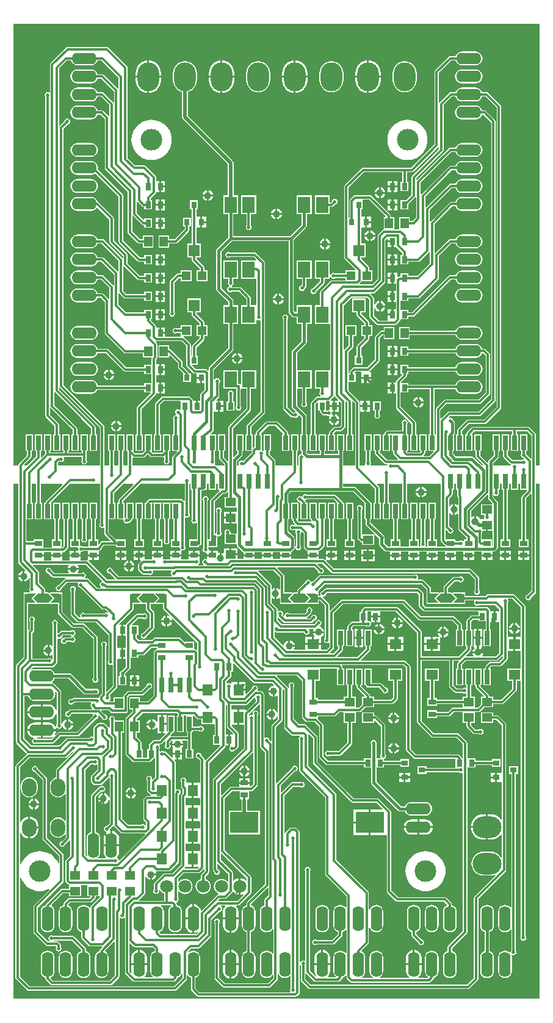
<source format=gbr>
%TF.GenerationSoftware,Altium Limited,Altium Designer,21.0.4 (50)*%
G04 Layer_Physical_Order=1*
G04 Layer_Color=6711008*
%FSLAX25Y25*%
%MOIN*%
%TF.SameCoordinates,7C4F9ACF-F1D8-4562-922E-26F05696B097*%
%TF.FilePolarity,Positive*%
%TF.FileFunction,Copper,L1,Top,Signal*%
%TF.Part,Single*%
G01*
G75*
%TA.AperFunction,SMDPad,CuDef*%
%ADD10R,0.03150X0.03937*%
%ADD11R,0.04500X0.05400*%
%ADD12R,0.05709X0.06496*%
%ADD13R,0.15748X0.11811*%
%ADD14R,0.03937X0.03150*%
%ADD15R,0.02756X0.07874*%
%ADD16R,0.03740X0.03150*%
%ADD17R,0.01181X0.05118*%
%ADD18R,0.06496X0.05709*%
%ADD19R,0.05400X0.04500*%
%ADD20R,0.03150X0.03740*%
%ADD21R,0.07087X0.09055*%
%ADD22R,0.04724X0.04724*%
%ADD23R,0.06299X0.06299*%
%TA.AperFunction,Conductor*%
%ADD24C,0.01181*%
%ADD25C,0.01575*%
%ADD26C,0.01968*%
%TA.AperFunction,ComponentPad*%
%ADD27O,0.13780X0.06299*%
%ADD28O,0.11811X0.15748*%
%TA.AperFunction,WasherPad*%
%ADD29C,0.11811*%
%TA.AperFunction,ComponentPad*%
%ADD30O,0.06299X0.13780*%
%ADD31C,0.07087*%
%ADD32O,0.07874X0.09843*%
%ADD33O,0.15748X0.11811*%
%TA.AperFunction,ViaPad*%
%ADD34C,0.01968*%
%ADD35C,0.03937*%
G36*
X288796Y292500D02*
X286704D01*
Y309500D01*
X286613Y309961D01*
X286351Y310351D01*
X283351Y313351D01*
X282961Y313613D01*
X282500Y313704D01*
X282500Y313704D01*
X252500D01*
X252039Y313613D01*
X251648Y313351D01*
X251648Y313351D01*
X249149Y310852D01*
X248887Y310461D01*
X248796Y310000D01*
X248796Y310000D01*
Y309528D01*
X248031D01*
Y300472D01*
X251969D01*
Y309528D01*
X251884D01*
X251693Y309990D01*
X252999Y311296D01*
X273796D01*
Y309528D01*
X273031D01*
Y300472D01*
X276969D01*
Y309528D01*
X276204D01*
Y311296D01*
X282001D01*
X284296Y309001D01*
Y296361D01*
X283834Y296169D01*
X281581Y298422D01*
X281483Y298915D01*
X281204Y299332D01*
Y300472D01*
X281968D01*
Y309528D01*
X278031D01*
Y300472D01*
X278796D01*
Y299332D01*
X278517Y298915D01*
X278394Y298300D01*
X278517Y297686D01*
X278865Y297165D01*
X279385Y296817D01*
X279878Y296719D01*
X280227Y296370D01*
X280028Y295962D01*
X279987Y295903D01*
X279385Y295783D01*
X278968Y295504D01*
X273799D01*
X271204Y298099D01*
Y300472D01*
X271969D01*
Y309528D01*
X268032D01*
Y300472D01*
X268796D01*
Y297600D01*
X268796Y297600D01*
X268887Y297139D01*
X269148Y296748D01*
X272448Y293448D01*
X272448Y293448D01*
X272839Y293187D01*
X272879Y293179D01*
X273127Y292620D01*
X273055Y292500D01*
X263405D01*
Y293918D01*
X265993Y296507D01*
X266298Y296962D01*
X266405Y297500D01*
Y300472D01*
X266968D01*
Y309528D01*
X263032D01*
Y300472D01*
X263595D01*
Y298082D01*
X261007Y295493D01*
X260702Y295038D01*
X260595Y294500D01*
Y294261D01*
X260133Y294070D01*
X256204Y297999D01*
Y300472D01*
X256968D01*
Y309528D01*
X253031D01*
Y300472D01*
X253796D01*
Y297500D01*
X253796Y297500D01*
X253887Y297039D01*
X254149Y296649D01*
X257733Y293064D01*
X257545Y292582D01*
X257182Y292542D01*
X252731Y296993D01*
X252275Y297298D01*
X251737Y297405D01*
X243082D01*
X241422Y299065D01*
Y300472D01*
X241968D01*
Y309482D01*
X241993Y309507D01*
X242298Y309962D01*
X242405Y310500D01*
Y315914D01*
X242298Y316452D01*
X241993Y316908D01*
X241532Y317369D01*
X241483Y317615D01*
X241135Y318135D01*
X240615Y318483D01*
X240000Y318606D01*
X239386Y318483D01*
X239336Y318450D01*
X239017Y318839D01*
X239774Y319596D01*
X256000D01*
X256000Y319596D01*
X256461Y319687D01*
X256852Y319949D01*
X264352Y327449D01*
X264613Y327839D01*
X264704Y328300D01*
Y480500D01*
X264613Y480961D01*
X264352Y481352D01*
X264352Y481352D01*
X259379Y486324D01*
X258989Y486585D01*
X258528Y486677D01*
X258528Y486676D01*
X257290D01*
X257007Y487358D01*
X256408Y488140D01*
X255626Y488739D01*
X254716Y489116D01*
X253740Y489245D01*
X246260D01*
X245284Y489116D01*
X244374Y488739D01*
X243592Y488140D01*
X242993Y487358D01*
X242616Y486449D01*
X242487Y485472D01*
X242616Y484496D01*
X242993Y483586D01*
X243592Y482805D01*
X244374Y482205D01*
X245284Y481828D01*
X246260Y481700D01*
X253740D01*
X254716Y481828D01*
X255626Y482205D01*
X256408Y482805D01*
X257007Y483586D01*
X257290Y484268D01*
X258029D01*
X262296Y480001D01*
Y328799D01*
X255501Y322004D01*
X239275D01*
X238815Y321913D01*
X238424Y321652D01*
X238424Y321652D01*
X234973Y318201D01*
X234511Y318392D01*
Y322808D01*
X237950Y326247D01*
X255951D01*
X255951Y326247D01*
X256412Y326339D01*
X256803Y326600D01*
X261351Y331149D01*
X261351Y331149D01*
X261613Y331539D01*
X261704Y332000D01*
Y353157D01*
X261704Y353157D01*
X261613Y353618D01*
X261351Y354009D01*
X261351Y354009D01*
X259351Y356009D01*
X258961Y356270D01*
X258500Y356362D01*
X258500Y356362D01*
X257290D01*
X257007Y357044D01*
X256408Y357825D01*
X255626Y358424D01*
X254716Y358801D01*
X253740Y358930D01*
X246260D01*
X245284Y358801D01*
X244374Y358424D01*
X243592Y357825D01*
X242993Y357044D01*
X242645Y356204D01*
X217165D01*
Y357559D01*
X212835D01*
Y352441D01*
X217165D01*
Y353796D01*
X242776D01*
X242993Y353271D01*
X243592Y352490D01*
X244374Y351890D01*
X245284Y351514D01*
X246260Y351385D01*
X253740D01*
X254716Y351514D01*
X255626Y351890D01*
X256408Y352490D01*
X257007Y353271D01*
X257290Y353953D01*
X258001D01*
X259296Y352659D01*
Y332499D01*
X255453Y328656D01*
X237452D01*
X237451Y328656D01*
X236991Y328564D01*
X236600Y328303D01*
X232455Y324158D01*
X232194Y323768D01*
X232103Y323307D01*
X232103Y323307D01*
Y309972D01*
X231968Y309528D01*
X231204D01*
Y334268D01*
X242710D01*
X242993Y333586D01*
X243592Y332805D01*
X244374Y332205D01*
X245284Y331828D01*
X246260Y331700D01*
X253740D01*
X254716Y331828D01*
X255626Y332205D01*
X256408Y332805D01*
X257007Y333586D01*
X257384Y334496D01*
X257513Y335472D01*
X257384Y336449D01*
X257007Y337358D01*
X256408Y338140D01*
X255626Y338739D01*
X254716Y339116D01*
X253740Y339245D01*
X246260D01*
X245284Y339116D01*
X244374Y338739D01*
X243592Y338140D01*
X242993Y337358D01*
X242710Y336676D01*
X217165D01*
Y337559D01*
X213269D01*
X213062Y338059D01*
X215851Y340848D01*
X215851Y340848D01*
X216113Y341239D01*
X216204Y341700D01*
X216204Y341700D01*
Y342441D01*
X217165D01*
Y343796D01*
X242841D01*
X242993Y343429D01*
X243592Y342648D01*
X244374Y342048D01*
X245284Y341671D01*
X246260Y341543D01*
X253740D01*
X254716Y341671D01*
X255626Y342048D01*
X256408Y342648D01*
X257007Y343429D01*
X257384Y344339D01*
X257513Y345315D01*
X257384Y346291D01*
X257007Y347201D01*
X256408Y347983D01*
X255626Y348582D01*
X254716Y348959D01*
X253740Y349087D01*
X246260D01*
X245284Y348959D01*
X244374Y348582D01*
X243592Y347983D01*
X242993Y347201D01*
X242616Y346291D01*
X242604Y346204D01*
X217165D01*
Y347559D01*
X212835D01*
Y342441D01*
X213331D01*
X213538Y341941D01*
X210749Y339152D01*
X210487Y338761D01*
X210396Y338300D01*
X210062Y337968D01*
X208906D01*
Y335000D01*
Y332031D01*
X210396D01*
Y324200D01*
X210396Y324200D01*
X210487Y323739D01*
X210749Y323348D01*
X218796Y315301D01*
Y309528D01*
X218032D01*
Y300472D01*
X221969D01*
Y309528D01*
X221204D01*
Y315800D01*
X221113Y316261D01*
X220851Y316652D01*
X220851Y316652D01*
X212804Y324699D01*
Y331954D01*
X212835Y332441D01*
X213304Y332441D01*
X217165D01*
Y334268D01*
X228796D01*
Y309528D01*
X228031D01*
Y300472D01*
X230623D01*
X230814Y300010D01*
X228508Y297704D01*
X225561D01*
X225369Y298166D01*
X225851Y298649D01*
X225851Y298649D01*
X226113Y299039D01*
X226204Y299500D01*
Y300472D01*
X226969D01*
Y309528D01*
X223031D01*
Y300472D01*
X223732D01*
X223769Y299972D01*
X223401Y299604D01*
X216599D01*
X216231Y299972D01*
X216268Y300472D01*
X216968D01*
Y309528D01*
X216204D01*
Y314968D01*
X216483Y315386D01*
X216606Y316000D01*
X216483Y316615D01*
X216135Y317135D01*
X215615Y317483D01*
X215000Y317606D01*
X214386Y317483D01*
X213865Y317135D01*
X213517Y316615D01*
X213394Y316000D01*
X213517Y315386D01*
X213796Y314968D01*
Y311604D01*
X205800D01*
X205339Y311513D01*
X204948Y311251D01*
X204149Y310452D01*
X203887Y310061D01*
X203796Y309600D01*
X203310Y309528D01*
X203031D01*
Y300472D01*
X206968D01*
Y309196D01*
X208032D01*
Y300472D01*
X208796D01*
Y299200D01*
X208796Y299200D01*
X208887Y298739D01*
X209149Y298348D01*
X211331Y296166D01*
X211139Y295704D01*
X205261D01*
X201204Y299761D01*
Y300472D01*
X201969D01*
Y309528D01*
X198031D01*
Y300472D01*
X198796D01*
Y299262D01*
X198796Y299262D01*
X198887Y298801D01*
X199148Y298411D01*
X203911Y293649D01*
X203911Y293649D01*
X204301Y293387D01*
X204762Y293296D01*
X204762Y293296D01*
X205496D01*
X205770Y292823D01*
X205603Y292500D01*
X196781D01*
X196506Y293000D01*
X196606Y293500D01*
X196483Y294115D01*
X196204Y294532D01*
Y300472D01*
X196968D01*
Y309528D01*
X193032D01*
Y300472D01*
X193796D01*
Y294532D01*
X193517Y294115D01*
X193394Y293500D01*
X193494Y293000D01*
X193219Y292500D01*
X190304D01*
Y327000D01*
X190213Y327461D01*
X189952Y327852D01*
X189952Y327852D01*
X184204Y333599D01*
Y338091D01*
X188228D01*
Y343012D01*
X188029D01*
X187828Y343473D01*
X188084Y343796D01*
X191059D01*
X191362Y343421D01*
X191362Y343296D01*
Y341051D01*
X193937D01*
X196512D01*
Y343421D01*
X195860D01*
X195794Y343509D01*
X195852Y344148D01*
X200851Y349149D01*
X200851Y349149D01*
X201113Y349539D01*
X201204Y350000D01*
X201204Y350000D01*
Y362001D01*
X202999Y363796D01*
X203659D01*
Y361709D01*
X209341D01*
Y368290D01*
X203659D01*
Y366204D01*
X202500D01*
X202039Y366113D01*
X201648Y365851D01*
X201648Y365851D01*
X199148Y363351D01*
X198887Y362961D01*
X198796Y362500D01*
X198796Y362500D01*
Y350499D01*
X194501Y346204D01*
X187500D01*
X187039Y346113D01*
X186648Y345851D01*
X186648Y345851D01*
X185212Y344414D01*
X184950Y344024D01*
X184859Y343563D01*
X184859Y343563D01*
Y343012D01*
X184204D01*
Y354501D01*
X186521Y356818D01*
X186782Y357208D01*
X186873Y357669D01*
X186873Y357669D01*
Y363268D01*
X188622D01*
Y369173D01*
X182717D01*
Y363268D01*
X184465D01*
Y358168D01*
X182204Y355907D01*
X181975Y355943D01*
X181704Y356087D01*
Y379899D01*
X186099Y384294D01*
X194701D01*
X195796Y383199D01*
Y374000D01*
X195796Y374000D01*
X195887Y373539D01*
X196149Y373148D01*
X199648Y369649D01*
X199648Y369649D01*
X200039Y369387D01*
X200500Y369296D01*
X200500Y369296D01*
X209708D01*
X209708Y369296D01*
X210169Y369387D01*
X210560Y369649D01*
X212351Y371440D01*
X212613Y371831D01*
X212650Y372018D01*
X212781Y372318D01*
X213146Y372441D01*
X217165D01*
Y373950D01*
X219655D01*
X219655Y373950D01*
X220115Y374042D01*
X220506Y374303D01*
X240314Y394111D01*
X242710D01*
X242993Y393429D01*
X243592Y392648D01*
X244374Y392048D01*
X245284Y391671D01*
X246260Y391543D01*
X253740D01*
X254716Y391671D01*
X255626Y392048D01*
X256408Y392648D01*
X257007Y393429D01*
X257384Y394339D01*
X257513Y395315D01*
X257384Y396291D01*
X257007Y397201D01*
X256408Y397983D01*
X255626Y398582D01*
X254716Y398959D01*
X253740Y399087D01*
X246260D01*
X245284Y398959D01*
X244374Y398582D01*
X243592Y397983D01*
X242993Y397201D01*
X242710Y396519D01*
X239815D01*
X239354Y396428D01*
X238964Y396166D01*
X219156Y376359D01*
X217165D01*
Y377559D01*
X212835Y377559D01*
X212704Y378005D01*
Y381995D01*
X212835Y382441D01*
X213204Y382441D01*
X217165D01*
Y383796D01*
X222500D01*
X222500Y383796D01*
X222961Y383887D01*
X223352Y384149D01*
X233351Y394148D01*
X233351Y394148D01*
X233613Y394539D01*
X233704Y395000D01*
X233704Y395000D01*
Y407001D01*
X240499Y413796D01*
X242710D01*
X242993Y413114D01*
X243592Y412332D01*
X244374Y411733D01*
X245284Y411356D01*
X246260Y411228D01*
X253740D01*
X254716Y411356D01*
X255626Y411733D01*
X256408Y412332D01*
X257007Y413114D01*
X257384Y414024D01*
X257513Y415000D01*
X257384Y415976D01*
X257007Y416886D01*
X256408Y417667D01*
X255626Y418267D01*
X254716Y418644D01*
X253740Y418772D01*
X246260D01*
X245284Y418644D01*
X244374Y418267D01*
X243592Y417667D01*
X242993Y416886D01*
X242710Y416204D01*
X240000D01*
X239539Y416113D01*
X239148Y415851D01*
X231704Y408407D01*
X231475Y408443D01*
X231204Y408587D01*
Y424501D01*
X240971Y434268D01*
X242710D01*
X242993Y433586D01*
X243592Y432805D01*
X244374Y432205D01*
X245284Y431828D01*
X246260Y431700D01*
X253740D01*
X254716Y431828D01*
X255626Y432205D01*
X256408Y432805D01*
X257007Y433586D01*
X257384Y434496D01*
X257513Y435472D01*
X257384Y436449D01*
X257007Y437358D01*
X256408Y438140D01*
X255626Y438739D01*
X254716Y439116D01*
X253740Y439245D01*
X246260D01*
X245284Y439116D01*
X244374Y438739D01*
X243592Y438140D01*
X242993Y437358D01*
X242710Y436676D01*
X240472D01*
X240472Y436677D01*
X240011Y436585D01*
X239621Y436324D01*
X239621Y436324D01*
X229204Y425907D01*
X228975Y425944D01*
X228704Y426087D01*
Y432001D01*
X240814Y444111D01*
X242710D01*
X242993Y443429D01*
X243592Y442648D01*
X244374Y442048D01*
X245284Y441671D01*
X246260Y441543D01*
X253740D01*
X254716Y441671D01*
X255626Y442048D01*
X256408Y442648D01*
X257007Y443429D01*
X257384Y444339D01*
X257513Y445315D01*
X257384Y446291D01*
X257007Y447201D01*
X256408Y447983D01*
X255626Y448582D01*
X254716Y448959D01*
X253740Y449087D01*
X246260D01*
X245284Y448959D01*
X244374Y448582D01*
X243592Y447983D01*
X242993Y447201D01*
X242710Y446519D01*
X240315D01*
X240315Y446519D01*
X239854Y446428D01*
X239463Y446167D01*
X239463Y446167D01*
X226704Y433407D01*
X226475Y433443D01*
X226204Y433587D01*
Y439501D01*
X240656Y453953D01*
X242710D01*
X242993Y453271D01*
X243592Y452490D01*
X244374Y451890D01*
X245284Y451513D01*
X246260Y451385D01*
X253740D01*
X254716Y451513D01*
X255626Y451890D01*
X256408Y452490D01*
X257007Y453271D01*
X257384Y454181D01*
X257513Y455157D01*
X257384Y456134D01*
X257007Y457044D01*
X256408Y457825D01*
X255626Y458424D01*
X254716Y458801D01*
X253740Y458930D01*
X246260D01*
X245284Y458801D01*
X244374Y458424D01*
X243592Y457825D01*
X242993Y457044D01*
X242710Y456362D01*
X240157D01*
X239697Y456270D01*
X239306Y456009D01*
X224204Y440907D01*
X223975Y440943D01*
X223704Y441087D01*
Y447001D01*
X240499Y463796D01*
X242710D01*
X242993Y463114D01*
X243592Y462332D01*
X244374Y461733D01*
X245284Y461356D01*
X246260Y461228D01*
X253740D01*
X254716Y461356D01*
X255626Y461733D01*
X256408Y462332D01*
X257007Y463114D01*
X257384Y464024D01*
X257513Y465000D01*
X257384Y465976D01*
X257007Y466886D01*
X256408Y467667D01*
X255626Y468267D01*
X254716Y468644D01*
X253740Y468772D01*
X246260D01*
X245284Y468644D01*
X244374Y468267D01*
X243592Y467667D01*
X242993Y466886D01*
X242710Y466204D01*
X240000D01*
X240000Y466204D01*
X239539Y466113D01*
X239148Y465851D01*
X239148Y465851D01*
X221704Y448407D01*
X221475Y448444D01*
X221204Y448587D01*
Y449501D01*
X235852Y464148D01*
X235852Y464149D01*
X236113Y464539D01*
X236204Y465000D01*
Y489501D01*
X240814Y494111D01*
X242710D01*
X242993Y493429D01*
X243592Y492648D01*
X244374Y492048D01*
X245284Y491671D01*
X246260Y491543D01*
X253740D01*
X254716Y491671D01*
X255626Y492048D01*
X256408Y492648D01*
X257007Y493429D01*
X257290Y494111D01*
X259286D01*
X265296Y488101D01*
Y324699D01*
X258201Y317604D01*
X249600D01*
X249139Y317513D01*
X248748Y317251D01*
X248748Y317251D01*
X244148Y312651D01*
X243887Y312261D01*
X243796Y311800D01*
X243796Y311800D01*
Y309528D01*
X243032D01*
Y300472D01*
X246969D01*
Y309528D01*
X246204D01*
Y311301D01*
X250099Y315196D01*
X258700D01*
X258700Y315196D01*
X259161Y315287D01*
X259552Y315548D01*
X267352Y323348D01*
X267352Y323348D01*
X267613Y323739D01*
X267704Y324200D01*
X267704Y324200D01*
Y488600D01*
X267613Y489061D01*
X267352Y489452D01*
X267352Y489452D01*
X260636Y496167D01*
X260246Y496428D01*
X259785Y496519D01*
X259785Y496519D01*
X257290D01*
X257007Y497201D01*
X256408Y497983D01*
X255626Y498582D01*
X254716Y498959D01*
X253740Y499087D01*
X246260D01*
X245284Y498959D01*
X244374Y498582D01*
X243592Y497983D01*
X242993Y497201D01*
X242710Y496519D01*
X240315D01*
X240315Y496519D01*
X239854Y496428D01*
X239463Y496167D01*
X239463Y496167D01*
X234204Y490907D01*
X233975Y490943D01*
X233704Y491087D01*
Y507001D01*
X240499Y513796D01*
X242710D01*
X242993Y513114D01*
X243592Y512332D01*
X244374Y511733D01*
X245284Y511356D01*
X246260Y511228D01*
X253740D01*
X254716Y511356D01*
X255626Y511733D01*
X256408Y512332D01*
X257007Y513114D01*
X257384Y514024D01*
X257513Y515000D01*
X257384Y515976D01*
X257007Y516886D01*
X256408Y517667D01*
X255626Y518267D01*
X254716Y518644D01*
X253740Y518772D01*
X246260D01*
X245284Y518644D01*
X244374Y518267D01*
X243592Y517667D01*
X242993Y516886D01*
X242710Y516204D01*
X240000D01*
X239539Y516113D01*
X239148Y515851D01*
X231648Y508352D01*
X231387Y507961D01*
X231296Y507500D01*
X231296Y507500D01*
Y467999D01*
X218501Y455204D01*
X192300D01*
X191839Y455113D01*
X191448Y454851D01*
X191448Y454851D01*
X182248Y445651D01*
X181987Y445261D01*
X181896Y444800D01*
X181896Y444800D01*
Y406300D01*
X181896Y406300D01*
X181987Y405839D01*
X182248Y405448D01*
X188062Y399635D01*
X187871Y399173D01*
X182717D01*
Y397425D01*
X177002D01*
X176614Y397683D01*
X176000Y397806D01*
X175385Y397683D01*
X174865Y397335D01*
X174634Y396990D01*
X174134Y397142D01*
Y404685D01*
X165866D01*
Y394449D01*
X168796D01*
Y393099D01*
X165078Y389382D01*
X164585Y389283D01*
X164065Y388935D01*
X163717Y388415D01*
X163594Y387800D01*
X163717Y387186D01*
X164065Y386665D01*
X164585Y386317D01*
X165200Y386194D01*
X165814Y386317D01*
X166335Y386665D01*
X166683Y387186D01*
X166781Y387678D01*
X170852Y391748D01*
X170852Y391748D01*
X171113Y392139D01*
X171204Y392600D01*
X171204Y392600D01*
Y394449D01*
X174134D01*
Y395258D01*
X174634Y395410D01*
X174865Y395065D01*
X175385Y394717D01*
X176000Y394594D01*
X176614Y394717D01*
X177063Y395016D01*
X182717D01*
Y393604D01*
X175200D01*
X174739Y393513D01*
X174348Y393251D01*
X169149Y388052D01*
X168887Y387661D01*
X168796Y387200D01*
X168796Y387200D01*
Y380118D01*
X165866D01*
Y369882D01*
X174134D01*
X174296Y369449D01*
Y345118D01*
X174134Y344685D01*
X173796Y344685D01*
X165866D01*
Y334449D01*
X168796D01*
Y333032D01*
X168517Y332614D01*
X168394Y332000D01*
X168517Y331385D01*
X168865Y330865D01*
X169105Y330704D01*
X168953Y330204D01*
X167600D01*
X167600Y330204D01*
X167139Y330113D01*
X166748Y329852D01*
X166748Y329852D01*
X164148Y327252D01*
X163887Y326861D01*
X163796Y326400D01*
X163796Y326400D01*
Y309528D01*
X163031D01*
Y300472D01*
X166969D01*
Y309528D01*
X166204D01*
Y325901D01*
X167373Y327070D01*
X167835Y326878D01*
Y322441D01*
X168844D01*
Y321952D01*
X168844Y321952D01*
X168936Y321491D01*
X169197Y321100D01*
X169948Y320349D01*
X169948Y320349D01*
X170339Y320087D01*
X170800Y319996D01*
X172568D01*
X172985Y319717D01*
X173600Y319594D01*
X173759Y319626D01*
X174042Y319172D01*
X173907Y318997D01*
X173608Y318275D01*
X173572Y318000D01*
X176000D01*
Y320428D01*
X175725Y320392D01*
X175491Y320295D01*
X175293Y320436D01*
X175101Y320675D01*
X175206Y321200D01*
X175140Y321532D01*
X175494Y322031D01*
X176094D01*
Y324500D01*
X174020D01*
Y323116D01*
X173633Y322799D01*
X173600Y322806D01*
X172985Y322683D01*
X172665Y322469D01*
X172165Y322634D01*
Y327559D01*
X172567Y327796D01*
X173453D01*
X173453Y327796D01*
X173520Y327809D01*
X174020Y327402D01*
Y325500D01*
X176094D01*
Y327969D01*
X174832D01*
X174625Y328468D01*
X176351Y330195D01*
X176434Y330318D01*
X176471Y330331D01*
X177012Y330284D01*
X177148Y330080D01*
X178760Y328468D01*
X178553Y327969D01*
X177094D01*
Y325500D01*
X179169D01*
Y327352D01*
X179669Y327559D01*
X180296Y326933D01*
Y314499D01*
X179501Y313704D01*
X177000D01*
X177000Y313704D01*
X176539Y313613D01*
X176148Y313351D01*
X176148Y313351D01*
X174148Y311351D01*
X173887Y310961D01*
X173796Y310500D01*
X173796Y310500D01*
Y309528D01*
X173031D01*
Y300472D01*
X176969D01*
Y309528D01*
X176268D01*
X176231Y310028D01*
X177499Y311296D01*
X180000D01*
X180000Y311296D01*
X180461Y311387D01*
X180851Y311649D01*
X182352Y313148D01*
X182613Y313539D01*
X182704Y314000D01*
X182704Y314000D01*
Y327286D01*
X183075Y327489D01*
X183190Y327507D01*
X183796Y326901D01*
Y309528D01*
X183031D01*
Y300472D01*
X186969D01*
Y309528D01*
X186204D01*
Y327400D01*
X186183Y327507D01*
X186644Y327753D01*
X187896Y326501D01*
Y292500D01*
X181405D01*
Y297500D01*
Y300472D01*
X181968D01*
Y309528D01*
X178032D01*
Y300472D01*
X178595D01*
Y298905D01*
X171405D01*
Y300472D01*
X171968D01*
Y309528D01*
X168032D01*
Y300472D01*
X168595D01*
Y298905D01*
X162352D01*
X161405Y299852D01*
Y300472D01*
X161969D01*
Y309528D01*
X161405D01*
Y319600D01*
X161298Y320138D01*
X160994Y320593D01*
X156205Y325382D01*
Y334449D01*
X158953D01*
Y327032D01*
X158674Y326614D01*
X158552Y326000D01*
X158674Y325385D01*
X159022Y324865D01*
X159543Y324517D01*
X160157Y324394D01*
X160772Y324517D01*
X161293Y324865D01*
X161641Y325385D01*
X161763Y326000D01*
X161641Y326614D01*
X161362Y327032D01*
Y334449D01*
X164291D01*
Y344685D01*
X156205D01*
Y354018D01*
X161151Y358964D01*
X161455Y359420D01*
X161562Y359957D01*
Y369882D01*
X164291D01*
Y380118D01*
X156024D01*
Y376405D01*
X155082D01*
X154405Y377082D01*
Y415918D01*
X161151Y422664D01*
X161455Y423120D01*
X161562Y423657D01*
Y429882D01*
X164291D01*
Y440118D01*
X156024D01*
Y429882D01*
X158752D01*
Y424239D01*
X152418Y417905D01*
X121405D01*
Y429882D01*
X124134D01*
Y440118D01*
X121606D01*
Y457900D01*
X121606Y457900D01*
X121483Y458514D01*
X121135Y459035D01*
X96606Y483565D01*
Y496730D01*
X97498Y497001D01*
X98627Y497604D01*
X99616Y498416D01*
X100427Y499405D01*
X101031Y500533D01*
X101402Y501758D01*
X101528Y503031D01*
Y506968D01*
X101402Y508242D01*
X101031Y509467D01*
X100427Y510595D01*
X99616Y511584D01*
X98627Y512396D01*
X97498Y512999D01*
X96273Y513371D01*
X95000Y513496D01*
X93726Y513371D01*
X92502Y512999D01*
X91373Y512396D01*
X90384Y511584D01*
X89573Y510595D01*
X88969Y509467D01*
X88598Y508242D01*
X88472Y506968D01*
Y503031D01*
X88598Y501758D01*
X88969Y500533D01*
X89573Y499405D01*
X90384Y498416D01*
X91373Y497604D01*
X92502Y497001D01*
X93394Y496730D01*
Y482900D01*
X93394Y482900D01*
X93517Y482285D01*
X93865Y481765D01*
X118394Y457235D01*
Y440118D01*
X115866D01*
Y429882D01*
X118595D01*
Y417082D01*
X112506Y410993D01*
X112202Y410538D01*
X112095Y410000D01*
Y389000D01*
X112202Y388462D01*
X112506Y388007D01*
X118595Y381918D01*
Y380118D01*
X115866D01*
Y369882D01*
X118595D01*
Y356773D01*
X108415Y346593D01*
X108111Y346138D01*
X108004Y345600D01*
Y344506D01*
X107504Y344299D01*
X106951Y344851D01*
X106561Y345113D01*
X106100Y345204D01*
X106100Y345204D01*
X100746D01*
X98873Y347077D01*
X99064Y347539D01*
X102165D01*
Y352461D01*
X101204D01*
Y357001D01*
X105182Y360979D01*
X105182Y360979D01*
X105443Y361370D01*
X105535Y361831D01*
X105535Y361831D01*
Y363268D01*
X107283D01*
Y369173D01*
X105535D01*
Y370669D01*
X105535Y370669D01*
X105443Y371130D01*
X105182Y371521D01*
X105182Y371521D01*
X101204Y375499D01*
Y376260D01*
X103740D01*
Y383740D01*
X96260D01*
Y376260D01*
X98796D01*
Y375000D01*
X98796Y375000D01*
X98887Y374539D01*
X99148Y374149D01*
X103127Y370170D01*
Y369173D01*
X101378D01*
Y363268D01*
X103127D01*
Y362330D01*
X99148Y358351D01*
X98887Y357961D01*
X98796Y357500D01*
X98796Y357500D01*
Y352461D01*
X98251D01*
Y358400D01*
X98160Y358861D01*
X97899Y359251D01*
X97899Y359251D01*
X94645Y362505D01*
X94254Y362766D01*
X94246Y362768D01*
X94295Y363268D01*
X98622D01*
Y369173D01*
X92716D01*
Y367425D01*
X90832D01*
X90415Y367704D01*
X89800Y367826D01*
X89186Y367704D01*
X88665Y367356D01*
X88317Y366835D01*
X88194Y366220D01*
X88317Y365606D01*
X88665Y365085D01*
X89186Y364737D01*
X89800Y364615D01*
X90415Y364737D01*
X90832Y365016D01*
X92716D01*
Y363358D01*
X92716Y363268D01*
X92499Y362858D01*
X84169D01*
Y364500D01*
X81594D01*
Y365000D01*
X81094D01*
Y367969D01*
X79204D01*
Y368500D01*
X79113Y368961D01*
X78851Y369352D01*
X76262Y371941D01*
X76344Y372441D01*
X77165D01*
Y377559D01*
X72835D01*
Y376204D01*
X62999D01*
X58704Y380499D01*
Y386413D01*
X58975Y386557D01*
X59204Y386593D01*
X61648Y384149D01*
X61648Y384149D01*
X62039Y383887D01*
X62500Y383796D01*
X72835D01*
Y382441D01*
X77165D01*
Y387559D01*
X72835D01*
Y386204D01*
X62999D01*
X61204Y387999D01*
Y401413D01*
X61475Y401556D01*
X61704Y401593D01*
X69148Y394148D01*
X69539Y393887D01*
X70000Y393796D01*
X72835D01*
Y392441D01*
X77165D01*
Y397559D01*
X72835D01*
Y396204D01*
X70499D01*
X63704Y402999D01*
Y407500D01*
X63613Y407961D01*
X63352Y408352D01*
X56204Y415499D01*
Y427500D01*
X56113Y427961D01*
X55852Y428351D01*
X55852Y428352D01*
X47879Y436324D01*
X47489Y436585D01*
X47313Y436620D01*
X47007Y437358D01*
X46408Y438140D01*
X45626Y438739D01*
X44717Y439116D01*
X43740Y439245D01*
X36260D01*
X35283Y439116D01*
X34374Y438739D01*
X33592Y438140D01*
X32993Y437358D01*
X32616Y436449D01*
X32487Y435472D01*
X32616Y434496D01*
X32993Y433586D01*
X33592Y432805D01*
X34374Y432205D01*
X35283Y431828D01*
X36260Y431700D01*
X43740D01*
X44717Y431828D01*
X45626Y432205D01*
X46408Y432805D01*
X46789Y433301D01*
X47427Y433369D01*
X53796Y427001D01*
Y415000D01*
X53796Y415000D01*
X53887Y414539D01*
X54149Y414149D01*
X61296Y407001D01*
Y406087D01*
X61025Y405943D01*
X60796Y405907D01*
X50852Y415851D01*
X50461Y416113D01*
X50000Y416204D01*
X50000Y416204D01*
X47290D01*
X47007Y416886D01*
X46408Y417667D01*
X45626Y418267D01*
X44717Y418644D01*
X43740Y418772D01*
X36260D01*
X35283Y418644D01*
X34374Y418267D01*
X33592Y417667D01*
X32993Y416886D01*
X32616Y415976D01*
X32487Y415000D01*
X32616Y414024D01*
X32993Y413114D01*
X33592Y412332D01*
X34374Y411733D01*
X35283Y411356D01*
X36260Y411228D01*
X43740D01*
X44717Y411356D01*
X45626Y411733D01*
X46408Y412332D01*
X47007Y413114D01*
X47290Y413796D01*
X49501D01*
X58796Y404501D01*
Y398587D01*
X58525Y398444D01*
X58296Y398407D01*
X50694Y406009D01*
X50303Y406270D01*
X49843Y406362D01*
X49843Y406362D01*
X47290D01*
X47007Y407044D01*
X46408Y407825D01*
X45626Y408424D01*
X44717Y408801D01*
X43740Y408930D01*
X36260D01*
X35283Y408801D01*
X34374Y408424D01*
X33592Y407825D01*
X32993Y407044D01*
X32616Y406134D01*
X32487Y405157D01*
X32616Y404181D01*
X32993Y403271D01*
X33592Y402490D01*
X34374Y401890D01*
X35283Y401513D01*
X36260Y401385D01*
X43740D01*
X44717Y401513D01*
X45626Y401890D01*
X46408Y402490D01*
X47007Y403271D01*
X47290Y403953D01*
X49344D01*
X56296Y397001D01*
Y391087D01*
X56025Y390944D01*
X55796Y390907D01*
X50537Y396166D01*
X50146Y396427D01*
X49685Y396519D01*
X49685Y396519D01*
X47290D01*
X47007Y397201D01*
X46408Y397982D01*
X45626Y398582D01*
X44717Y398959D01*
X43740Y399087D01*
X36260D01*
X35283Y398959D01*
X34374Y398582D01*
X33592Y397982D01*
X32993Y397201D01*
X32616Y396291D01*
X32487Y395315D01*
X32616Y394338D01*
X32993Y393429D01*
X33592Y392647D01*
X34374Y392048D01*
X35283Y391671D01*
X36260Y391542D01*
X43740D01*
X44717Y391671D01*
X45626Y392048D01*
X46408Y392647D01*
X47007Y393429D01*
X47290Y394111D01*
X49186D01*
X53796Y389501D01*
Y383587D01*
X53525Y383443D01*
X53296Y383407D01*
X50379Y386324D01*
X49989Y386585D01*
X49528Y386677D01*
X49528Y386676D01*
X47290D01*
X47007Y387358D01*
X46408Y388140D01*
X45626Y388739D01*
X44717Y389116D01*
X43740Y389245D01*
X36260D01*
X35283Y389116D01*
X34374Y388739D01*
X33592Y388140D01*
X32993Y387358D01*
X32616Y386449D01*
X32487Y385472D01*
X32616Y384496D01*
X32993Y383586D01*
X33592Y382805D01*
X34374Y382205D01*
X35283Y381828D01*
X36260Y381700D01*
X43740D01*
X44717Y381828D01*
X45626Y382205D01*
X46408Y382805D01*
X47007Y383586D01*
X47290Y384268D01*
X49029D01*
X51296Y382001D01*
Y365000D01*
X51296Y365000D01*
X51387Y364539D01*
X51648Y364148D01*
X61648Y354149D01*
X61648Y354149D01*
X62039Y353887D01*
X62500Y353796D01*
X62500Y353796D01*
X72159D01*
Y351710D01*
X76565D01*
X76857Y351209D01*
X76796Y350900D01*
X76796Y350900D01*
Y347559D01*
X72835D01*
Y346204D01*
X62999D01*
X53194Y356009D01*
X52803Y356270D01*
X52343Y356362D01*
X52343Y356362D01*
X47290D01*
X47007Y357044D01*
X46408Y357825D01*
X45626Y358424D01*
X44717Y358801D01*
X43740Y358930D01*
X36260D01*
X35283Y358801D01*
X34374Y358424D01*
X33592Y357825D01*
X32993Y357044D01*
X32616Y356134D01*
X32487Y355157D01*
X32616Y354181D01*
X32993Y353271D01*
X33592Y352490D01*
X34374Y351890D01*
X35283Y351514D01*
X36260Y351385D01*
X43740D01*
X44717Y351514D01*
X45626Y351890D01*
X46408Y352490D01*
X47007Y353271D01*
X47290Y353953D01*
X51844D01*
X61648Y344148D01*
X61648Y344148D01*
X62039Y343887D01*
X62500Y343796D01*
X72835D01*
Y342441D01*
X76796D01*
Y337559D01*
X72835D01*
Y336204D01*
X47416D01*
X47384Y336449D01*
X47007Y337358D01*
X46408Y338140D01*
X45626Y338739D01*
X44717Y339116D01*
X43740Y339245D01*
X36260D01*
X35283Y339116D01*
X34374Y338739D01*
X33592Y338140D01*
X32993Y337358D01*
X32616Y336449D01*
X32487Y335472D01*
X32616Y334496D01*
X32993Y333586D01*
X33592Y332805D01*
X34374Y332205D01*
X35283Y331828D01*
X36260Y331700D01*
X43740D01*
X44717Y331828D01*
X45626Y332205D01*
X46408Y332805D01*
X47007Y333586D01*
X47094Y333796D01*
X72835D01*
Y332441D01*
X76085D01*
X76276Y331979D01*
X69148Y324851D01*
X68887Y324461D01*
X68796Y324000D01*
X68796Y324000D01*
Y309528D01*
X68032D01*
Y300472D01*
X71969D01*
Y309528D01*
X71204D01*
Y323501D01*
X78851Y331149D01*
X79113Y331539D01*
X79204Y332000D01*
X79681Y332031D01*
X81094D01*
Y335000D01*
Y337968D01*
X79204D01*
Y342032D01*
X81094D01*
Y345000D01*
Y347969D01*
X79204D01*
Y350401D01*
X79552Y350748D01*
X79813Y351139D01*
X79904Y351600D01*
X79904Y351600D01*
Y358585D01*
X79904Y358585D01*
X79813Y359046D01*
X79552Y359436D01*
X79011Y359977D01*
X79158Y360343D01*
X79246Y360449D01*
X93295D01*
X95843Y357901D01*
Y347200D01*
X95843Y347200D01*
X95934Y346739D01*
X96196Y346349D01*
X99396Y343148D01*
X99396Y343148D01*
X99786Y342887D01*
X100247Y342796D01*
X101362D01*
Y341051D01*
X103937D01*
Y340551D01*
X104437D01*
Y337681D01*
X105696D01*
Y334051D01*
X103696Y332051D01*
X103435Y331661D01*
X103343Y331200D01*
X103343Y331200D01*
Y327969D01*
X102094D01*
Y325000D01*
X101094D01*
Y327969D01*
X99504D01*
Y328000D01*
X99413Y328461D01*
X99151Y328852D01*
X99151Y328852D01*
X98151Y329852D01*
X97761Y330113D01*
X97300Y330204D01*
X97300Y330204D01*
X83000D01*
X82539Y330113D01*
X82148Y329852D01*
X79149Y326852D01*
X78887Y326461D01*
X78796Y326000D01*
X78796Y326000D01*
Y309528D01*
X78031D01*
Y300472D01*
X81968D01*
Y309528D01*
X81204D01*
Y325501D01*
X83499Y327796D01*
X92433D01*
X92835Y327559D01*
Y322988D01*
X92335Y322835D01*
X91815Y323183D01*
X91200Y323306D01*
X90586Y323183D01*
X90065Y322835D01*
X89717Y322315D01*
X89594Y321700D01*
X89717Y321086D01*
X90065Y320565D01*
X90197Y320476D01*
X90002Y320005D01*
X90000Y320006D01*
X89385Y319883D01*
X88865Y319535D01*
X88517Y319015D01*
X88394Y318400D01*
X88517Y317786D01*
X88796Y317368D01*
Y309528D01*
X88032D01*
Y300472D01*
X90516D01*
X90707Y300010D01*
X88349Y297652D01*
X88087Y297261D01*
X87996Y296800D01*
X87996Y296800D01*
Y292500D01*
X66204D01*
Y296643D01*
X66704Y296911D01*
X66739Y296887D01*
X67200Y296796D01*
X67200Y296796D01*
X72200D01*
X72200Y296796D01*
X72661Y296887D01*
X73052Y297148D01*
X74650Y298747D01*
X75949Y297448D01*
X75949Y297448D01*
X76339Y297187D01*
X76800Y297096D01*
X83200D01*
X83200Y297096D01*
X83296Y297115D01*
X83796Y296722D01*
Y295737D01*
X83517Y295319D01*
X83394Y294705D01*
X83517Y294090D01*
X83865Y293569D01*
X84386Y293221D01*
X85000Y293099D01*
X85615Y293221D01*
X86135Y293569D01*
X86483Y294090D01*
X86606Y294705D01*
X86483Y295319D01*
X86204Y295737D01*
Y300472D01*
X86968D01*
Y309528D01*
X83031D01*
Y300472D01*
X83031D01*
X83218Y300021D01*
X82701Y299504D01*
X77299D01*
X76782Y300021D01*
X76968Y300472D01*
X76968D01*
Y309528D01*
X73032D01*
Y300535D01*
X71701Y299204D01*
X67699D01*
X66811Y300092D01*
X66969Y300472D01*
X66969D01*
Y309528D01*
X63032D01*
Y300472D01*
X63422D01*
X63796Y300200D01*
X63796Y300200D01*
Y292500D01*
X61204D01*
Y300472D01*
X61968D01*
Y309528D01*
X58031D01*
Y300472D01*
X58796D01*
Y292500D01*
X56204D01*
Y300472D01*
X56968D01*
Y309528D01*
X53031D01*
Y300472D01*
X53796D01*
Y292500D01*
X51004D01*
Y313700D01*
X50913Y314161D01*
X50652Y314551D01*
X50652Y314551D01*
X28704Y336499D01*
Y476588D01*
X31088Y478971D01*
X31315Y479017D01*
X31835Y479365D01*
X32183Y479885D01*
X32306Y480500D01*
X32183Y481114D01*
X31835Y481635D01*
X31315Y481983D01*
X30700Y482106D01*
X30086Y481983D01*
X29565Y481635D01*
X29217Y481114D01*
X29094Y480500D01*
X29114Y480404D01*
X26704Y477994D01*
X26475Y478030D01*
X26204Y478174D01*
Y509501D01*
X30499Y513796D01*
X32710D01*
X32993Y513114D01*
X33592Y512332D01*
X34374Y511733D01*
X35283Y511356D01*
X36260Y511228D01*
X43740D01*
X44717Y511356D01*
X45626Y511733D01*
X46408Y512332D01*
X47007Y513114D01*
X47290Y513796D01*
X49501D01*
X58796Y504501D01*
Y498587D01*
X58525Y498444D01*
X58296Y498407D01*
X50694Y506009D01*
X50303Y506270D01*
X49843Y506362D01*
X49843Y506362D01*
X47290D01*
X47007Y507044D01*
X46408Y507825D01*
X45626Y508424D01*
X44717Y508801D01*
X43740Y508930D01*
X36260D01*
X35283Y508801D01*
X34374Y508424D01*
X33592Y507825D01*
X32993Y507044D01*
X32616Y506134D01*
X32487Y505157D01*
X32616Y504181D01*
X32993Y503271D01*
X33592Y502490D01*
X34374Y501890D01*
X35283Y501513D01*
X36260Y501385D01*
X43740D01*
X44717Y501513D01*
X45626Y501890D01*
X46408Y502490D01*
X47007Y503271D01*
X47290Y503953D01*
X49344D01*
X56296Y497001D01*
Y491087D01*
X56025Y490943D01*
X55796Y490907D01*
X50537Y496166D01*
X50146Y496427D01*
X49685Y496519D01*
X49685Y496519D01*
X47290D01*
X47007Y497201D01*
X46408Y497982D01*
X45626Y498582D01*
X44717Y498959D01*
X43740Y499087D01*
X36260D01*
X35283Y498959D01*
X34374Y498582D01*
X33592Y497982D01*
X32993Y497201D01*
X32616Y496291D01*
X32487Y495315D01*
X32616Y494338D01*
X32993Y493429D01*
X33592Y492647D01*
X34374Y492048D01*
X35283Y491671D01*
X36260Y491542D01*
X43740D01*
X44717Y491671D01*
X45626Y492048D01*
X46408Y492647D01*
X47007Y493429D01*
X47290Y494111D01*
X49186D01*
X53796Y489501D01*
Y483587D01*
X53525Y483443D01*
X53296Y483407D01*
X50849Y485854D01*
X50849Y485854D01*
X50379Y486324D01*
X49989Y486585D01*
X49528Y486677D01*
X49528Y486676D01*
X47290D01*
X47007Y487358D01*
X46408Y488140D01*
X45626Y488739D01*
X44717Y489116D01*
X43740Y489245D01*
X36260D01*
X35283Y489116D01*
X34374Y488739D01*
X33592Y488140D01*
X32993Y487358D01*
X32616Y486449D01*
X32487Y485472D01*
X32616Y484496D01*
X32993Y483586D01*
X33592Y482805D01*
X34374Y482205D01*
X35283Y481828D01*
X36260Y481700D01*
X43740D01*
X44717Y481828D01*
X45626Y482205D01*
X46408Y482805D01*
X47007Y483586D01*
X47290Y484268D01*
X49029D01*
X49146Y484151D01*
X49146Y484151D01*
X51296Y482001D01*
Y455091D01*
X51296Y455091D01*
X51387Y454630D01*
X51648Y454240D01*
X63796Y442092D01*
Y420000D01*
X63796Y420000D01*
X63887Y419539D01*
X64148Y419148D01*
X69148Y414149D01*
X69148Y414149D01*
X69539Y413887D01*
X70000Y413796D01*
X70000Y413796D01*
X72159D01*
Y411709D01*
X77841D01*
Y418291D01*
X72159D01*
Y416204D01*
X70499D01*
X66204Y420499D01*
Y428913D01*
X66475Y429057D01*
X66704Y429093D01*
X71649Y424149D01*
X71649Y424149D01*
X72039Y423887D01*
X72500Y423796D01*
X72835Y423464D01*
Y422441D01*
X77165D01*
Y427559D01*
X72835D01*
Y427022D01*
X72373Y426830D01*
X68704Y430499D01*
Y436413D01*
X68975Y436556D01*
X69204Y436593D01*
X71649Y434149D01*
X71649Y434149D01*
X72039Y433887D01*
X72500Y433796D01*
X72835D01*
Y432441D01*
X77165D01*
Y437559D01*
X76204D01*
Y438501D01*
X78851Y441149D01*
X79113Y441539D01*
X79204Y442000D01*
Y442031D01*
X81094D01*
Y445000D01*
Y447968D01*
X79204D01*
Y450000D01*
X79204Y450000D01*
X79113Y450461D01*
X78851Y450851D01*
X78851Y450852D01*
X73602Y456102D01*
X73211Y456363D01*
X72750Y456454D01*
X72750Y456454D01*
X67749D01*
X63704Y460499D01*
Y510000D01*
X63613Y510461D01*
X63352Y510851D01*
X53351Y520852D01*
X52961Y521113D01*
X52500Y521204D01*
X52500Y521204D01*
X31000D01*
X31000Y521204D01*
X30539Y521113D01*
X30149Y520852D01*
X30149Y520852D01*
X21648Y512352D01*
X21387Y511961D01*
X21296Y511500D01*
X21296Y511500D01*
Y496630D01*
X20796Y496362D01*
X20615Y496483D01*
X20000Y496606D01*
X19386Y496483D01*
X18865Y496135D01*
X18517Y495614D01*
X18394Y495000D01*
X18517Y494385D01*
X18796Y493968D01*
Y319841D01*
X18796Y319841D01*
X18887Y319380D01*
X19149Y318989D01*
X23796Y314342D01*
Y309528D01*
X23031D01*
Y300472D01*
X26969D01*
Y309528D01*
X26204D01*
Y314841D01*
X26204Y314841D01*
X26113Y315302D01*
X25852Y315692D01*
X25852Y315692D01*
X21204Y320340D01*
Y323913D01*
X21475Y324057D01*
X21704Y324093D01*
X33796Y312001D01*
Y309528D01*
X33031D01*
Y300472D01*
X36968D01*
Y309528D01*
X36204D01*
Y312500D01*
X36204Y312500D01*
X36113Y312961D01*
X35851Y313351D01*
X23704Y325499D01*
Y332413D01*
X23975Y332557D01*
X24204Y332593D01*
X38449Y318349D01*
X38449Y318349D01*
X38449Y318349D01*
X43796Y313001D01*
Y309528D01*
X43031D01*
Y300472D01*
X46968D01*
Y309528D01*
X46204D01*
Y313500D01*
X46113Y313961D01*
X45851Y314352D01*
X45851Y314352D01*
X40152Y320052D01*
X40152Y320052D01*
X26204Y333999D01*
Y334913D01*
X26475Y335056D01*
X26704Y335093D01*
X48596Y313201D01*
Y292500D01*
X25604D01*
Y293901D01*
X26481Y294778D01*
X26494D01*
X26886Y294517D01*
X27500Y294394D01*
X28115Y294517D01*
X28635Y294865D01*
X28983Y295386D01*
X29106Y296000D01*
X28983Y296615D01*
X28862Y296796D01*
X29130Y297296D01*
X29650D01*
X29650Y297296D01*
X29650Y297296D01*
X38796D01*
Y295732D01*
X38517Y295315D01*
X38394Y294700D01*
X38517Y294086D01*
X38865Y293565D01*
X39386Y293217D01*
X40000Y293094D01*
X40615Y293217D01*
X41135Y293565D01*
X41483Y294086D01*
X41606Y294700D01*
X41483Y295315D01*
X41204Y295732D01*
Y300472D01*
X41969D01*
Y309528D01*
X38032D01*
Y300472D01*
X38796D01*
Y299704D01*
X31204D01*
Y300472D01*
X31969D01*
Y309528D01*
X28032D01*
Y300472D01*
X28796D01*
Y299704D01*
X21204D01*
Y300472D01*
X21969D01*
Y309528D01*
X18032D01*
Y300472D01*
X18796D01*
Y298999D01*
X16690Y296893D01*
X16575Y296911D01*
X16204Y297114D01*
Y300472D01*
X16969D01*
Y309528D01*
X13032D01*
Y300472D01*
X13796D01*
Y297467D01*
X8828Y292500D01*
X7356D01*
X7165Y292962D01*
X10852Y296649D01*
X10852Y296649D01*
X11113Y297039D01*
X11204Y297500D01*
X11204Y297500D01*
Y300472D01*
X11969D01*
Y309528D01*
X8032D01*
Y300472D01*
X8796D01*
Y297999D01*
X4349Y293551D01*
X4087Y293161D01*
X3996Y292700D01*
X3574Y292500D01*
X1204D01*
Y533796D01*
X288796D01*
X288796Y292500D01*
D02*
G37*
G36*
X233525Y466557D02*
X233796Y466413D01*
Y465499D01*
X219148Y450851D01*
X218887Y450461D01*
X218796Y450000D01*
X218796Y450000D01*
Y440499D01*
X215856Y437559D01*
X212835D01*
Y432441D01*
X217165D01*
Y435462D01*
X220796Y439093D01*
X221025Y439056D01*
X221296Y438913D01*
Y427999D01*
X219501Y426204D01*
X217841D01*
Y428291D01*
X212159D01*
Y422020D01*
X212159Y421709D01*
X211738Y421520D01*
X209762D01*
X209341Y421709D01*
Y428291D01*
X207424D01*
Y428780D01*
X207424Y428780D01*
X207333Y429241D01*
X207072Y429631D01*
X207072Y429631D01*
X196852Y439852D01*
X196461Y440113D01*
X196000Y440204D01*
X196000Y440204D01*
X188000D01*
X187539Y440113D01*
X187148Y439852D01*
X185212Y437915D01*
X184950Y437524D01*
X184859Y437063D01*
X184859Y437063D01*
Y428012D01*
X184304D01*
Y444301D01*
X192799Y452796D01*
X213796D01*
Y447559D01*
X212835D01*
Y442441D01*
X217165D01*
Y447559D01*
X216204D01*
Y452796D01*
X219000D01*
X219000Y452796D01*
X219461Y452887D01*
X219851Y453149D01*
X233296Y466593D01*
X233525Y466557D01*
D02*
G37*
G36*
X205831Y416369D02*
Y415500D01*
X208406D01*
Y415000D01*
X208906D01*
Y412032D01*
X210412D01*
X210507Y411890D01*
X213796Y408601D01*
Y407559D01*
X212835D01*
Y402441D01*
X217165D01*
Y403796D01*
X222500D01*
X222500Y403796D01*
X222961Y403887D01*
X223352Y404148D01*
X228296Y409093D01*
X228525Y409057D01*
X228796Y408913D01*
Y402999D01*
X222001Y396204D01*
X217165D01*
Y397559D01*
X212835D01*
Y395804D01*
X212192D01*
X212192Y395804D01*
X211731Y395713D01*
X211480Y395545D01*
X211027Y395726D01*
X210980Y395767D01*
Y397969D01*
X208906D01*
Y395000D01*
Y392032D01*
X210296D01*
Y387968D01*
X208906D01*
Y385000D01*
Y382031D01*
X210296D01*
Y377969D01*
X208906D01*
Y375000D01*
X208406D01*
Y374500D01*
X205831D01*
Y372031D01*
X205466Y371704D01*
X200999D01*
X198204Y374499D01*
Y378393D01*
X198704Y378492D01*
X198907Y378003D01*
X199383Y377383D01*
X200003Y376907D01*
X200725Y376608D01*
X201000Y376572D01*
Y379500D01*
Y382428D01*
X200725Y382392D01*
X200003Y382093D01*
X199383Y381617D01*
X198907Y380997D01*
X198704Y380507D01*
X198204Y380607D01*
Y383698D01*
X198113Y384159D01*
X197852Y384549D01*
X197852Y384549D01*
X196305Y386096D01*
X196512Y386596D01*
X198000D01*
X198000Y386596D01*
X198461Y386687D01*
X198852Y386948D01*
X204123Y392220D01*
X204384Y392611D01*
X204476Y393072D01*
X204476Y393072D01*
Y415667D01*
X205369Y416560D01*
X205831Y416369D01*
D02*
G37*
G36*
X204544Y428753D02*
X204353Y428291D01*
X203659D01*
Y421960D01*
X203659Y421709D01*
X203293Y421387D01*
X202964Y421167D01*
X200648Y418852D01*
X200387Y418461D01*
X200296Y418000D01*
X200296Y418000D01*
Y394499D01*
X197201Y391404D01*
X190414D01*
X190207Y391904D01*
X191051Y392748D01*
X191051Y392748D01*
X191313Y393139D01*
X191319Y393172D01*
X191378Y393268D01*
X197283D01*
Y399173D01*
X195535D01*
Y400669D01*
X195535Y400669D01*
X195443Y401130D01*
X195182Y401521D01*
X195182Y401521D01*
X191204Y405499D01*
Y406260D01*
X193740D01*
Y413740D01*
X191204D01*
Y422247D01*
X191362Y422681D01*
X191704Y422681D01*
X193437D01*
Y425551D01*
Y428421D01*
X191362Y428421D01*
X191204Y428856D01*
Y432539D01*
X192165D01*
Y437461D01*
X192526Y437796D01*
X195501D01*
X204544Y428753D01*
D02*
G37*
G36*
X151595Y376500D02*
X151702Y375962D01*
X152006Y375507D01*
X153507Y374007D01*
X153962Y373702D01*
X154500Y373595D01*
X156024D01*
Y369882D01*
X158752D01*
Y360539D01*
X153806Y355593D01*
X153502Y355138D01*
X153395Y354600D01*
Y324800D01*
X153502Y324262D01*
X153806Y323807D01*
X155421Y322192D01*
X155250Y321656D01*
X154885Y321583D01*
X154468Y321304D01*
X154099D01*
X151004Y324399D01*
Y372368D01*
X151283Y372785D01*
X151406Y373400D01*
X151283Y374014D01*
X150935Y374535D01*
X150415Y374883D01*
X149800Y375006D01*
X149186Y374883D01*
X148665Y374535D01*
X148317Y374014D01*
X148194Y373400D01*
X148317Y372785D01*
X148596Y372368D01*
Y323900D01*
X148596Y323900D01*
X148687Y323439D01*
X148949Y323048D01*
X152749Y319249D01*
X153139Y318987D01*
X153600Y318896D01*
X154468D01*
X154885Y318617D01*
X155500Y318494D01*
X156114Y318617D01*
X156635Y318965D01*
X156983Y319485D01*
X157056Y319850D01*
X157592Y320021D01*
X158595Y319018D01*
Y309528D01*
X158031D01*
Y300472D01*
X158595D01*
Y299270D01*
X158617Y299160D01*
X158615Y299135D01*
X158227Y298612D01*
X157961Y298559D01*
X157440Y298211D01*
X157092Y297690D01*
X156970Y297075D01*
X157092Y296461D01*
X157096Y296455D01*
Y292500D01*
X156204D01*
Y300472D01*
X156968D01*
Y309528D01*
X153032D01*
Y300472D01*
X153796D01*
Y292500D01*
X144404D01*
Y294969D01*
X144313Y295429D01*
X144052Y295820D01*
X144052Y295820D01*
X141204Y298667D01*
Y300472D01*
X141969D01*
Y309528D01*
X138031D01*
Y300824D01*
X137531Y300557D01*
X137343Y300683D01*
X136969Y300758D01*
Y309528D01*
X136509D01*
X136331Y310028D01*
X140599Y314296D01*
X144401D01*
X148669Y310028D01*
X148491Y309528D01*
X148031D01*
Y300472D01*
X151969D01*
Y309528D01*
X151204D01*
Y310400D01*
X151204Y310400D01*
X151113Y310861D01*
X150852Y311251D01*
X145752Y316352D01*
X145361Y316613D01*
X144900Y316704D01*
X144900Y316704D01*
X140100D01*
X140100Y316704D01*
X139639Y316613D01*
X139249Y316352D01*
X134149Y311251D01*
X133887Y310861D01*
X133796Y310400D01*
X133796Y310400D01*
Y309528D01*
X133031D01*
Y302641D01*
X132748Y302451D01*
X132430Y302133D01*
X131968Y302325D01*
Y309528D01*
X131204D01*
Y313539D01*
X138414Y320748D01*
X138414Y320748D01*
X138675Y321139D01*
X138767Y321600D01*
X138766Y321600D01*
Y403200D01*
X138675Y403661D01*
X138414Y404051D01*
X133914Y408552D01*
X133523Y408813D01*
X133062Y408904D01*
X133062Y408904D01*
X119732D01*
X119315Y409183D01*
X118700Y409306D01*
X118086Y409183D01*
X117565Y408835D01*
X117217Y408315D01*
X117094Y407700D01*
X117217Y407086D01*
X117565Y406565D01*
X118086Y406217D01*
X118700Y406094D01*
X119315Y406217D01*
X119732Y406496D01*
X132563D01*
X133874Y405185D01*
X133667Y404685D01*
X125709D01*
Y394449D01*
X133976D01*
X133996Y393957D01*
Y380610D01*
X133976Y380118D01*
X131047D01*
Y384000D01*
X131047Y384000D01*
X130955Y384461D01*
X130694Y384852D01*
X130694Y384852D01*
X125894Y389651D01*
X125503Y389913D01*
X125043Y390004D01*
X125043Y390004D01*
X120848D01*
X120651Y390214D01*
X120642Y390343D01*
X120743Y390802D01*
X121135Y391065D01*
X121483Y391585D01*
X121606Y392200D01*
X121483Y392814D01*
X121204Y393232D01*
Y394449D01*
X124134D01*
Y404685D01*
X115866D01*
Y394449D01*
X118796D01*
Y393232D01*
X118517Y392814D01*
X118394Y392200D01*
X118517Y391585D01*
X118865Y391065D01*
X119207Y390836D01*
X119101Y390305D01*
X118992Y390283D01*
X118471Y389935D01*
X118123Y389415D01*
X118001Y388800D01*
X118123Y388186D01*
X118471Y387665D01*
X118992Y387317D01*
X119606Y387194D01*
X120221Y387317D01*
X120639Y387596D01*
X124544D01*
X128638Y383501D01*
Y380118D01*
X125709D01*
Y369882D01*
X133976D01*
Y371722D01*
X134476Y371989D01*
X134585Y371917D01*
X135200Y371794D01*
X135814Y371917D01*
X135858Y371946D01*
X136358Y371678D01*
Y322099D01*
X129148Y314889D01*
X128887Y314499D01*
X128796Y314038D01*
X128796Y314038D01*
Y309528D01*
X128032D01*
Y300472D01*
X131596D01*
Y299661D01*
X126816Y294882D01*
X126514Y295083D01*
X125900Y295206D01*
X125285Y295083D01*
X124765Y294735D01*
X124417Y294215D01*
X124294Y293600D01*
X124414Y293000D01*
X124427Y292910D01*
X124147Y292500D01*
X123373D01*
Y294886D01*
X125994Y297507D01*
X126298Y297962D01*
X126405Y298500D01*
Y300472D01*
X126969D01*
Y309528D01*
X123031D01*
Y300472D01*
X123595D01*
Y299082D01*
X121666Y297153D01*
X121204Y297344D01*
Y312859D01*
X130694Y322348D01*
X130955Y322739D01*
X131047Y323200D01*
X131047Y323200D01*
Y334449D01*
X133976D01*
Y344685D01*
X125709D01*
Y336918D01*
X125209Y336766D01*
X125152Y336852D01*
X124761Y337113D01*
X124300Y337204D01*
X124134D01*
Y344685D01*
X115866D01*
Y334449D01*
X123096D01*
Y325132D01*
X122817Y324714D01*
X122694Y324100D01*
X122817Y323485D01*
X123165Y322965D01*
X123686Y322617D01*
X124300Y322494D01*
X124915Y322617D01*
X125435Y322965D01*
X125783Y323485D01*
X125906Y324100D01*
X125783Y324714D01*
X125504Y325132D01*
Y334034D01*
X125709Y334449D01*
X126004Y334449D01*
X128638D01*
Y323699D01*
X119149Y314209D01*
X118887Y313818D01*
X118796Y313357D01*
X118796Y313357D01*
Y295114D01*
X118296Y294907D01*
X116204Y296999D01*
Y300472D01*
X116969D01*
Y309528D01*
X113031D01*
Y300472D01*
X113796D01*
Y296500D01*
X113796Y296500D01*
X113887Y296039D01*
X114148Y295649D01*
X116596Y293201D01*
Y292500D01*
X112203D01*
X112152Y292551D01*
X111761Y292813D01*
X111433Y292878D01*
X111361Y292971D01*
X111256Y293215D01*
X111229Y293404D01*
X111483Y293786D01*
X111606Y294400D01*
X111483Y295015D01*
X111204Y295432D01*
Y300472D01*
X111969D01*
Y309528D01*
X109092D01*
X108927Y309999D01*
X110252Y311060D01*
X110296Y311111D01*
X110352Y311149D01*
X110446Y311290D01*
X110555Y311419D01*
X110575Y311483D01*
X110613Y311539D01*
X110646Y311705D01*
X110697Y311867D01*
X110691Y311934D01*
X110704Y312000D01*
Y321584D01*
X110831Y322031D01*
X112906D01*
Y325000D01*
Y327969D01*
X112425D01*
X112233Y328430D01*
X113452Y329648D01*
X113452Y329648D01*
X113713Y330039D01*
X113804Y330500D01*
Y337568D01*
X114083Y337985D01*
X114206Y338600D01*
X114083Y339214D01*
X113735Y339735D01*
X113215Y340083D01*
X112600Y340206D01*
X111986Y340083D01*
X111465Y339735D01*
X111314Y339510D01*
X110814Y339661D01*
Y345018D01*
X120993Y355198D01*
X121298Y355654D01*
X121405Y356191D01*
Y369882D01*
X124134D01*
Y380118D01*
X121405D01*
Y382500D01*
X121298Y383038D01*
X120993Y383493D01*
X114905Y389582D01*
Y409418D01*
X120582Y415095D01*
X151595D01*
Y376500D01*
D02*
G37*
G36*
X243032Y279213D02*
X243796D01*
Y276000D01*
X243796Y276000D01*
X243887Y275539D01*
X244148Y275149D01*
X244296Y275001D01*
Y271110D01*
X243796Y270864D01*
X243497Y271093D01*
X242775Y271392D01*
X242500Y271428D01*
Y268500D01*
Y265572D01*
X242775Y265608D01*
X243497Y265907D01*
X243796Y266136D01*
X244296Y265890D01*
Y258000D01*
X244296Y258000D01*
X244387Y257539D01*
X244649Y257149D01*
X248796Y253001D01*
Y252165D01*
X247441D01*
Y251279D01*
X246941Y251127D01*
X246935Y251135D01*
X246414Y251483D01*
X245800Y251606D01*
X245185Y251483D01*
X244768Y251204D01*
X242559D01*
Y252165D01*
X237441D01*
X237204Y252567D01*
Y257345D01*
X237666Y257537D01*
X238419Y256784D01*
X238517Y256291D01*
X238865Y255770D01*
X239386Y255422D01*
X240000Y255300D01*
X240615Y255422D01*
X241135Y255770D01*
X241483Y256291D01*
X241606Y256906D01*
X241483Y257520D01*
X241135Y258041D01*
X240615Y258389D01*
X240122Y258487D01*
X239204Y259405D01*
Y266446D01*
X239704Y266616D01*
X239883Y266383D01*
X240503Y265907D01*
X241225Y265608D01*
X241500Y265572D01*
Y268500D01*
Y271428D01*
X241225Y271392D01*
X240503Y271093D01*
X239883Y270617D01*
X239704Y270384D01*
X239204Y270554D01*
Y274501D01*
X240851Y276149D01*
X240851Y276149D01*
X241113Y276539D01*
X241204Y277000D01*
X241204Y277000D01*
Y279213D01*
X241968D01*
Y282500D01*
X243032D01*
Y279213D01*
D02*
G37*
G36*
X260595Y276239D02*
Y274800D01*
X260702Y274262D01*
X261007Y273807D01*
X262973Y271841D01*
X262799Y271340D01*
X256710D01*
Y265659D01*
X258454D01*
X258680Y265160D01*
X258517Y264914D01*
X258394Y264300D01*
X258504Y263750D01*
X258427Y263518D01*
X258284Y263250D01*
X256300D01*
X255996Y263624D01*
X255617Y264117D01*
X254997Y264593D01*
X254275Y264892D01*
X254000Y264928D01*
Y262000D01*
X253000D01*
Y264928D01*
X252725Y264892D01*
X252003Y264593D01*
X251704Y264364D01*
X251204Y264610D01*
Y267501D01*
X260133Y276430D01*
X260595Y276239D01*
D02*
G37*
G36*
X234796Y251500D02*
X234796Y251500D01*
X234887Y251039D01*
X235149Y250648D01*
X236649Y249149D01*
X237039Y248887D01*
X237441Y248808D01*
Y248255D01*
X232559D01*
Y252165D01*
X231204D01*
Y263071D01*
X231968D01*
Y272126D01*
X228031D01*
Y263071D01*
X228796D01*
Y252165D01*
X227441D01*
Y248255D01*
X226504D01*
X226263Y248755D01*
X226483Y249085D01*
X226606Y249700D01*
X226483Y250314D01*
X226204Y250732D01*
Y263071D01*
X226969D01*
Y272126D01*
X223031D01*
Y263071D01*
X223796D01*
Y250732D01*
X223517Y250314D01*
X223394Y249700D01*
X223517Y249085D01*
X223737Y248755D01*
X223496Y248255D01*
X222559D01*
Y252165D01*
X221204D01*
Y263071D01*
X221969D01*
Y272126D01*
X218032D01*
Y263071D01*
X218796D01*
Y252165D01*
X217441D01*
Y248255D01*
X212559D01*
Y252165D01*
X211204D01*
Y263071D01*
X211968D01*
Y272126D01*
X208032D01*
Y263071D01*
X208796D01*
Y252165D01*
X207441D01*
Y248255D01*
X205732D01*
X203905Y250082D01*
Y252562D01*
X203924Y252591D01*
X203926Y252599D01*
X203930Y252605D01*
X203979Y252867D01*
X204031Y253129D01*
X204030Y253136D01*
X204031Y253144D01*
X203977Y253405D01*
X203924Y253667D01*
X203920Y253673D01*
X203919Y253680D01*
X203768Y253900D01*
X203620Y254123D01*
X203614Y254127D01*
X203610Y254133D01*
X196405Y261191D01*
Y263071D01*
X196968D01*
Y272126D01*
X196380D01*
X196298Y272538D01*
X195993Y272993D01*
X188494Y280493D01*
X188038Y280798D01*
X187500Y280905D01*
X181405D01*
Y282500D01*
X196097D01*
X198796Y279801D01*
Y272126D01*
X198031D01*
Y263071D01*
X201969D01*
Y272126D01*
X201204D01*
Y280300D01*
X201204Y280300D01*
X201113Y280761D01*
X200851Y281152D01*
X200851Y281152D01*
X199965Y282038D01*
X200156Y282500D01*
X203796D01*
Y272126D01*
X203031D01*
Y263071D01*
X206968D01*
Y272126D01*
X206204D01*
Y282500D01*
X213796D01*
Y272126D01*
X213032D01*
Y263071D01*
X216968D01*
Y272126D01*
X216204D01*
Y282500D01*
X234796D01*
Y251500D01*
D02*
G37*
G36*
X260500Y256750D02*
X263095D01*
Y248820D01*
X263059Y248790D01*
X262559Y249024D01*
Y252165D01*
X257441D01*
X257104Y252526D01*
Y255612D01*
X257383Y256030D01*
X257506Y256645D01*
X257592Y256750D01*
X259500D01*
Y260000D01*
X260500D01*
Y256750D01*
D02*
G37*
G36*
X49734Y229563D02*
X49570Y229020D01*
X49385Y228983D01*
X48865Y228635D01*
X48517Y228115D01*
X48394Y227500D01*
X48517Y226886D01*
X48865Y226365D01*
X49105Y226204D01*
X48953Y225704D01*
X47262D01*
X42452Y230515D01*
X42061Y230776D01*
X41600Y230868D01*
X41600Y230867D01*
X40650D01*
X40495Y231365D01*
X40843Y231886D01*
X40965Y232500D01*
X40843Y233115D01*
X40495Y233635D01*
X39974Y233983D01*
X39359Y234106D01*
X38745Y233983D01*
X38327Y233704D01*
X36610D01*
X36364Y234204D01*
X36593Y234503D01*
X36892Y235225D01*
X36928Y235500D01*
X31072D01*
X31108Y235225D01*
X31407Y234503D01*
X31636Y234204D01*
X31390Y233704D01*
X23699D01*
X22182Y235222D01*
X22083Y235715D01*
X21735Y236235D01*
X21215Y236583D01*
X20600Y236706D01*
X19985Y236583D01*
X19465Y236235D01*
X19117Y235715D01*
X18994Y235100D01*
X19117Y234486D01*
X19465Y233965D01*
X19985Y233617D01*
X20478Y233519D01*
X22348Y231648D01*
X22348Y231648D01*
X22739Y231387D01*
X23200Y231296D01*
X23200Y231296D01*
X29754D01*
X29803Y230796D01*
X29702Y230776D01*
X29312Y230515D01*
X29312Y230515D01*
X25878Y227081D01*
X25385Y226983D01*
X24865Y226635D01*
X24517Y226115D01*
X24394Y225500D01*
X24517Y224886D01*
X24865Y224365D01*
X25385Y224017D01*
X26000Y223894D01*
X26614Y224017D01*
X27135Y224365D01*
X27483Y224886D01*
X27582Y225378D01*
X30662Y228459D01*
X36416D01*
X36683Y227959D01*
X36654Y227916D01*
X36532Y227301D01*
X36654Y226687D01*
X37002Y226166D01*
X37523Y225818D01*
X38016Y225719D01*
X49587Y214148D01*
X49978Y213887D01*
X50439Y213796D01*
X51501D01*
X52897Y212400D01*
X52642Y212013D01*
X52602Y211987D01*
X52008Y212106D01*
X51393Y211983D01*
X50976Y211704D01*
X40391D01*
X39974Y211983D01*
X39359Y212106D01*
X38745Y211983D01*
X38224Y211635D01*
X37876Y211115D01*
X37754Y210500D01*
X37858Y209974D01*
X37749Y209708D01*
X37565Y209450D01*
X37286Y209417D01*
X35004Y211699D01*
Y223968D01*
X35283Y224385D01*
X35406Y225000D01*
X35283Y225615D01*
X34935Y226135D01*
X34414Y226483D01*
X33800Y226606D01*
X33185Y226483D01*
X32665Y226135D01*
X32317Y225615D01*
X32194Y225000D01*
X32317Y224385D01*
X32596Y223968D01*
Y211200D01*
X32596Y211200D01*
X32687Y210739D01*
X32948Y210349D01*
X36149Y207149D01*
X36149Y207149D01*
X36539Y206887D01*
X37000Y206796D01*
X46432D01*
X53196Y200032D01*
Y186132D01*
X52917Y185714D01*
X52794Y185100D01*
X52917Y184485D01*
X53265Y183965D01*
X53786Y183617D01*
X54400Y183494D01*
X55014Y183617D01*
X55096Y183671D01*
X55596Y183404D01*
Y172168D01*
X52428Y169001D01*
X51966Y169192D01*
Y193730D01*
X52246Y194148D01*
X52368Y194762D01*
X52246Y195377D01*
X51898Y195898D01*
X51377Y196246D01*
X50762Y196368D01*
X50148Y196246D01*
X49627Y195898D01*
X49279Y195377D01*
X49156Y194762D01*
X49279Y194148D01*
X49558Y193730D01*
Y167737D01*
X48449Y166627D01*
X48187Y166236D01*
X48096Y165776D01*
X48096Y165776D01*
Y165659D01*
X47655Y165423D01*
X47589Y165467D01*
X46975Y165589D01*
X46497Y165494D01*
X46445Y165504D01*
X46445Y165504D01*
X34401D01*
X34401Y165504D01*
X33941Y165413D01*
X33550Y165152D01*
X33550Y165152D01*
X33355Y164957D01*
X32809Y165065D01*
X32194Y164943D01*
X31673Y164595D01*
X31325Y164074D01*
X31203Y163460D01*
X31325Y162845D01*
X31673Y162324D01*
X32194Y161976D01*
X32809Y161854D01*
X33423Y161976D01*
X33944Y162324D01*
X34043Y162472D01*
X34173Y162498D01*
X34563Y162759D01*
X34900Y163096D01*
X43654D01*
X43792Y162793D01*
X43838Y162596D01*
X43517Y162115D01*
X43394Y161500D01*
X43517Y160886D01*
X43865Y160365D01*
X44385Y160017D01*
X44506Y159772D01*
X44233Y159277D01*
X32673D01*
X32212Y159185D01*
X31821Y158924D01*
X31078Y158182D01*
X30586Y158083D01*
X30065Y157735D01*
X29717Y157214D01*
X29594Y156600D01*
X29717Y155985D01*
X30065Y155465D01*
X30586Y155117D01*
X31200Y154994D01*
X31815Y155117D01*
X32335Y155465D01*
X32683Y155985D01*
X32781Y156478D01*
X33171Y156868D01*
X44557D01*
X44824Y156368D01*
X44654Y156114D01*
X44541Y155544D01*
X35930Y146933D01*
X26428D01*
X25967Y146841D01*
X25577Y146580D01*
X25577Y146580D01*
X24233Y145236D01*
X23856Y145567D01*
X24097Y145880D01*
X24515Y146889D01*
X24592Y147473D01*
X17232D01*
Y143787D01*
X20472D01*
X21555Y143930D01*
X22565Y144348D01*
X22878Y144588D01*
X23209Y144212D01*
X22101Y143104D01*
X14206D01*
X14040Y143287D01*
X14262Y143787D01*
X16232D01*
Y147473D01*
X8872D01*
X8949Y146889D01*
X9367Y145880D01*
X10032Y145013D01*
X10899Y144348D01*
X11909Y143930D01*
X12306Y143877D01*
X12372Y143465D01*
X12360Y143366D01*
X11865Y143035D01*
X11517Y142515D01*
X11394Y141900D01*
X11517Y141286D01*
X11865Y140765D01*
X12386Y140417D01*
X13000Y140294D01*
X13614Y140417D01*
X14032Y140696D01*
X22600D01*
X22600Y140696D01*
X23061Y140787D01*
X23451Y141049D01*
X26927Y144524D01*
X36428D01*
X36428Y144524D01*
X36889Y144616D01*
X37280Y144877D01*
X46337Y153934D01*
X46752Y154017D01*
X47273Y154365D01*
X47621Y154885D01*
X47743Y155500D01*
X47639Y156023D01*
X47896Y156244D01*
X48052Y156318D01*
X49449Y154920D01*
X49547Y154427D01*
X49895Y153906D01*
X50416Y153558D01*
X51031Y153436D01*
X51645Y153558D01*
X52166Y153906D01*
X52514Y154427D01*
X52636Y155042D01*
X52514Y155656D01*
X52166Y156177D01*
X51645Y156525D01*
X51152Y156623D01*
X49401Y158375D01*
X49592Y158837D01*
X53182D01*
X54448Y157571D01*
X54448Y157571D01*
X54839Y157309D01*
X55300Y157218D01*
X62628D01*
X63089Y157309D01*
X63480Y157571D01*
X63741Y157961D01*
X63832Y158422D01*
Y165901D01*
X64827Y166896D01*
X71600D01*
X71600Y166896D01*
X72061Y166987D01*
X72452Y167248D01*
X75670Y170467D01*
X76162Y170565D01*
X76683Y170913D01*
X77031Y171434D01*
X77154Y172048D01*
X77031Y172662D01*
X76683Y173183D01*
X76162Y173531D01*
X75548Y173654D01*
X74934Y173531D01*
X74413Y173183D01*
X74065Y172662D01*
X73966Y172170D01*
X71101Y169304D01*
X64328D01*
X63867Y169213D01*
X63477Y168951D01*
X63476Y168951D01*
X61777Y167252D01*
X61515Y166861D01*
X61424Y166400D01*
X61424Y166400D01*
Y165791D01*
X56160D01*
Y163704D01*
X53927D01*
X53776Y164204D01*
X53866Y164265D01*
X54214Y164786D01*
X54337Y165400D01*
X54214Y166015D01*
X53935Y166432D01*
Y167101D01*
X57652Y170818D01*
X57652Y170818D01*
X57913Y171208D01*
X58004Y171669D01*
X58004Y171669D01*
Y186667D01*
X58331Y187031D01*
X60406D01*
Y190000D01*
Y192968D01*
X58331D01*
X58004Y193333D01*
Y199167D01*
X58331Y199531D01*
X60406D01*
Y202500D01*
Y205469D01*
X59325D01*
X59133Y205930D01*
X66501Y213298D01*
X66762Y213689D01*
X66854Y214150D01*
X66854Y214150D01*
Y216802D01*
X71161D01*
X71613Y216989D01*
X71680Y217002D01*
X71694Y216989D01*
X72146Y216802D01*
X73796D01*
Y214000D01*
X73796Y214000D01*
X73887Y213539D01*
X74148Y213148D01*
X75796Y211501D01*
Y204499D01*
X72378Y201081D01*
X71886Y200983D01*
X71365Y200635D01*
X71017Y200114D01*
X70894Y199500D01*
X71017Y198886D01*
X71365Y198365D01*
X71886Y198017D01*
X72500Y197894D01*
X73115Y198017D01*
X73635Y198365D01*
X73983Y198886D01*
X74081Y199378D01*
X77851Y203149D01*
X78113Y203539D01*
X78204Y204000D01*
Y212000D01*
X78204Y212000D01*
X78113Y212461D01*
X77851Y212852D01*
X77851Y212852D01*
X76204Y214499D01*
Y216802D01*
X77854D01*
X78306Y216989D01*
X78320Y217002D01*
X78387Y216989D01*
X78839Y216802D01*
X83146D01*
Y214650D01*
X83146Y214650D01*
X83238Y214189D01*
X83499Y213798D01*
X86827Y210470D01*
X86497Y210093D01*
X85775Y210392D01*
X85500Y210428D01*
Y208000D01*
X87928D01*
X87892Y208275D01*
X87593Y208997D01*
X87970Y209327D01*
X101696Y195601D01*
Y191869D01*
X101234Y191677D01*
X101060Y191851D01*
X100669Y192113D01*
X100208Y192204D01*
X100059Y192660D01*
Y196260D01*
X94941D01*
Y196260D01*
X94682Y196152D01*
X92683Y198152D01*
X92292Y198413D01*
X91832Y198504D01*
X91832Y198504D01*
X78800D01*
X78800Y198504D01*
X78339Y198413D01*
X77948Y198152D01*
X77948Y198152D01*
X77001Y197204D01*
X69999D01*
X68704Y198499D01*
Y199941D01*
X69665D01*
Y205059D01*
X66116D01*
X65924Y205521D01*
X69399Y208996D01*
X71868D01*
X72285Y208717D01*
X72900Y208594D01*
X73514Y208717D01*
X74035Y209065D01*
X74383Y209585D01*
X74506Y210200D01*
X74383Y210814D01*
X74035Y211335D01*
X73514Y211683D01*
X72900Y211806D01*
X72285Y211683D01*
X71868Y211404D01*
X68900D01*
X68900Y211404D01*
X68439Y211313D01*
X68049Y211052D01*
X63148Y206151D01*
X62887Y205761D01*
X62829Y205469D01*
X61406D01*
Y202500D01*
Y199531D01*
X62796D01*
Y192968D01*
X61406D01*
Y190000D01*
Y187031D01*
X62796D01*
Y182493D01*
X60784Y180482D01*
X60291Y180383D01*
X59770Y180035D01*
X59422Y179515D01*
X59300Y178900D01*
X59422Y178286D01*
X59574Y178059D01*
X59332Y177559D01*
X58740D01*
Y172441D01*
X63071D01*
Y177559D01*
X62479D01*
X62238Y178059D01*
X62389Y178286D01*
X62487Y178778D01*
X64851Y181143D01*
X64851Y181143D01*
X65113Y181534D01*
X65204Y181994D01*
Y186995D01*
X65335Y187441D01*
X69665D01*
Y188796D01*
X72154D01*
X72154Y188796D01*
X72615Y188887D01*
X73006Y189148D01*
X76748Y192890D01*
X79530D01*
X79660Y192688D01*
X79425Y192131D01*
X79331Y192113D01*
X78940Y191851D01*
X78940Y191851D01*
X78249Y191160D01*
X77987Y190769D01*
X77896Y190308D01*
X77896Y190308D01*
Y166899D01*
X74701Y163704D01*
X70341D01*
Y165791D01*
X64660D01*
Y159209D01*
X66296D01*
Y158099D01*
X62949Y154752D01*
X62687Y154361D01*
X62596Y153900D01*
X62596Y153900D01*
Y135000D01*
X62596Y135000D01*
X62687Y134539D01*
X62949Y134149D01*
X66348Y130748D01*
X66348Y130748D01*
X66739Y130487D01*
X67200Y130396D01*
X67200Y130396D01*
X75394D01*
X75394Y130396D01*
X75855Y130487D01*
X76246Y130748D01*
X77446Y131948D01*
X77446Y131948D01*
X77707Y132339D01*
X77727Y132441D01*
X78696D01*
Y122099D01*
X77496Y120899D01*
X77035Y121145D01*
X77106Y121500D01*
X76983Y122115D01*
X76635Y122635D01*
X76114Y122983D01*
X75500Y123106D01*
X74885Y122983D01*
X74365Y122635D01*
X74017Y122115D01*
X73894Y121500D01*
X74017Y120886D01*
X74234Y120561D01*
Y115000D01*
X74234Y115000D01*
X74325Y114539D01*
X74586Y114148D01*
X75949Y112786D01*
X76339Y112525D01*
X76445Y112504D01*
X76395Y112004D01*
X74400D01*
X73939Y111913D01*
X73549Y111652D01*
X73549Y111652D01*
X72549Y110652D01*
X72287Y110261D01*
X72196Y109800D01*
X72196Y109800D01*
Y99400D01*
X72196Y99400D01*
X72287Y98939D01*
X72549Y98549D01*
X73796Y97301D01*
Y96000D01*
X73296Y95849D01*
X73104Y96135D01*
X72583Y96483D01*
X71969Y96606D01*
X71354Y96483D01*
X70937Y96204D01*
X64130D01*
X60704Y99630D01*
Y146709D01*
X61840D01*
Y153291D01*
X57109D01*
X56744Y153791D01*
X56806Y154100D01*
X56683Y154715D01*
X56335Y155235D01*
X55814Y155583D01*
X55200Y155706D01*
X54585Y155583D01*
X54065Y155235D01*
X53717Y154715D01*
X53594Y154100D01*
X53717Y153486D01*
X53996Y153068D01*
Y149450D01*
X53496Y149298D01*
X53351Y149514D01*
X53351Y149514D01*
X51415Y151450D01*
X51025Y151711D01*
X50564Y151802D01*
X50564Y151802D01*
X48000D01*
X48000Y151802D01*
X47539Y151711D01*
X47148Y151450D01*
X45511Y149812D01*
X45250Y149421D01*
X45158Y148960D01*
X45158Y148960D01*
Y144522D01*
X44658Y144254D01*
X44614Y144283D01*
X44000Y144406D01*
X43385Y144283D01*
X42865Y143935D01*
X42710Y143704D01*
X30900D01*
X30900Y143704D01*
X30439Y143613D01*
X30048Y143351D01*
X30048Y143351D01*
X26578Y139882D01*
X26085Y139783D01*
X25668Y139504D01*
X11199D01*
X7204Y143499D01*
Y166453D01*
X9443D01*
X9725Y165771D01*
X10324Y164990D01*
X11106Y164390D01*
X12016Y164014D01*
X12992Y163885D01*
X20472D01*
X21449Y164014D01*
X22359Y164390D01*
X23140Y164990D01*
X23739Y165771D01*
X24116Y166681D01*
X24245Y167657D01*
X24121Y168601D01*
X24155Y168640D01*
X24628Y168801D01*
X24996Y168433D01*
Y158990D01*
X24515Y158898D01*
X24097Y159908D01*
X23432Y160775D01*
X22565Y161440D01*
X21556Y161858D01*
X20472Y162000D01*
X17232D01*
Y157815D01*
Y153630D01*
X20472D01*
X21556Y153772D01*
X22565Y154190D01*
X23432Y154856D01*
X24097Y155722D01*
X24515Y156732D01*
X24996Y156640D01*
Y151332D01*
X24717Y150915D01*
X24594Y150300D01*
X24644Y150051D01*
X24163Y149906D01*
X24097Y150065D01*
X23432Y150932D01*
X22565Y151597D01*
X21555Y152015D01*
X20472Y152158D01*
X17232D01*
Y148473D01*
X24592D01*
X24515Y149056D01*
X24481Y149139D01*
X24924Y149375D01*
X25065Y149165D01*
X25585Y148817D01*
X26200Y148694D01*
X26814Y148817D01*
X27335Y149165D01*
X27683Y149686D01*
X27703Y149786D01*
X28223Y149838D01*
X28407Y149394D01*
X28883Y148774D01*
X29503Y148298D01*
X30225Y147999D01*
X30500Y147963D01*
Y150891D01*
Y153820D01*
X30225Y153783D01*
X29503Y153484D01*
X28883Y153008D01*
X28407Y152388D01*
X28108Y151666D01*
X28107Y151658D01*
X27577Y151460D01*
X27404Y151613D01*
Y168931D01*
X27313Y169392D01*
X27051Y169783D01*
X27051Y169783D01*
X23483Y173352D01*
X23092Y173613D01*
X22631Y173704D01*
X22561Y173782D01*
X22544Y173821D01*
X22609Y174425D01*
X23140Y174832D01*
X23739Y175614D01*
X23939Y176095D01*
X31418D01*
X39507Y168007D01*
X39962Y167702D01*
X40500Y167595D01*
X45768D01*
X45886Y167517D01*
X46500Y167394D01*
X47115Y167517D01*
X47635Y167865D01*
X47983Y168386D01*
X48106Y169000D01*
X47983Y169615D01*
X47635Y170135D01*
X47115Y170483D01*
X46500Y170606D01*
X45886Y170483D01*
X45768Y170405D01*
X41082D01*
X32994Y178493D01*
X32538Y178798D01*
X32000Y178905D01*
X23939D01*
X23739Y179386D01*
X23140Y180167D01*
X22359Y180767D01*
X21449Y181144D01*
X20472Y181272D01*
X12992D01*
X12016Y181144D01*
X11228Y180817D01*
X10944Y181241D01*
X11899Y182196D01*
X22400D01*
X22400Y182196D01*
X22861Y182287D01*
X23252Y182548D01*
X24851Y184149D01*
X25113Y184539D01*
X25204Y185000D01*
Y197704D01*
X25704Y197971D01*
X25785Y197917D01*
X26400Y197794D01*
X27014Y197917D01*
X27535Y198265D01*
X27883Y198785D01*
X27981Y199278D01*
X28499Y199796D01*
X32630D01*
X33048Y199517D01*
X33106Y199505D01*
Y198995D01*
X33048Y198983D01*
X32630Y198704D01*
X29986D01*
X29525Y198613D01*
X29134Y198352D01*
X29134Y198352D01*
X28974Y198191D01*
X28900Y198206D01*
X28286Y198083D01*
X27765Y197735D01*
X27417Y197214D01*
X27294Y196600D01*
X27417Y195985D01*
X27765Y195465D01*
X28286Y195117D01*
X28900Y194994D01*
X29515Y195117D01*
X30035Y195465D01*
X30383Y195985D01*
X30435Y196247D01*
X30484Y196296D01*
X32630D01*
X33048Y196017D01*
X33662Y195894D01*
X34277Y196017D01*
X34798Y196365D01*
X35146Y196886D01*
X35268Y197500D01*
X35146Y198115D01*
X34798Y198635D01*
X34277Y198983D01*
X34218Y198995D01*
Y199505D01*
X34277Y199517D01*
X34798Y199865D01*
X35146Y200385D01*
X35268Y201000D01*
X35146Y201614D01*
X34798Y202135D01*
X34277Y202483D01*
X33662Y202606D01*
X33048Y202483D01*
X32630Y202204D01*
X28000D01*
X27539Y202113D01*
X27149Y201852D01*
X26278Y200981D01*
X25785Y200883D01*
X25704Y200829D01*
X25204Y201096D01*
Y205468D01*
X25483Y205886D01*
X25606Y206500D01*
X25483Y207115D01*
X25135Y207635D01*
X24614Y207983D01*
X24000Y208106D01*
X23385Y207983D01*
X22865Y207635D01*
X22517Y207115D01*
X22394Y206500D01*
X22517Y205886D01*
X22796Y205468D01*
Y194110D01*
X22296Y193864D01*
X21997Y194093D01*
X21275Y194392D01*
X21000Y194428D01*
Y191500D01*
Y188572D01*
X21275Y188608D01*
X21997Y188907D01*
X22296Y189136D01*
X22796Y188890D01*
Y186809D01*
X22296Y186658D01*
X22135Y186898D01*
X21614Y187246D01*
X21000Y187368D01*
X20385Y187246D01*
X19968Y186966D01*
X11704D01*
Y201001D01*
X12352Y201648D01*
X12352Y201648D01*
X12613Y202039D01*
X12704Y202500D01*
Y207468D01*
X12983Y207886D01*
X13106Y208500D01*
X12983Y209115D01*
X12635Y209635D01*
X12115Y209983D01*
X11500Y210106D01*
X10886Y209983D01*
X10365Y209635D01*
X10017Y209115D01*
X9894Y208500D01*
X10017Y207886D01*
X10296Y207468D01*
Y202999D01*
X9854Y202557D01*
X9354Y202764D01*
Y216802D01*
X13661D01*
X14113Y216989D01*
X14587Y216826D01*
X14646Y216802D01*
X17500D01*
X17500Y216802D01*
X17500Y216802D01*
X20354D01*
X20413Y216826D01*
X20887Y216989D01*
X21339Y216802D01*
X25646D01*
Y212150D01*
X25646Y212150D01*
X25738Y211689D01*
X25999Y211298D01*
X33149Y204149D01*
X33539Y203887D01*
X34000Y203796D01*
X39001D01*
X44896Y197901D01*
Y176532D01*
X44617Y176114D01*
X44494Y175500D01*
X44617Y174885D01*
X44965Y174365D01*
X45485Y174017D01*
X46100Y173894D01*
X46714Y174017D01*
X47235Y174365D01*
X47583Y174885D01*
X47706Y175500D01*
X47583Y176114D01*
X47304Y176532D01*
Y198400D01*
X47304Y198400D01*
X47213Y198861D01*
X46951Y199251D01*
X40352Y205852D01*
X39961Y206113D01*
X39500Y206204D01*
X39500Y206204D01*
X34499D01*
X28055Y212648D01*
Y220000D01*
X28032Y220116D01*
Y223150D01*
X26476D01*
X26358Y223198D01*
X21339D01*
X20887Y223011D01*
X20820Y222998D01*
X20806Y223011D01*
X20354Y223198D01*
X18704D01*
Y224500D01*
X18613Y224961D01*
X18351Y225352D01*
X18351Y225352D01*
X15204Y228499D01*
Y234000D01*
X15113Y234461D01*
X14852Y234852D01*
X11907Y237796D01*
X12114Y238296D01*
X31390D01*
X31636Y237796D01*
X31407Y237497D01*
X31108Y236775D01*
X31072Y236500D01*
X36928D01*
X36892Y236775D01*
X36593Y237497D01*
X36364Y237796D01*
X36610Y238296D01*
X41001D01*
X49734Y229563D01*
D02*
G37*
G36*
X146945Y231617D02*
Y224973D01*
X146445Y224749D01*
X145997Y225093D01*
X145275Y225392D01*
X145000Y225428D01*
Y222500D01*
Y219572D01*
X145275Y219608D01*
X145997Y219907D01*
X146445Y220251D01*
X146945Y220027D01*
Y220000D01*
X146968Y219884D01*
Y216850D01*
X148524D01*
X148642Y216802D01*
X153661D01*
X154113Y216989D01*
X154180Y217002D01*
X154194Y216989D01*
X154646Y216802D01*
X157500D01*
X157500Y216802D01*
X157500Y216802D01*
X160354D01*
X160806Y216989D01*
X160820Y217002D01*
X160887Y216989D01*
X161339Y216802D01*
X166358D01*
X166476Y216850D01*
X168032D01*
Y218723D01*
X168532Y218765D01*
X171496Y215801D01*
Y198223D01*
X171365Y198135D01*
X171017Y197615D01*
X170894Y197000D01*
X171017Y196386D01*
X171365Y195865D01*
X171886Y195517D01*
X172500Y195394D01*
X173115Y195517D01*
X173396Y195704D01*
X173896Y195437D01*
Y193499D01*
X172301Y191904D01*
X169248D01*
Y194500D01*
X165000D01*
X160752D01*
Y191904D01*
X154728D01*
X154482Y192404D01*
X154593Y192549D01*
X154892Y193272D01*
X154928Y193546D01*
X152000D01*
Y194046D01*
X151500D01*
Y196975D01*
X151225Y196939D01*
X150503Y196639D01*
X149883Y196164D01*
X149407Y195544D01*
X149108Y194821D01*
X149048Y194363D01*
X148520Y194184D01*
X143904Y198799D01*
Y201379D01*
X143922Y201396D01*
X144404Y201600D01*
X144639Y201443D01*
X145100Y201352D01*
X159944D01*
X160017Y200986D01*
X160365Y200465D01*
X160886Y200117D01*
X161500Y199994D01*
X162115Y200117D01*
X162635Y200465D01*
X162983Y200986D01*
X163106Y201600D01*
X162983Y202215D01*
X162635Y202735D01*
X162508Y202820D01*
X162660Y203320D01*
X165077D01*
X165334Y202820D01*
X165108Y202275D01*
X165072Y202000D01*
X170928D01*
X170892Y202275D01*
X170593Y202997D01*
X170117Y203617D01*
X169497Y204093D01*
X168775Y204392D01*
X168357Y204447D01*
X168340Y204481D01*
X168371Y204968D01*
X168614Y205017D01*
X169135Y205365D01*
X169483Y205886D01*
X169606Y206500D01*
X169483Y207115D01*
X169135Y207635D01*
X168614Y207983D01*
X168000Y208106D01*
X167385Y207983D01*
X166865Y207635D01*
X166517Y207115D01*
X166419Y206622D01*
X165526Y205729D01*
X147961D01*
X145676Y208014D01*
Y209343D01*
X146176Y209495D01*
X146248Y209386D01*
X148686Y206948D01*
X149077Y206687D01*
X149538Y206596D01*
X149538Y206596D01*
X163800D01*
X163800Y206596D01*
X164261Y206687D01*
X164652Y206948D01*
X165622Y207919D01*
X166114Y208017D01*
X166635Y208365D01*
X166983Y208886D01*
X167106Y209500D01*
X166983Y210115D01*
X166635Y210635D01*
X166114Y210983D01*
X165500Y211106D01*
X164885Y210983D01*
X164365Y210635D01*
X164017Y210115D01*
X163918Y209622D01*
X163301Y209004D01*
X161800D01*
X161648Y209504D01*
X161826Y209623D01*
X163701Y211498D01*
X163701Y211498D01*
X163962Y211889D01*
X164045Y212304D01*
X164135Y212365D01*
X164483Y212885D01*
X164606Y213500D01*
X164483Y214114D01*
X164135Y214635D01*
X163614Y214983D01*
X163000Y215106D01*
X162385Y214983D01*
X161865Y214635D01*
X161517Y214114D01*
X161394Y213500D01*
X161517Y212885D01*
X161583Y212786D01*
X160476Y211679D01*
X151932D01*
X151514Y211958D01*
X150900Y212080D01*
X150285Y211958D01*
X149765Y211610D01*
X149417Y211089D01*
X149294Y210474D01*
X149300Y210449D01*
X148839Y210202D01*
X148412Y210629D01*
X148583Y210886D01*
X148706Y211500D01*
X148583Y212115D01*
X148235Y212635D01*
X147714Y212983D01*
X147100Y213106D01*
X146485Y212983D01*
X146176Y212776D01*
X145676Y213035D01*
Y213784D01*
X145676Y213784D01*
X145584Y214245D01*
X145323Y214635D01*
X142247Y217711D01*
Y219856D01*
X142747Y220103D01*
X143003Y219907D01*
X143725Y219608D01*
X144000Y219572D01*
Y222500D01*
Y225428D01*
X143725Y225392D01*
X143003Y225093D01*
X142747Y224897D01*
X142247Y225144D01*
Y226979D01*
X142248Y226979D01*
X142156Y227440D01*
X141895Y227830D01*
X135164Y234561D01*
X135371Y235061D01*
X143501D01*
X146945Y231617D01*
D02*
G37*
G36*
X288796Y1204D02*
X1204D01*
Y282500D01*
X3996D01*
Y239800D01*
X3996Y239800D01*
X4087Y239339D01*
X4349Y238948D01*
X7943Y235354D01*
X7854Y235111D01*
X7686Y234904D01*
X7500Y234928D01*
Y232000D01*
Y229072D01*
X7775Y229108D01*
X8497Y229407D01*
X9117Y229883D01*
X9593Y230503D01*
X9796Y230993D01*
X10296Y230893D01*
Y226032D01*
X10017Y225615D01*
X9894Y225000D01*
X10017Y224385D01*
X10365Y223865D01*
X10614Y223698D01*
X10462Y223198D01*
X8642D01*
X8524Y223150D01*
X6968D01*
Y220116D01*
X6945Y220000D01*
Y187648D01*
X3148Y183852D01*
X2887Y183461D01*
X2796Y183000D01*
X2796Y183000D01*
Y141395D01*
X2796Y141394D01*
X2887Y140934D01*
X3148Y140543D01*
X8015Y135677D01*
X8145Y135590D01*
X8487Y135248D01*
X8513Y135205D01*
X8547Y134722D01*
X8507Y134579D01*
X2849Y128921D01*
X2587Y128530D01*
X2496Y128069D01*
X2496Y128069D01*
Y12700D01*
X2496Y12700D01*
X2587Y12239D01*
X2849Y11849D01*
X8749Y5948D01*
X9139Y5687D01*
X9600Y5596D01*
X9600Y5596D01*
X89600D01*
X89600Y5596D01*
X90061Y5687D01*
X90452Y5948D01*
X95752Y11248D01*
X95752Y11248D01*
X96013Y11639D01*
X96104Y12100D01*
Y13755D01*
X96604Y13925D01*
X96860Y13592D01*
X97641Y12992D01*
X98323Y12710D01*
Y6400D01*
X98323Y6400D01*
X98415Y5939D01*
X98676Y5548D01*
X101576Y2648D01*
X101967Y2387D01*
X102427Y2296D01*
X102427Y2296D01*
X155500D01*
X155500Y2296D01*
X155961Y2387D01*
X156351Y2648D01*
X157352Y3648D01*
X157352Y3649D01*
X157613Y4039D01*
X157704Y4500D01*
Y19170D01*
X158204Y19389D01*
X158396Y19214D01*
Y11200D01*
X158396Y11200D01*
X158487Y10739D01*
X158748Y10349D01*
X162348Y6748D01*
X162739Y6487D01*
X163200Y6396D01*
X163200Y6396D01*
X249600D01*
X249600Y6396D01*
X250061Y6487D01*
X250451Y6748D01*
X254852Y11148D01*
X255113Y11539D01*
X255204Y12000D01*
X255204Y12000D01*
Y55601D01*
X270151Y70548D01*
X270151Y70548D01*
X270413Y70939D01*
X270504Y71400D01*
X270504Y71400D01*
Y151068D01*
X270504Y151068D01*
X270413Y151529D01*
X270151Y151919D01*
X266452Y155619D01*
X266061Y155880D01*
X265600Y155972D01*
X265600Y155972D01*
X263291D01*
Y157608D01*
X256710D01*
Y151927D01*
X263291D01*
Y153564D01*
X265101D01*
X268096Y150569D01*
Y125107D01*
X267870Y124701D01*
X267596Y124701D01*
X265500D01*
Y122126D01*
Y119551D01*
X267596D01*
X267870Y119551D01*
X268096Y119145D01*
Y99207D01*
X267596Y99028D01*
X266875Y99907D01*
X265824Y100769D01*
X264624Y101411D01*
X263322Y101806D01*
X261968Y101939D01*
X260500D01*
Y95000D01*
Y88061D01*
X261968D01*
X263322Y88194D01*
X264624Y88589D01*
X265824Y89231D01*
X266875Y90093D01*
X267596Y90972D01*
X268096Y90793D01*
Y78378D01*
X267596Y78253D01*
X267396Y78627D01*
X266584Y79616D01*
X265595Y80427D01*
X264467Y81031D01*
X263242Y81402D01*
X261968Y81528D01*
X258032D01*
X256758Y81402D01*
X255534Y81031D01*
X254405Y80427D01*
X253416Y79616D01*
X252604Y78627D01*
X252001Y77498D01*
X251629Y76274D01*
X251504Y75000D01*
X251629Y73726D01*
X252001Y72502D01*
X252604Y71373D01*
X253416Y70384D01*
X254405Y69573D01*
X255534Y68969D01*
X256758Y68598D01*
X258032Y68472D01*
X261968D01*
X263242Y68598D01*
X264466Y68969D01*
X264752Y68555D01*
X253149Y56951D01*
X252887Y56561D01*
X252796Y56100D01*
X252796Y56100D01*
Y12499D01*
X249101Y8804D01*
X163699D01*
X160804Y11699D01*
Y14786D01*
X161304Y14993D01*
X165448Y10848D01*
X165839Y10587D01*
X166300Y10496D01*
X166300Y10496D01*
X178742D01*
X178742Y10496D01*
X179203Y10587D01*
X179594Y10848D01*
X180694Y11948D01*
X180694Y11948D01*
X180955Y12339D01*
X181027Y12702D01*
X181729Y12992D01*
X182510Y13592D01*
X182696Y13834D01*
X183196Y13664D01*
Y12800D01*
X183196Y12800D01*
X183287Y12339D01*
X183548Y11948D01*
X185149Y10349D01*
X185539Y10087D01*
X186000Y9996D01*
X228242D01*
X228243Y9996D01*
X228703Y10087D01*
X229094Y10349D01*
X230694Y11948D01*
X230955Y12339D01*
X231027Y12702D01*
X231729Y12993D01*
X232510Y13592D01*
X233110Y14374D01*
X233487Y15283D01*
X233615Y16260D01*
Y23740D01*
X233487Y24716D01*
X233110Y25626D01*
X232510Y26408D01*
X231729Y27007D01*
X230819Y27384D01*
X229843Y27513D01*
X228866Y27384D01*
X227956Y27007D01*
X227175Y26408D01*
X226576Y25626D01*
X226199Y24716D01*
X226070Y23740D01*
Y16260D01*
X226199Y15283D01*
X226576Y14374D01*
X227175Y13592D01*
X227587Y13276D01*
X227656Y12689D01*
X227412Y12404D01*
X222613D01*
X222443Y12904D01*
X222959Y13300D01*
X223625Y14167D01*
X224043Y15177D01*
X224185Y16260D01*
Y19500D01*
X220000D01*
X215815D01*
Y16260D01*
X215957Y15177D01*
X216375Y14167D01*
X217040Y13300D01*
X217557Y12904D01*
X217387Y12404D01*
X201300D01*
X201201Y12904D01*
X201414Y12992D01*
X202195Y13592D01*
X202794Y14373D01*
X203171Y15283D01*
X203300Y16259D01*
Y23740D01*
X203171Y24716D01*
X202794Y25626D01*
X202195Y26407D01*
X201414Y27007D01*
X200504Y27384D01*
X199527Y27512D01*
X198551Y27384D01*
X197641Y27007D01*
X196860Y26407D01*
X196260Y25626D01*
X195884Y24716D01*
X195755Y23740D01*
Y16259D01*
X195884Y15283D01*
X196260Y14373D01*
X196860Y13592D01*
X197641Y12992D01*
X197854Y12904D01*
X197755Y12404D01*
X191458D01*
X191358Y12904D01*
X191571Y12992D01*
X192352Y13592D01*
X192952Y14373D01*
X193329Y15283D01*
X193457Y16259D01*
Y23740D01*
X193329Y24716D01*
X192952Y25626D01*
X192352Y26407D01*
X191654Y26943D01*
X191505Y27502D01*
X195151Y31148D01*
X195151Y31148D01*
X195413Y31539D01*
X195504Y32000D01*
X195504Y32000D01*
Y39892D01*
X196004Y39992D01*
X196260Y39373D01*
X196860Y38592D01*
X197641Y37992D01*
X198551Y37616D01*
X199527Y37487D01*
X200504Y37616D01*
X201414Y37992D01*
X202195Y38592D01*
X202794Y39373D01*
X203171Y40283D01*
X203300Y41259D01*
Y48740D01*
X203171Y49716D01*
X202794Y50626D01*
X202195Y51407D01*
X201414Y52007D01*
X200504Y52384D01*
X199527Y52512D01*
X198551Y52384D01*
X197641Y52007D01*
X196860Y51407D01*
X196260Y50626D01*
X196004Y50008D01*
X195504Y50107D01*
Y58900D01*
X195413Y59361D01*
X195151Y59751D01*
X177704Y77199D01*
Y112600D01*
X177704Y112600D01*
X177613Y113061D01*
X177351Y113452D01*
X162304Y128499D01*
Y145100D01*
X162213Y145561D01*
X162180Y145610D01*
X162568Y145929D01*
X164996Y143501D01*
Y130100D01*
X164996Y130100D01*
X165087Y129639D01*
X165348Y129248D01*
X185949Y108649D01*
X186339Y108387D01*
X186800Y108296D01*
X186800Y108296D01*
X199601D01*
X203029Y104867D01*
X202838Y104405D01*
X196504D01*
Y97500D01*
Y90595D01*
X204878D01*
X205296Y90396D01*
Y59900D01*
X205296Y59900D01*
X205387Y59439D01*
X205648Y59048D01*
X210049Y54649D01*
X210439Y54387D01*
X210900Y54296D01*
X210900Y54296D01*
X236486D01*
X238106Y52676D01*
X238011Y52095D01*
X237799Y52007D01*
X237017Y51408D01*
X236418Y50626D01*
X236041Y49716D01*
X235913Y48740D01*
Y41260D01*
X236041Y40284D01*
X236418Y39374D01*
X237017Y38592D01*
X237799Y37993D01*
X238709Y37616D01*
X239685Y37487D01*
X240661Y37616D01*
X241571Y37993D01*
X242353Y38592D01*
X242952Y39374D01*
X243329Y40284D01*
X243457Y41260D01*
Y48740D01*
X243329Y49716D01*
X242952Y50626D01*
X242353Y51408D01*
X241571Y52007D01*
X240720Y52360D01*
Y52969D01*
X240628Y53430D01*
X240367Y53821D01*
X237837Y56352D01*
X237446Y56613D01*
X236985Y56704D01*
X236985Y56704D01*
X211399D01*
X207704Y60399D01*
Y103100D01*
X207704Y103100D01*
X207613Y103561D01*
X207351Y103952D01*
X207351Y103952D01*
X200952Y110352D01*
X200561Y110613D01*
X200100Y110704D01*
X200100Y110704D01*
X187299D01*
X167404Y130599D01*
Y144000D01*
X167313Y144461D01*
X167051Y144852D01*
X161051Y150852D01*
X160661Y151113D01*
X160200Y151204D01*
X160200Y151204D01*
X157299D01*
X154404Y154099D01*
Y171468D01*
X154683Y171886D01*
X154806Y172500D01*
X154683Y173115D01*
X154335Y173635D01*
X153814Y173983D01*
X153200Y174106D01*
X152585Y173983D01*
X152065Y173635D01*
X151717Y173115D01*
X151594Y172500D01*
X151717Y171886D01*
X151948Y171538D01*
X151831Y171087D01*
X151470Y170956D01*
X151251Y171282D01*
X151251Y171282D01*
X145300Y177234D01*
X145507Y177734D01*
X156163D01*
X158896Y175001D01*
Y155200D01*
X158896Y155200D01*
X158987Y154739D01*
X159248Y154349D01*
X160749Y152848D01*
X161139Y152587D01*
X161600Y152496D01*
X161600Y152496D01*
X165701D01*
X168296Y149901D01*
Y133300D01*
X168296Y133300D01*
X168387Y132839D01*
X168649Y132448D01*
X171949Y129148D01*
X171949Y129148D01*
X172339Y128887D01*
X172800Y128796D01*
X192835D01*
Y127441D01*
X196745D01*
Y119150D01*
X196852Y118613D01*
X197156Y118157D01*
X211464Y103849D01*
X211920Y103545D01*
X212457Y103438D01*
X215294D01*
X215493Y102956D01*
X216092Y102175D01*
X216874Y101576D01*
X217783Y101199D01*
X218760Y101070D01*
X226240D01*
X227217Y101199D01*
X228126Y101576D01*
X228908Y102175D01*
X229507Y102956D01*
X229884Y103866D01*
X230013Y104843D01*
X229884Y105819D01*
X229507Y106729D01*
X228908Y107510D01*
X228126Y108110D01*
X227217Y108486D01*
X226240Y108615D01*
X218760D01*
X217783Y108486D01*
X216874Y108110D01*
X216092Y107510D01*
X215493Y106729D01*
X215294Y106248D01*
X213039D01*
X199555Y119732D01*
Y127441D01*
X203760D01*
Y128796D01*
X212539D01*
Y127835D01*
X217461D01*
Y132165D01*
X212539D01*
Y131204D01*
X203760D01*
Y132286D01*
X203914Y132317D01*
X204435Y132665D01*
X204783Y133186D01*
X204906Y133800D01*
X204783Y134415D01*
X204504Y134832D01*
Y150400D01*
X204413Y150861D01*
X204152Y151251D01*
X204152Y151251D01*
X199784Y155619D01*
X199393Y155880D01*
X198932Y155972D01*
X198932Y155972D01*
X198291D01*
Y157608D01*
X191709D01*
Y151927D01*
X198291D01*
Y152999D01*
X198791Y153206D01*
X202096Y149901D01*
Y134832D01*
X201817Y134415D01*
X201694Y133800D01*
X201817Y133186D01*
X201901Y133059D01*
X201634Y132559D01*
X199555D01*
Y140743D01*
X199606Y141000D01*
X199483Y141614D01*
X199135Y142135D01*
X198615Y142483D01*
X198000Y142606D01*
X197386Y142483D01*
X196865Y142135D01*
X196517Y141614D01*
X196394Y141000D01*
X196517Y140385D01*
X196745Y140044D01*
Y132559D01*
X192835D01*
Y131204D01*
X173299D01*
X170704Y133799D01*
Y150400D01*
X170613Y150861D01*
X170352Y151251D01*
X170352Y151251D01*
X167423Y154180D01*
X167559Y154508D01*
X167559D01*
Y155469D01*
X176673D01*
X176673Y155469D01*
X177134Y155561D01*
X177525Y155822D01*
X179499Y157796D01*
X181287D01*
X181709Y157608D01*
X181709Y157296D01*
Y151927D01*
X183796D01*
Y141299D01*
X178901Y136404D01*
X174132D01*
X173714Y136683D01*
X173100Y136806D01*
X172485Y136683D01*
X171965Y136335D01*
X171617Y135814D01*
X171494Y135200D01*
X171617Y134585D01*
X171965Y134065D01*
X172485Y133717D01*
X173100Y133594D01*
X173714Y133717D01*
X174132Y133996D01*
X179400D01*
X179400Y133996D01*
X179861Y134087D01*
X180252Y134348D01*
X185852Y139948D01*
X185852Y139948D01*
X186113Y140339D01*
X186204Y140800D01*
X186204Y140800D01*
Y151927D01*
X188291D01*
Y157296D01*
X188291Y157608D01*
X188713Y157796D01*
X190500D01*
X190500Y157796D01*
X190961Y157887D01*
X191351Y158149D01*
X193630Y160427D01*
X198291D01*
Y162064D01*
X208000D01*
X208000Y162064D01*
X208461Y162155D01*
X208852Y162416D01*
X210852Y164416D01*
X210852Y164416D01*
X211113Y164807D01*
X211204Y165268D01*
X211204Y165268D01*
Y174823D01*
X213839D01*
Y181713D01*
X206161D01*
Y174823D01*
X208796D01*
Y165767D01*
X207501Y164472D01*
X198291D01*
Y166108D01*
X196498D01*
X196204Y166500D01*
X196113Y166961D01*
X195852Y167351D01*
X195852Y167351D01*
X191223Y171980D01*
X191249Y172480D01*
X191969D01*
Y181535D01*
X188031D01*
Y172480D01*
X188796D01*
Y171500D01*
X188796Y171500D01*
X188887Y171039D01*
X189148Y170649D01*
X193227Y166570D01*
X193035Y166108D01*
X191709D01*
Y161913D01*
X190001Y160204D01*
X188698D01*
X188291Y160427D01*
Y166108D01*
X186204D01*
Y172480D01*
X186969D01*
Y181535D01*
X183031D01*
Y172480D01*
X183796D01*
Y166108D01*
X181709D01*
Y164472D01*
X167559D01*
Y165433D01*
X166204D01*
Y174823D01*
X168839D01*
Y181520D01*
X178032D01*
Y172480D01*
X181968D01*
Y181535D01*
X181204D01*
Y181924D01*
X181113Y182385D01*
X180851Y182776D01*
X180601Y183027D01*
X180792Y183489D01*
X214208D01*
X215796Y181901D01*
Y137200D01*
X215796Y137200D01*
X215887Y136739D01*
X216148Y136348D01*
X219949Y132548D01*
X220339Y132287D01*
X220800Y132196D01*
X242835D01*
Y127441D01*
X242407Y127267D01*
X226909D01*
Y128228D01*
X221988D01*
Y123898D01*
X226909D01*
Y124859D01*
X244568D01*
X244986Y124580D01*
X245600Y124457D01*
X246215Y124580D01*
X246296Y124634D01*
X246796Y124367D01*
Y38099D01*
X238833Y30136D01*
X238572Y29746D01*
X238481Y29285D01*
X238481Y29285D01*
Y27290D01*
X237799Y27007D01*
X237017Y26408D01*
X236418Y25626D01*
X236041Y24716D01*
X235913Y23740D01*
Y16260D01*
X236041Y15283D01*
X236418Y14374D01*
X237017Y13592D01*
X237799Y12993D01*
X238709Y12616D01*
X239685Y12487D01*
X240661Y12616D01*
X241571Y12993D01*
X242353Y13592D01*
X242952Y14374D01*
X243329Y15283D01*
X243457Y16260D01*
Y23740D01*
X243329Y24716D01*
X242952Y25626D01*
X242353Y26408D01*
X241571Y27007D01*
X240889Y27290D01*
Y28786D01*
X248851Y36748D01*
X248851Y36748D01*
X249113Y37139D01*
X249204Y37600D01*
X249204Y37600D01*
Y127034D01*
X249429Y127441D01*
X249704Y127441D01*
X253760D01*
Y128796D01*
X262539D01*
Y127835D01*
X267461D01*
Y132165D01*
X262539D01*
Y131204D01*
X253760D01*
Y132559D01*
X249704D01*
X249429Y132559D01*
X249204Y132966D01*
Y140800D01*
X249204Y140800D01*
X249113Y141261D01*
X248851Y141651D01*
X248851Y141651D01*
X244652Y145852D01*
X244261Y146113D01*
X243800Y146204D01*
X243800Y146204D01*
X230899D01*
X224204Y152899D01*
Y185796D01*
X239296D01*
Y172000D01*
X239296Y172000D01*
X239387Y171539D01*
X239649Y171149D01*
X242148Y168649D01*
X242148Y168649D01*
X242539Y168387D01*
X243000Y168296D01*
X246605D01*
X247023Y168017D01*
X247638Y167894D01*
X248252Y168017D01*
X248296Y168046D01*
X248796Y167778D01*
Y166108D01*
X246709D01*
Y164472D01*
X232559D01*
Y165433D01*
X231204D01*
Y174823D01*
X233839D01*
Y181713D01*
X226161D01*
Y174823D01*
X228796D01*
Y165433D01*
X227441D01*
Y161102D01*
X232559D01*
Y162064D01*
X246709D01*
Y160427D01*
X246302Y160204D01*
X241500D01*
X241039Y160113D01*
X240649Y159852D01*
X240649Y159852D01*
X238674Y157877D01*
X232559D01*
Y158839D01*
X227441D01*
Y154508D01*
X232559D01*
Y155469D01*
X239173D01*
X239173Y155469D01*
X239634Y155561D01*
X240025Y155822D01*
X241999Y157796D01*
X246287D01*
X246709Y157608D01*
X246709Y157296D01*
Y151927D01*
X248796D01*
Y150100D01*
X248796Y150100D01*
X248887Y149639D01*
X249149Y149249D01*
X252249Y146149D01*
X252249Y146149D01*
X252639Y145887D01*
X253100Y145796D01*
X255468D01*
X255886Y145517D01*
X256500Y145394D01*
X257115Y145517D01*
X257635Y145865D01*
X257983Y146386D01*
X258106Y147000D01*
X257983Y147615D01*
X257635Y148135D01*
X257115Y148483D01*
X256500Y148606D01*
X255886Y148483D01*
X255468Y148204D01*
X253599D01*
X251204Y150599D01*
Y151927D01*
X253291D01*
Y157296D01*
X253291Y157608D01*
X253713Y157796D01*
X255500D01*
X255500Y157796D01*
X255961Y157887D01*
X256351Y158149D01*
X258630Y160427D01*
X263291D01*
Y162064D01*
X268268D01*
X268268Y162064D01*
X268729Y162155D01*
X269119Y162416D01*
X275851Y169149D01*
X276113Y169539D01*
X276204Y170000D01*
X276204Y170000D01*
Y174823D01*
X278496D01*
Y35432D01*
X278217Y35015D01*
X278094Y34400D01*
X278217Y33786D01*
X278565Y33265D01*
X279085Y32917D01*
X279700Y32794D01*
X280314Y32917D01*
X280835Y33265D01*
X281183Y33786D01*
X281306Y34400D01*
X281183Y35015D01*
X280904Y35432D01*
Y215500D01*
X280813Y215961D01*
X280552Y216352D01*
X280552Y216352D01*
X275051Y221851D01*
X274661Y222113D01*
X274200Y222204D01*
X274200Y222204D01*
X260525D01*
X260064Y222113D01*
X259674Y221851D01*
X259674Y221851D01*
X259026Y221204D01*
X248031D01*
Y223150D01*
X246476D01*
X246358Y223198D01*
X241339D01*
X240887Y223011D01*
X240820Y222998D01*
X240806Y223011D01*
X240354Y223198D01*
X238704D01*
Y225501D01*
X242464Y229260D01*
X244480D01*
X244534Y229180D01*
X245055Y228832D01*
X245669Y228709D01*
X246284Y228832D01*
X246805Y229180D01*
X247153Y229700D01*
X247275Y230315D01*
X247153Y230929D01*
X246805Y231450D01*
X246284Y231798D01*
X245669Y231921D01*
X245055Y231798D01*
X244861Y231669D01*
X241965D01*
X241504Y231577D01*
X241113Y231316D01*
X241113Y231316D01*
X236649Y226852D01*
X236387Y226461D01*
X236296Y226000D01*
X236296Y226000D01*
Y223198D01*
X234646D01*
X234587Y223174D01*
X234113Y223011D01*
X233661Y223198D01*
X229354D01*
Y225350D01*
X229262Y225811D01*
X229001Y226202D01*
X229001Y226202D01*
X225451Y229751D01*
X225061Y230013D01*
X224600Y230104D01*
X224600Y230104D01*
X222363D01*
X222095Y230604D01*
X222283Y230886D01*
X222406Y231500D01*
X222283Y232115D01*
X221935Y232635D01*
X221414Y232983D01*
X220800Y233106D01*
X220185Y232983D01*
X219768Y232704D01*
X169000D01*
X168539Y232613D01*
X168149Y232351D01*
X168149Y232351D01*
X164878Y229082D01*
X164385Y228983D01*
X164251Y228894D01*
X163789Y229085D01*
X163783Y229115D01*
X163435Y229635D01*
X162915Y229983D01*
X162300Y230106D01*
X161686Y229983D01*
X161165Y229635D01*
X160817Y229115D01*
X160793Y228996D01*
X156649Y224851D01*
X156387Y224461D01*
X156296Y224000D01*
X156296Y224000D01*
Y223198D01*
X154646D01*
X154587Y223174D01*
X154113Y223011D01*
X153661Y223198D01*
X149354D01*
Y232116D01*
X149262Y232576D01*
X149001Y232967D01*
X145401Y236568D01*
X145592Y237030D01*
X165567D01*
X167719Y234878D01*
X167817Y234385D01*
X168165Y233865D01*
X168685Y233517D01*
X169300Y233394D01*
X169914Y233517D01*
X170435Y233865D01*
X170783Y234385D01*
X170906Y235000D01*
X170783Y235614D01*
X170435Y236135D01*
X169914Y236483D01*
X169422Y236581D01*
X167467Y238536D01*
X167658Y238998D01*
X170161D01*
X175148Y234011D01*
X175148Y234011D01*
X175539Y233750D01*
X176000Y233658D01*
X250139D01*
X253296Y230501D01*
Y224532D01*
X253017Y224114D01*
X252894Y223500D01*
X253017Y222885D01*
X253365Y222365D01*
X253886Y222017D01*
X254500Y221894D01*
X255115Y222017D01*
X255635Y222365D01*
X255983Y222885D01*
X256106Y223500D01*
X255983Y224114D01*
X255704Y224532D01*
Y231000D01*
X255704Y231000D01*
X255613Y231461D01*
X255351Y231852D01*
X255351Y231852D01*
X251489Y235714D01*
X251099Y235975D01*
X250638Y236066D01*
X250638Y236066D01*
X176499D01*
X172234Y240331D01*
X172442Y240831D01*
X174500D01*
Y242906D01*
X172031D01*
Y241241D01*
X171531Y241034D01*
X171511Y241054D01*
X171121Y241315D01*
X170660Y241407D01*
X170660Y241407D01*
X167968D01*
Y242906D01*
X165000D01*
X162031D01*
Y241407D01*
X152969D01*
Y242906D01*
X150000D01*
X147031D01*
Y241407D01*
X142968D01*
Y242906D01*
X140000D01*
X137031D01*
Y241407D01*
X132968D01*
Y242906D01*
X130000D01*
X127032D01*
Y241407D01*
X123700D01*
Y243500D01*
X120000D01*
Y244000D01*
X119500D01*
Y247250D01*
X116300D01*
Y244943D01*
X115800Y244675D01*
X115275Y244892D01*
X115000Y244928D01*
Y242000D01*
X114000D01*
Y244928D01*
X113725Y244892D01*
X113469Y244786D01*
X112969Y245120D01*
Y245980D01*
X110500D01*
Y243406D01*
X110000D01*
Y242906D01*
X107032D01*
Y241555D01*
X106532Y241300D01*
X106000Y241406D01*
X105385Y241283D01*
X104865Y240935D01*
X104517Y240415D01*
X104394Y239800D01*
X104517Y239186D01*
X104865Y238665D01*
X105147Y238476D01*
X104995Y237976D01*
X102505D01*
X102353Y238476D01*
X102635Y238665D01*
X102983Y239186D01*
X103106Y239800D01*
X102998Y240343D01*
X102969Y240831D01*
X102969Y240831D01*
X102969Y240831D01*
Y242906D01*
X100000D01*
X97031D01*
Y241054D01*
X92968D01*
Y242906D01*
X90000D01*
X87032D01*
Y241054D01*
X85183D01*
X84765Y241333D01*
X84151Y241455D01*
X83536Y241333D01*
X83469Y241287D01*
X82968Y241555D01*
Y242906D01*
X80000D01*
X77031D01*
Y241247D01*
X76968Y241204D01*
X72969D01*
Y242906D01*
X70500D01*
Y240831D01*
X70775D01*
X70966Y240369D01*
X69849Y239251D01*
X69587Y238861D01*
X69496Y238400D01*
X69496Y238400D01*
Y235800D01*
X69496Y235800D01*
X69587Y235339D01*
X69849Y234948D01*
X71437Y233360D01*
X71437Y233360D01*
X71828Y233099D01*
X72288Y233007D01*
X74896D01*
X75314Y232728D01*
X75928Y232606D01*
X76543Y232728D01*
X77063Y233076D01*
X77412Y233597D01*
X77534Y234212D01*
X77412Y234826D01*
X77382Y234870D01*
X77650Y235370D01*
X87652D01*
X87804Y234870D01*
X87765Y234843D01*
X87417Y234322D01*
X87294Y233708D01*
X87417Y233093D01*
X87765Y232572D01*
X87826Y232532D01*
X87674Y232032D01*
X58848D01*
X55558Y235322D01*
X55460Y235814D01*
X55112Y236335D01*
X54591Y236683D01*
X53976Y236806D01*
X53362Y236683D01*
X52841Y236335D01*
X52493Y235814D01*
X52371Y235200D01*
X52493Y234585D01*
X52841Y234065D01*
X53362Y233717D01*
X53855Y233618D01*
X56948Y230525D01*
X56757Y230063D01*
X52640D01*
X42372Y240331D01*
X42377Y240420D01*
X42534Y240831D01*
X44500D01*
Y242906D01*
X42031D01*
Y241108D01*
X41591Y240686D01*
X41500Y240704D01*
X41500Y240704D01*
X38416D01*
X37969Y240831D01*
Y242906D01*
X35000D01*
X32032D01*
Y240831D01*
X31584Y240704D01*
X28416D01*
X27968Y240831D01*
Y242906D01*
X25000D01*
X22031D01*
Y240831D01*
X21584Y240704D01*
X18416D01*
X17968Y240831D01*
Y242906D01*
X15000D01*
Y243906D01*
X17968D01*
Y245196D01*
X22031D01*
Y243906D01*
X25000D01*
X27968D01*
Y244997D01*
X28400Y245196D01*
X28861Y245287D01*
X29252Y245549D01*
X30852Y247148D01*
X31113Y247539D01*
X31204Y248000D01*
Y263071D01*
X31969D01*
Y272126D01*
X28032D01*
Y263071D01*
X28796D01*
Y248499D01*
X28008Y247711D01*
X27559Y247969D01*
X27559Y248104D01*
Y252165D01*
X26204D01*
Y263071D01*
X26969D01*
Y272126D01*
X23031D01*
Y263071D01*
X23796D01*
Y252165D01*
X22441D01*
Y248104D01*
X22441Y247835D01*
X22036Y247604D01*
X17964D01*
X17559Y247835D01*
Y252165D01*
X12441D01*
Y251204D01*
X8448D01*
Y263071D01*
X11969D01*
Y272126D01*
X11204D01*
Y282500D01*
X13796D01*
Y272126D01*
X13032D01*
Y263071D01*
X16969D01*
Y272126D01*
X16204D01*
Y282500D01*
X27944D01*
X28135Y282038D01*
X19149Y273052D01*
X18887Y272661D01*
X18796Y272200D01*
X18310Y272126D01*
X18032D01*
Y263071D01*
X21969D01*
Y272126D01*
X21969Y272126D01*
X21969D01*
X22094Y272591D01*
X32003Y282500D01*
X48596D01*
Y260932D01*
X48317Y260514D01*
X48194Y259900D01*
X48317Y259285D01*
X48665Y258765D01*
X49185Y258417D01*
X49800Y258294D01*
X50415Y258417D01*
X50496Y258471D01*
X50996Y258204D01*
Y255400D01*
X50996Y255400D01*
X51087Y254939D01*
X51349Y254549D01*
X54231Y251666D01*
X54039Y251204D01*
X49900D01*
X49769Y251178D01*
X49636Y251175D01*
X49541Y251133D01*
X49439Y251113D01*
X49328Y251039D01*
X49207Y250985D01*
X49135Y250909D01*
X49049Y250851D01*
X48974Y250741D01*
X48883Y250644D01*
X48039Y249313D01*
X47559Y249452D01*
Y252165D01*
X46204D01*
Y263071D01*
X46968D01*
Y272126D01*
X43031D01*
Y263071D01*
X43796D01*
Y252165D01*
X42441D01*
Y248204D01*
X39432D01*
X39015Y248483D01*
X38400Y248606D01*
X38059Y248538D01*
X37559Y248888D01*
Y252165D01*
X36204D01*
Y263071D01*
X36968D01*
Y272126D01*
X33031D01*
Y263071D01*
X33796D01*
Y252165D01*
X32441D01*
Y247835D01*
X36508D01*
X36861Y247335D01*
X36794Y247000D01*
X36898Y246480D01*
X36632Y245980D01*
X35500D01*
Y243906D01*
X37969D01*
Y245086D01*
X38355Y245403D01*
X38400Y245394D01*
X39015Y245517D01*
X39432Y245796D01*
X42031D01*
Y243906D01*
X45000D01*
X47969D01*
Y245796D01*
X48000D01*
X48131Y245822D01*
X48264Y245825D01*
X48359Y245867D01*
X48461Y245887D01*
X48572Y245961D01*
X48693Y246015D01*
X48765Y246091D01*
X48851Y246148D01*
X48926Y246259D01*
X49017Y246356D01*
X50563Y248796D01*
X57441D01*
Y247835D01*
X62559D01*
Y252165D01*
X57441D01*
X57441Y252165D01*
Y252165D01*
X56990Y252313D01*
X53404Y255899D01*
Y263071D01*
X56968D01*
Y272126D01*
X56204D01*
Y277501D01*
X61203Y282500D01*
X66644D01*
X66835Y282038D01*
X59149Y274352D01*
X58887Y273961D01*
X58796Y273500D01*
X58796Y273500D01*
Y272126D01*
X58031D01*
Y263071D01*
X61118D01*
X61528Y262571D01*
X61494Y262400D01*
X61617Y261786D01*
X61965Y261265D01*
X62485Y260917D01*
X63100Y260794D01*
X63714Y260917D01*
X64132Y261196D01*
X64200D01*
X64200Y261196D01*
X64661Y261287D01*
X65052Y261548D01*
X65851Y262349D01*
X66113Y262739D01*
X66179Y263071D01*
X66969D01*
Y272126D01*
X63032D01*
Y263992D01*
X62485Y263883D01*
X62410Y263833D01*
X61968Y264068D01*
Y272126D01*
X61204D01*
Y273001D01*
X70703Y282500D01*
X94896D01*
Y273314D01*
X94396Y273107D01*
X93651Y273851D01*
X93261Y274113D01*
X92800Y274204D01*
X92800Y274204D01*
X76000D01*
X75539Y274113D01*
X75148Y273851D01*
X75148Y273851D01*
X74148Y272851D01*
X73887Y272461D01*
X73821Y272126D01*
X73032D01*
Y263071D01*
X76968D01*
Y271796D01*
X78031D01*
Y263071D01*
X78796D01*
Y252165D01*
X77441D01*
Y247835D01*
X82559D01*
Y252165D01*
X81204D01*
Y263071D01*
X81968D01*
Y271796D01*
X83031D01*
Y263071D01*
X83796D01*
Y252032D01*
X83517Y251614D01*
X83394Y251000D01*
X83517Y250385D01*
X83865Y249865D01*
X84386Y249517D01*
X85000Y249394D01*
X85615Y249517D01*
X86135Y249865D01*
X86483Y250385D01*
X86606Y251000D01*
X86483Y251614D01*
X86204Y252032D01*
Y263071D01*
X86968D01*
Y271796D01*
X88032D01*
Y263071D01*
X88796D01*
Y252165D01*
X87441D01*
Y247835D01*
X91969D01*
X92094Y247681D01*
X92217Y247067D01*
X92565Y246546D01*
X92663Y246480D01*
X92511Y245980D01*
X90500D01*
Y243906D01*
X92968D01*
Y245721D01*
X93405Y246134D01*
X93700Y246076D01*
X94314Y246198D01*
X94835Y246546D01*
X95183Y247067D01*
X95306Y247681D01*
X95183Y248296D01*
X94904Y248714D01*
Y263940D01*
X95404Y264208D01*
X95486Y264153D01*
X96100Y264031D01*
X96715Y264153D01*
X97235Y264501D01*
X97583Y265022D01*
X97706Y265637D01*
X97583Y266251D01*
X97304Y266669D01*
Y282500D01*
X98032D01*
Y279213D01*
X98796D01*
Y263432D01*
X98517Y263014D01*
X98394Y262399D01*
X98517Y261785D01*
X98865Y261264D01*
X99385Y260916D01*
X100000Y260794D01*
X100615Y260916D01*
X101135Y261264D01*
X101634Y261110D01*
Y252165D01*
X97441D01*
Y247835D01*
X102559D01*
Y248796D01*
X102838D01*
X103299Y248887D01*
X103689Y249149D01*
X103950Y249539D01*
X104042Y250000D01*
Y278758D01*
X105000D01*
X105461Y278850D01*
X105851Y279111D01*
X105920Y279213D01*
X106968D01*
Y282500D01*
X108031D01*
Y279213D01*
X111969D01*
Y282500D01*
X113031D01*
Y279213D01*
X113702D01*
X113910Y278713D01*
X109149Y273952D01*
X108887Y273561D01*
X108796Y273100D01*
X108796Y273100D01*
Y252165D01*
X107504D01*
Y273218D01*
X107783Y273636D01*
X107906Y274250D01*
X107783Y274865D01*
X107435Y275386D01*
X106914Y275734D01*
X106300Y275856D01*
X105685Y275734D01*
X105165Y275386D01*
X104817Y274865D01*
X104694Y274250D01*
X104817Y273636D01*
X105096Y273218D01*
Y247632D01*
X104817Y247215D01*
X104694Y246600D01*
X104817Y245986D01*
X105165Y245465D01*
X105685Y245117D01*
X106300Y244994D01*
X106532Y245040D01*
X107032Y244639D01*
Y243906D01*
X109500D01*
Y245980D01*
X108292D01*
X107882Y246480D01*
X107906Y246600D01*
X107783Y247215D01*
X107703Y247335D01*
X107970Y247835D01*
X112559D01*
Y252165D01*
X112559D01*
X112594Y252651D01*
X112683Y252785D01*
X112806Y253400D01*
X112779Y253532D01*
X113206Y253953D01*
X113500Y253894D01*
X114114Y254017D01*
X114635Y254365D01*
X114983Y254886D01*
X115106Y255500D01*
X114983Y256115D01*
X114704Y256532D01*
Y266968D01*
X114983Y267386D01*
X115106Y268000D01*
X114983Y268615D01*
X114635Y269135D01*
X114114Y269483D01*
X113500Y269606D01*
X112885Y269483D01*
X112365Y269135D01*
X112017Y268615D01*
X111894Y268000D01*
X112017Y267386D01*
X112296Y266968D01*
Y256532D01*
X112017Y256115D01*
X111914Y255599D01*
X111604Y255355D01*
X111432Y255268D01*
X111204Y255363D01*
Y272601D01*
X115699Y277096D01*
X116900D01*
X116900Y277096D01*
X117361Y277187D01*
X117752Y277449D01*
X118296Y277993D01*
X118796Y277786D01*
Y275341D01*
X116709D01*
Y269659D01*
X123195D01*
Y267250D01*
X120500D01*
Y264000D01*
Y260750D01*
X123195D01*
Y255341D01*
X120242D01*
X119854Y255841D01*
X119906Y256100D01*
X119783Y256715D01*
X119435Y257235D01*
X118914Y257583D01*
X118300Y257706D01*
X117685Y257583D01*
X117165Y257235D01*
X116817Y256715D01*
X116694Y256100D01*
X116746Y255840D01*
X116709Y255341D01*
X116709Y255341D01*
X116709Y255341D01*
Y249659D01*
X123195D01*
Y249224D01*
X123302Y248686D01*
X123607Y248231D01*
X126330Y245507D01*
X126786Y245202D01*
X127032Y245153D01*
Y243906D01*
X130000D01*
X132968D01*
Y245150D01*
X137031D01*
Y243906D01*
X140000D01*
X142968D01*
Y245150D01*
X147031D01*
Y243906D01*
X150000D01*
X152969D01*
Y245327D01*
X153319Y245562D01*
X154537Y246779D01*
X154841Y247235D01*
X154900Y247529D01*
X155410Y247529D01*
X155485Y247148D01*
X155833Y246627D01*
X156354Y246279D01*
X156969Y246157D01*
X157583Y246279D01*
X158104Y246627D01*
X158452Y247148D01*
X158574Y247763D01*
X158452Y248377D01*
X158173Y248795D01*
Y255268D01*
X158452Y255685D01*
X158537Y256115D01*
X159042Y256317D01*
X159958Y255401D01*
Y248000D01*
X159958Y248000D01*
X160050Y247539D01*
X160311Y247148D01*
X161311Y246148D01*
X161311Y246148D01*
X161701Y245887D01*
X162031Y245822D01*
Y243906D01*
X165000D01*
X167968D01*
Y245319D01*
X168000Y245796D01*
X168461Y245887D01*
X168851Y246148D01*
X170852Y248148D01*
X170852Y248148D01*
X171113Y248539D01*
X171204Y249000D01*
X171204Y249000D01*
Y263071D01*
X171968D01*
Y272126D01*
X168032D01*
Y263641D01*
X167532Y263434D01*
X167252Y263714D01*
X166969Y263903D01*
Y272126D01*
X163031D01*
Y263071D01*
X163796D01*
Y262862D01*
X163887Y262401D01*
X163937Y262327D01*
X163636Y261877D01*
X163500Y261904D01*
X163500Y261904D01*
X157199D01*
X156532Y262571D01*
X156739Y263071D01*
X156968D01*
Y272126D01*
X153032D01*
Y263071D01*
X153796D01*
Y262400D01*
X153796Y262400D01*
X153887Y261939D01*
X154148Y261548D01*
X155148Y260549D01*
X154987Y260003D01*
X154715Y259945D01*
X154414Y260146D01*
X153800Y260268D01*
X153185Y260146D01*
X152665Y259798D01*
X152317Y259277D01*
X152194Y258662D01*
X152317Y258048D01*
X152665Y257527D01*
X153185Y257179D01*
X153800Y257057D01*
X154414Y257179D01*
X154786Y257427D01*
X155266Y257348D01*
X155432Y257019D01*
X155484Y256907D01*
X155363Y256300D01*
X155485Y255685D01*
X155764Y255268D01*
Y248795D01*
X155485Y248377D01*
X155448Y248192D01*
X154948Y248241D01*
Y252457D01*
X154841Y252994D01*
X154537Y253450D01*
X151405Y256582D01*
Y263071D01*
X151969D01*
Y272126D01*
X151405D01*
Y276756D01*
X152744Y278095D01*
X186918D01*
X193032Y271982D01*
Y263071D01*
X193595D01*
Y260600D01*
X193596Y260593D01*
X193595Y260585D01*
X193650Y260324D01*
X193702Y260062D01*
X193706Y260056D01*
X193708Y260049D01*
X193858Y259828D01*
X194007Y259607D01*
X194013Y259602D01*
X194017Y259596D01*
X198580Y255126D01*
X198254Y254746D01*
X197806Y254746D01*
X191709D01*
X191704Y255244D01*
Y268268D01*
X191983Y268686D01*
X192106Y269300D01*
X191983Y269915D01*
X191635Y270435D01*
X191114Y270783D01*
X190500Y270906D01*
X189885Y270783D01*
X189365Y270435D01*
X189017Y269915D01*
X188894Y269300D01*
X189017Y268686D01*
X189296Y268268D01*
Y252800D01*
X189296Y252800D01*
X189387Y252339D01*
X189648Y251948D01*
X190543Y251054D01*
X190543Y251054D01*
X190934Y250793D01*
X191394Y250701D01*
X191709D01*
Y249065D01*
X198291D01*
Y254248D01*
X198291Y254710D01*
X198669Y255039D01*
X201095Y252663D01*
Y249500D01*
X201202Y248962D01*
X201506Y248507D01*
X204156Y245857D01*
X204612Y245552D01*
X205150Y245445D01*
X207031D01*
Y243906D01*
X210000D01*
X212968D01*
Y245445D01*
X217032D01*
Y243906D01*
X220000D01*
X222969D01*
Y245445D01*
X227031D01*
Y243906D01*
X230000D01*
X232968D01*
Y245445D01*
X237032D01*
Y243906D01*
X240000D01*
X242969D01*
Y245445D01*
X247031D01*
Y243906D01*
X250000D01*
X252969D01*
Y245445D01*
X257031D01*
Y243906D01*
X260000D01*
X262968D01*
Y245445D01*
X263578D01*
X264115Y245552D01*
X264571Y245857D01*
X265493Y246779D01*
X265798Y247235D01*
X265905Y247773D01*
Y272300D01*
X265798Y272838D01*
X265493Y273293D01*
X263405Y275382D01*
Y276153D01*
X263705Y276291D01*
X263905Y276338D01*
X264386Y276017D01*
X265000Y275894D01*
X265615Y276017D01*
X266135Y276365D01*
X266483Y276886D01*
X266606Y277500D01*
X266483Y278115D01*
X266204Y278532D01*
Y279213D01*
X266968D01*
Y282500D01*
X268032D01*
Y279213D01*
X268796D01*
Y252165D01*
X267441D01*
Y247835D01*
X272559D01*
Y252165D01*
X271204D01*
Y279213D01*
X271969D01*
Y282500D01*
X273031D01*
Y279213D01*
X276969D01*
Y282500D01*
X278031D01*
Y279213D01*
X281803D01*
X282039Y278742D01*
X279149Y275851D01*
X278887Y275461D01*
X278796Y275000D01*
X278796Y275000D01*
Y252165D01*
X277441D01*
Y247835D01*
X282559D01*
Y252165D01*
X281204D01*
Y274501D01*
X283834Y277131D01*
X284296Y276939D01*
Y223999D01*
X282378Y222081D01*
X281886Y221983D01*
X281365Y221635D01*
X281017Y221114D01*
X280894Y220500D01*
X281017Y219885D01*
X281365Y219365D01*
X281886Y219017D01*
X282500Y218894D01*
X283115Y219017D01*
X283635Y219365D01*
X283983Y219885D01*
X284082Y220378D01*
X286351Y222649D01*
X286613Y223039D01*
X286704Y223500D01*
Y282500D01*
X288796D01*
X288796Y1204D01*
D02*
G37*
G36*
X80413Y220000D02*
X77854Y217441D01*
X75000D01*
Y222559D01*
X77854D01*
X80413Y220000D01*
D02*
G37*
G36*
X75000Y217441D02*
X72146D01*
X69587Y220000D01*
X72146Y222559D01*
X75000D01*
Y217441D01*
D02*
G37*
G36*
X22913Y220000D02*
X20354Y217441D01*
X17500D01*
Y222559D01*
X20354D01*
X22913Y220000D01*
D02*
G37*
G36*
X17500Y217441D02*
X14646D01*
X12087Y220000D01*
X14646Y222559D01*
X17500D01*
Y217441D01*
D02*
G37*
G36*
X246358Y217441D02*
X241339D01*
X243898Y220000D01*
X241339Y222559D01*
X246358D01*
Y217441D01*
D02*
G37*
G36*
X231102Y220000D02*
X233661Y217441D01*
X228642D01*
Y222559D01*
X233661D01*
X231102Y220000D01*
D02*
G37*
G36*
X166358Y217441D02*
X161339D01*
X163898Y220000D01*
X161339Y222559D01*
X166358D01*
Y217441D01*
D02*
G37*
G36*
X151102Y220000D02*
X153661Y217441D01*
X148642D01*
Y222559D01*
X153661D01*
X151102Y220000D01*
D02*
G37*
G36*
X83858Y217441D02*
X78839D01*
X81398Y220000D01*
X78839Y222559D01*
X83858D01*
Y217441D01*
D02*
G37*
G36*
X68602Y220000D02*
X71161Y217441D01*
X66142D01*
Y222559D01*
X71161D01*
X68602Y220000D01*
D02*
G37*
G36*
X26358Y217441D02*
X21339D01*
X23898Y220000D01*
X21339Y222559D01*
X26358D01*
Y217441D01*
D02*
G37*
G36*
X11102Y220000D02*
X13661Y217441D01*
X8642D01*
Y222559D01*
X13661D01*
X11102Y220000D01*
D02*
G37*
G36*
X242913Y220000D02*
X240354Y217441D01*
X237500D01*
Y222559D01*
X240354D01*
X242913Y220000D01*
D02*
G37*
G36*
X237500Y217441D02*
X234646D01*
X232087Y220000D01*
X234646Y222559D01*
X237500D01*
Y217441D01*
D02*
G37*
G36*
X162913Y220000D02*
X160354Y217441D01*
X157500D01*
Y222559D01*
X160354D01*
X162913Y220000D01*
D02*
G37*
G36*
X157500Y217441D02*
X154646D01*
X152087Y220000D01*
X154646Y222559D01*
X157500D01*
Y217441D01*
D02*
G37*
G36*
X226945Y224852D02*
Y220000D01*
X226969Y219884D01*
Y216850D01*
X228524D01*
X228642Y216802D01*
X233661D01*
X234113Y216989D01*
X234587Y216826D01*
X234646Y216802D01*
X237500D01*
X237500Y216802D01*
X237500Y216802D01*
X240354D01*
X240413Y216826D01*
X240887Y216989D01*
X241339Y216802D01*
X246358D01*
X246476Y216850D01*
X248031D01*
Y218796D01*
X252870D01*
X253138Y218296D01*
X253017Y218114D01*
X252894Y217500D01*
X253017Y216885D01*
X253365Y216365D01*
X253886Y216017D01*
X254500Y215894D01*
X255115Y216017D01*
X255532Y216296D01*
X264501D01*
X266796Y214001D01*
Y213416D01*
X266669Y212968D01*
X264594D01*
Y210000D01*
Y207031D01*
X266669D01*
X266796Y206584D01*
Y190199D01*
X264801Y188204D01*
X257610D01*
X257364Y188704D01*
X257593Y189003D01*
X257892Y189725D01*
X257928Y190000D01*
X252072D01*
X252108Y189725D01*
X252407Y189003D01*
X252636Y188704D01*
X252390Y188204D01*
X248614D01*
X248407Y188704D01*
X250851Y191148D01*
X250851Y191148D01*
X251113Y191539D01*
X251204Y192000D01*
X251204Y192000D01*
Y193770D01*
X251969D01*
Y202825D01*
X251204D01*
Y207001D01*
X252496Y208293D01*
X255335D01*
Y207441D01*
X259296D01*
Y202825D01*
X258032D01*
Y193770D01*
X261968D01*
Y202825D01*
X261704D01*
Y207031D01*
X263594D01*
Y210000D01*
Y212968D01*
X262033D01*
X261704Y213308D01*
X261613Y213769D01*
X261351Y214160D01*
X261351Y214160D01*
X260660Y214851D01*
X260269Y215113D01*
X259808Y215204D01*
X259808Y215204D01*
X226499D01*
X225204Y216499D01*
Y222400D01*
X225113Y222861D01*
X224851Y223252D01*
X224851Y223252D01*
X223052Y225051D01*
X222661Y225313D01*
X222200Y225404D01*
X222200Y225404D01*
X172200D01*
X171739Y225313D01*
X171349Y225051D01*
X171349Y225051D01*
X170378Y224081D01*
X169886Y223983D01*
X169365Y223635D01*
X169017Y223114D01*
X168894Y222500D01*
X169017Y221885D01*
X169151Y221684D01*
X169092Y221496D01*
X168870Y221204D01*
X168032D01*
Y223150D01*
X167965D01*
X167814Y223650D01*
X168135Y223865D01*
X168483Y224385D01*
X168581Y224878D01*
X171399Y227696D01*
X224101D01*
X226945Y224852D01*
D02*
G37*
G36*
X222796Y221901D02*
Y216000D01*
X222796Y216000D01*
X222887Y215539D01*
X223148Y215148D01*
X225149Y213148D01*
X225149Y213148D01*
X225539Y212887D01*
X226000Y212796D01*
X226000Y212796D01*
X254933D01*
X255335Y212559D01*
Y210701D01*
X251997D01*
X251997Y210701D01*
X251536Y210610D01*
X251146Y210349D01*
X251146Y210349D01*
X249149Y208351D01*
X248887Y207961D01*
X248796Y207500D01*
X248796Y207500D01*
Y202825D01*
X248031D01*
Y193770D01*
X248796D01*
Y192499D01*
X244501Y188204D01*
X224204D01*
Y201600D01*
X224204Y201600D01*
X224113Y202061D01*
X223851Y202451D01*
X223851Y202451D01*
X211452Y214851D01*
X211061Y215113D01*
X210600Y215204D01*
X210600Y215204D01*
X193500D01*
X193500Y215204D01*
X193039Y215113D01*
X192648Y214851D01*
X192648Y214851D01*
X191697Y213900D01*
X191436Y213509D01*
X191344Y213048D01*
X191344Y213048D01*
Y212559D01*
X190335D01*
Y207441D01*
X189925Y207222D01*
X186518D01*
X186057Y207130D01*
X185666Y206869D01*
X185666Y206869D01*
X184149Y205351D01*
X183887Y204961D01*
X183796Y204500D01*
X183796Y204500D01*
Y202795D01*
X183031D01*
Y193740D01*
X186969D01*
Y202795D01*
X186204D01*
Y204001D01*
X187016Y204813D01*
X193941D01*
X194386Y204517D01*
X195000Y204394D01*
X195615Y204517D01*
X196135Y204865D01*
X196483Y205385D01*
X196606Y206000D01*
X196498Y206540D01*
X196648Y206827D01*
X196806Y207031D01*
X198594D01*
Y209500D01*
X196520D01*
Y207434D01*
X196418Y207356D01*
X196020Y207213D01*
X195615Y207483D01*
X195000Y207606D01*
X194665Y207880D01*
Y212559D01*
X195067Y212796D01*
X196520D01*
Y210500D01*
X201669D01*
Y212796D01*
X210101D01*
X221796Y201101D01*
Y186500D01*
X221796Y186500D01*
X221796Y186500D01*
Y152400D01*
X221796Y152400D01*
X221887Y151939D01*
X222148Y151549D01*
X229549Y144149D01*
X229939Y143887D01*
X230400Y143796D01*
X230400Y143796D01*
X243301D01*
X246796Y140301D01*
Y132559D01*
X246173D01*
X246113Y132861D01*
X245851Y133252D01*
X245851Y133252D01*
X244851Y134251D01*
X244461Y134513D01*
X244000Y134604D01*
X244000Y134604D01*
X221299D01*
X218204Y137699D01*
Y182400D01*
X218204Y182400D01*
X218113Y182861D01*
X217851Y183252D01*
X215559Y185544D01*
X215168Y185805D01*
X214707Y185897D01*
X214707Y185897D01*
X191253D01*
X191062Y186359D01*
X195852Y191148D01*
X196113Y191539D01*
X196204Y192000D01*
Y193740D01*
X196968D01*
Y202795D01*
X193032D01*
Y193740D01*
X193796D01*
Y192499D01*
X189163Y187866D01*
X178222D01*
X178031Y188328D01*
X180851Y191148D01*
X180851Y191148D01*
X181113Y191539D01*
X181204Y192000D01*
Y193740D01*
X181968D01*
Y202795D01*
X178032D01*
Y193740D01*
X178796D01*
Y192499D01*
X176201Y189904D01*
X174361D01*
X174169Y190366D01*
X175952Y192148D01*
X176213Y192539D01*
X176304Y193000D01*
Y211701D01*
X181399Y216796D01*
X214001D01*
X222649Y208149D01*
X222649Y208149D01*
X223039Y207887D01*
X223500Y207796D01*
X241001D01*
X243796Y205001D01*
Y202825D01*
X243032D01*
Y193770D01*
X246969D01*
Y202825D01*
X246204D01*
Y205500D01*
X246204Y205500D01*
X246113Y205961D01*
X245851Y206351D01*
X245851Y206351D01*
X242352Y209852D01*
X241961Y210113D01*
X241500Y210204D01*
X241500Y210204D01*
X223999D01*
X215352Y218851D01*
X214961Y219113D01*
X214500Y219204D01*
X214500Y219204D01*
X180900D01*
X180900Y219204D01*
X180439Y219113D01*
X180049Y218851D01*
X174404Y213207D01*
X173904Y213414D01*
Y216300D01*
X173904Y216300D01*
X173813Y216761D01*
X173551Y217151D01*
X170273Y220430D01*
X170472Y220838D01*
X170513Y220897D01*
X171115Y221017D01*
X171635Y221365D01*
X171983Y221885D01*
X172081Y222378D01*
X172699Y222996D01*
X221701D01*
X222796Y221901D01*
D02*
G37*
G36*
X278496Y215001D02*
Y198854D01*
X275500D01*
Y195000D01*
Y191146D01*
X278496D01*
Y181713D01*
X271161D01*
Y174823D01*
X273796D01*
Y170499D01*
X267769Y164472D01*
X263291D01*
Y166108D01*
X261498D01*
X261204Y166500D01*
X261113Y166961D01*
X260852Y167351D01*
X260852Y167351D01*
X256204Y171999D01*
Y172510D01*
X256968D01*
Y181565D01*
X253031D01*
Y172510D01*
X253796D01*
Y171500D01*
X253796Y171500D01*
X253887Y171039D01*
X254149Y170649D01*
X258227Y166570D01*
X258035Y166108D01*
X256710D01*
Y161913D01*
X255001Y160204D01*
X253698D01*
X253291Y160427D01*
Y166108D01*
X251204D01*
Y172510D01*
X251969D01*
Y181565D01*
X248031D01*
Y172510D01*
X248796D01*
Y171222D01*
X248296Y170954D01*
X248252Y170983D01*
X247638Y171106D01*
X247023Y170983D01*
X246605Y170704D01*
X243499D01*
X241704Y172499D01*
Y185796D01*
X244386D01*
X244593Y185296D01*
X244148Y184852D01*
X243887Y184461D01*
X243796Y184000D01*
X243796Y184000D01*
Y181565D01*
X243032D01*
Y172510D01*
X246969D01*
Y181565D01*
X246204D01*
Y183501D01*
X248499Y185796D01*
X265300D01*
X265300Y185796D01*
X265761Y185887D01*
X266151Y186149D01*
X268334Y188331D01*
X268796Y188139D01*
Y187499D01*
X266501Y185204D01*
X262000D01*
X262000Y185204D01*
X261539Y185113D01*
X261149Y184852D01*
X259203Y182906D01*
X258942Y182515D01*
X258850Y182055D01*
X258850Y182054D01*
Y181565D01*
X258032D01*
Y172510D01*
X261968D01*
Y181565D01*
X261922D01*
X261730Y182027D01*
X262499Y182796D01*
X267000D01*
X267000Y182796D01*
X267461Y182887D01*
X267851Y183149D01*
X270851Y186149D01*
X271113Y186539D01*
X271204Y187000D01*
Y191146D01*
X274500D01*
Y195000D01*
Y198854D01*
X271204D01*
Y217605D01*
X271483Y218023D01*
X271606Y218638D01*
X271483Y219252D01*
X271454Y219296D01*
X271722Y219796D01*
X273701D01*
X278496Y215001D01*
D02*
G37*
G36*
X133364Y165449D02*
X133417Y165185D01*
X133696Y164768D01*
Y163699D01*
X128549Y158552D01*
X128086Y158743D01*
Y159248D01*
X124732D01*
Y155000D01*
Y150752D01*
X127296D01*
Y138099D01*
X110649Y121451D01*
X110387Y121061D01*
X110296Y120600D01*
X110296Y120600D01*
Y71586D01*
X110296Y71586D01*
X110387Y71125D01*
X110649Y70734D01*
X110897Y70485D01*
X111017Y69885D01*
X111365Y69365D01*
X111885Y69017D01*
X112500Y68894D01*
X113115Y69017D01*
X113635Y69365D01*
X113983Y69885D01*
X114106Y70500D01*
X113983Y71114D01*
X113635Y71635D01*
X113115Y71983D01*
X112728Y72060D01*
X112704Y72084D01*
Y74819D01*
X113166Y75010D01*
X118796Y69381D01*
Y65165D01*
X118296Y64995D01*
X117948Y65448D01*
X117085Y66111D01*
X116079Y66527D01*
X115000Y66669D01*
X113921Y66527D01*
X112915Y66111D01*
X112052Y65448D01*
X111389Y64585D01*
X110973Y63579D01*
X110830Y62500D01*
X110973Y61421D01*
X111389Y60415D01*
X112052Y59552D01*
X112915Y58889D01*
X113361Y58705D01*
X113310Y58185D01*
X113039Y58131D01*
X112648Y57870D01*
X112648Y57870D01*
X104090Y49311D01*
X103616Y49472D01*
X103570Y49823D01*
X103152Y50832D01*
X102487Y51699D01*
X101620Y52364D01*
X100611Y52783D01*
X100027Y52859D01*
Y45000D01*
Y37140D01*
X100611Y37217D01*
X101620Y37635D01*
X102069Y37979D01*
X102400Y37603D01*
X101201Y36404D01*
X81941D01*
X81098Y37248D01*
X81154Y37754D01*
X81729Y37992D01*
X82510Y38592D01*
X83109Y39373D01*
X83486Y40283D01*
X83615Y41259D01*
Y48740D01*
X83486Y49716D01*
X83109Y50626D01*
X82510Y51407D01*
X82004Y51796D01*
X82173Y52296D01*
X87354D01*
X87524Y51796D01*
X87018Y51407D01*
X86418Y50626D01*
X86041Y49716D01*
X85913Y48740D01*
Y41259D01*
X86041Y40283D01*
X86418Y39373D01*
X87018Y38592D01*
X87799Y37992D01*
X88709Y37616D01*
X89685Y37487D01*
X90661Y37616D01*
X91571Y37992D01*
X92352Y38592D01*
X92952Y39373D01*
X93329Y40283D01*
X93457Y41259D01*
Y48740D01*
X93329Y49716D01*
X92952Y50626D01*
X92352Y51407D01*
X91571Y52007D01*
X90704Y52366D01*
Y52500D01*
X90613Y52961D01*
X90351Y53351D01*
X90351Y53351D01*
X90266Y53437D01*
X90430Y53980D01*
X90614Y54017D01*
X91135Y54365D01*
X91483Y54886D01*
X91606Y55500D01*
X91483Y56115D01*
X91204Y56532D01*
Y59835D01*
X91704Y60005D01*
X92052Y59552D01*
X92915Y58889D01*
X93921Y58473D01*
X95000Y58331D01*
X96079Y58473D01*
X97085Y58889D01*
X97948Y59552D01*
X98611Y60415D01*
X99027Y61421D01*
X99169Y62500D01*
X99027Y63579D01*
X98611Y64585D01*
X97948Y65448D01*
X97085Y66111D01*
X96079Y66527D01*
X95000Y66669D01*
X93921Y66527D01*
X92915Y66111D01*
X92052Y65448D01*
X91704Y64995D01*
X91204Y65165D01*
Y66501D01*
X94499Y69796D01*
X102589D01*
X102589Y69796D01*
X103050Y69887D01*
X103441Y70148D01*
X105296Y72004D01*
X105525Y71967D01*
X105796Y71824D01*
Y70999D01*
X104148Y69352D01*
X103887Y68961D01*
X103796Y68500D01*
X103796Y68500D01*
Y66476D01*
X102915Y66111D01*
X102052Y65448D01*
X101389Y64585D01*
X100973Y63579D01*
X100830Y62500D01*
X100973Y61421D01*
X101389Y60415D01*
X102052Y59552D01*
X102915Y58889D01*
X103921Y58473D01*
X105000Y58331D01*
X106079Y58473D01*
X107085Y58889D01*
X107948Y59552D01*
X108611Y60415D01*
X109027Y61421D01*
X109169Y62500D01*
X109027Y63579D01*
X108611Y64585D01*
X107948Y65448D01*
X107085Y66111D01*
X106204Y66476D01*
Y68001D01*
X107852Y69648D01*
X107852Y69648D01*
X108113Y70039D01*
X108204Y70500D01*
X108204Y70500D01*
Y130001D01*
X116851Y138648D01*
X116851Y138648D01*
X117113Y139039D01*
X117204Y139500D01*
Y139532D01*
X118594D01*
Y142500D01*
Y145468D01*
X117204D01*
Y161584D01*
X117704Y161805D01*
X117890Y161635D01*
Y149906D01*
X117890Y149906D01*
X117982Y149445D01*
X118243Y149054D01*
X121328Y145968D01*
X121121Y145468D01*
X119594D01*
Y142500D01*
Y139532D01*
X119669D01*
X119821Y139032D01*
X119682Y138939D01*
X119334Y138418D01*
X119212Y137803D01*
X119334Y137189D01*
X119682Y136668D01*
X120203Y136320D01*
X120817Y136198D01*
X121432Y136320D01*
X121953Y136668D01*
X122016Y136762D01*
X122415Y136842D01*
X122806Y137103D01*
X123852Y138148D01*
X123852Y138148D01*
X124113Y138539D01*
X124204Y139000D01*
Y146000D01*
X124113Y146461D01*
X123852Y146852D01*
X123852Y146852D01*
X120451Y150252D01*
X120658Y150752D01*
X123732D01*
Y155000D01*
Y159248D01*
X120378D01*
X120299Y159715D01*
Y161630D01*
X128340D01*
X128340Y161630D01*
X128801Y161722D01*
X129192Y161983D01*
X132822Y165613D01*
X133364Y165449D01*
D02*
G37*
G36*
X132286Y174011D02*
X132286Y174011D01*
X132677Y173750D01*
X133138Y173658D01*
X133138Y173658D01*
X142639D01*
X143714Y172582D01*
X143627Y172405D01*
X143449Y172141D01*
X142725Y172046D01*
X142003Y171747D01*
X141383Y171271D01*
X140907Y170651D01*
X140608Y169929D01*
X140572Y169653D01*
X143500D01*
Y169153D01*
X144000D01*
Y166225D01*
X144275Y166261D01*
X144997Y166561D01*
X145296Y166790D01*
X145796Y166543D01*
Y157607D01*
X145296Y157508D01*
X145093Y157997D01*
X144617Y158617D01*
X143997Y159093D01*
X143275Y159392D01*
X143000Y159428D01*
Y156500D01*
Y153572D01*
X143275Y153608D01*
X143997Y153907D01*
X144617Y154383D01*
X145093Y155003D01*
X145296Y155492D01*
X145796Y155393D01*
Y153999D01*
X142648Y150852D01*
X142387Y150461D01*
X142296Y150000D01*
X142296Y150000D01*
Y142046D01*
X141834Y141854D01*
X141267Y142422D01*
X141168Y142914D01*
X140820Y143435D01*
X140299Y143783D01*
X139685Y143906D01*
X139070Y143783D01*
X139004Y143739D01*
X138504Y144006D01*
Y167200D01*
X138504Y167200D01*
X138413Y167661D01*
X138152Y168052D01*
X138152Y168052D01*
X137189Y169014D01*
X136799Y169275D01*
X136338Y169367D01*
X136338Y169366D01*
X134873D01*
X134606Y169866D01*
X134771Y170114D01*
X134894Y170728D01*
X134771Y171343D01*
X134423Y171864D01*
X133902Y172212D01*
X133288Y172334D01*
X132673Y172212D01*
X132152Y171864D01*
X131805Y171343D01*
X131706Y170850D01*
X128549Y167692D01*
X128086Y167883D01*
Y169500D01*
X124232D01*
Y170000D01*
X123732D01*
Y174248D01*
X120378D01*
Y173437D01*
X120286Y173364D01*
X119878Y173215D01*
X119477Y173483D01*
X118862Y173606D01*
X118248Y173483D01*
X118204Y173454D01*
X117704Y173722D01*
Y174501D01*
X119946Y176743D01*
X119946Y176743D01*
X120207Y177134D01*
X120299Y177594D01*
X120299Y177594D01*
Y179941D01*
X121260D01*
Y184384D01*
X121722Y184575D01*
X132286Y174011D01*
D02*
G37*
G36*
X101648Y154148D02*
X102039Y153887D01*
X102500Y153796D01*
X102500Y153796D01*
X104055D01*
Y151161D01*
X110945D01*
X111296Y150807D01*
Y145059D01*
X110335D01*
Y139941D01*
X114031D01*
X114238Y139441D01*
X106204Y131407D01*
X105975Y131444D01*
X105704Y131587D01*
Y131938D01*
X105704Y131938D01*
X105613Y132399D01*
X105351Y132789D01*
X105351Y132789D01*
X104081Y134059D01*
X103983Y134552D01*
X103635Y135073D01*
X103114Y135421D01*
X102500Y135544D01*
X101885Y135421D01*
X101365Y135073D01*
X101017Y134552D01*
X100894Y133938D01*
X101017Y133323D01*
X101365Y132802D01*
X101885Y132454D01*
X102378Y132356D01*
X103296Y131439D01*
Y119661D01*
X103086Y119248D01*
X99732D01*
Y115000D01*
Y110752D01*
X103086D01*
X103296Y110339D01*
Y107161D01*
X103086Y106748D01*
X102796Y106748D01*
X99732D01*
Y102500D01*
Y98252D01*
X102796D01*
X103086Y98252D01*
X103296Y97839D01*
Y94661D01*
X103086Y94248D01*
X102796Y94248D01*
X99732D01*
Y90000D01*
Y85752D01*
X102796D01*
X103086Y85752D01*
X103296Y85339D01*
Y82161D01*
X103086Y81748D01*
X102796Y81748D01*
X99732D01*
Y77500D01*
Y73252D01*
X102431D01*
X102638Y72752D01*
X102090Y72204D01*
X94771D01*
X94579Y72666D01*
X94962Y73049D01*
X95171Y73151D01*
X95416Y73252D01*
X95662Y73252D01*
X98732D01*
Y77500D01*
Y81748D01*
X95378Y81748D01*
X95342Y82233D01*
Y85267D01*
X95378Y85752D01*
X95842Y85752D01*
X98732D01*
Y90000D01*
Y94248D01*
X95378Y94248D01*
X95342Y94733D01*
Y97767D01*
X95378Y98252D01*
X95842Y98252D01*
X98732D01*
Y102500D01*
Y106748D01*
X95378Y106748D01*
X95342Y107233D01*
Y110267D01*
X95378Y110752D01*
X98732D01*
Y115000D01*
Y119248D01*
X95797D01*
X95529Y119748D01*
X95621Y119886D01*
X95743Y120500D01*
X95621Y121115D01*
X95273Y121635D01*
X94752Y121983D01*
X94138Y122106D01*
X93523Y121983D01*
X93002Y121635D01*
X92654Y121115D01*
X92532Y120500D01*
X92654Y119886D01*
X92934Y119468D01*
Y117000D01*
X92934Y117000D01*
X93025Y116539D01*
X93286Y116148D01*
X93796Y115639D01*
Y113361D01*
X93286Y112852D01*
X93025Y112461D01*
X92934Y112000D01*
X92934Y112000D01*
Y74427D01*
X88211Y69704D01*
X84000D01*
X83539Y69613D01*
X83148Y69352D01*
X83148Y69352D01*
X78448Y64652D01*
X78187Y64261D01*
X78096Y63800D01*
X78096Y63800D01*
Y61032D01*
X77817Y60615D01*
X77694Y60000D01*
X77817Y59386D01*
X78165Y58865D01*
X78685Y58517D01*
X79300Y58394D01*
X79914Y58517D01*
X80435Y58865D01*
X80783Y59386D01*
X80906Y60000D01*
X80800Y60531D01*
X81281Y60676D01*
X81389Y60415D01*
X82052Y59552D01*
X82915Y58889D01*
X83796Y58524D01*
Y54704D01*
X70114D01*
X69907Y55204D01*
X72852Y58148D01*
X72852Y58148D01*
X73113Y58539D01*
X73204Y59000D01*
Y67893D01*
X73704Y67993D01*
X73907Y67503D01*
X74383Y66883D01*
X75003Y66407D01*
X75725Y66108D01*
X76000Y66072D01*
Y69000D01*
X76500D01*
Y69500D01*
X79428D01*
X79392Y69775D01*
X79152Y70355D01*
X79371Y70707D01*
X79491Y70798D01*
X79500Y70796D01*
X79500Y70796D01*
X86338D01*
X86338Y70796D01*
X86799Y70887D01*
X87190Y71149D01*
X91351Y75310D01*
X91351Y75310D01*
X91613Y75701D01*
X91704Y76162D01*
Y112615D01*
X91715Y112617D01*
X92235Y112965D01*
X92583Y113486D01*
X92706Y114100D01*
X92583Y114715D01*
X92235Y115235D01*
X91715Y115583D01*
X91100Y115706D01*
X90486Y115583D01*
X90405Y115530D01*
X89905Y115797D01*
Y130299D01*
X89814Y130760D01*
X89552Y131150D01*
X89552Y131150D01*
X89134Y131570D01*
X89325Y132032D01*
X90406D01*
Y134500D01*
X88331D01*
Y133026D01*
X87869Y132834D01*
X84869Y135834D01*
X84478Y136095D01*
X84018Y136187D01*
X84018Y136187D01*
X83559D01*
X83114Y136483D01*
X82500Y136606D01*
X81885Y136483D01*
X81604Y136295D01*
X81104Y136563D01*
Y137674D01*
X81383Y138092D01*
X81506Y138706D01*
X81383Y139321D01*
X81163Y139650D01*
X81405Y140150D01*
X81654D01*
X81654Y140150D01*
X82115Y140242D01*
X82506Y140503D01*
X83956Y141953D01*
X84417Y141707D01*
X84396Y141600D01*
X84396Y141600D01*
Y140332D01*
X84117Y139915D01*
X83994Y139300D01*
X84117Y138686D01*
X84465Y138165D01*
X84986Y137817D01*
X85600Y137694D01*
X86215Y137817D01*
X86735Y138165D01*
X87083Y138686D01*
X87206Y139300D01*
X87083Y139915D01*
X86804Y140332D01*
Y141101D01*
X87821Y142118D01*
X88108Y142082D01*
X88250Y141876D01*
X88369Y141559D01*
X88108Y140928D01*
X88072Y140654D01*
X93928D01*
X93892Y140928D01*
X93593Y141651D01*
X93482Y141796D01*
X93728Y142296D01*
X96296D01*
Y137559D01*
X95335D01*
Y132441D01*
X99665D01*
Y137559D01*
X98704D01*
Y144000D01*
X98704Y144000D01*
X98704Y144000D01*
Y146742D01*
X99468D01*
Y147496D01*
X102668D01*
X103085Y147217D01*
X103700Y147094D01*
X104314Y147217D01*
X104835Y147565D01*
X105183Y148085D01*
X105306Y148700D01*
X105183Y149314D01*
X104835Y149835D01*
X104314Y150183D01*
X103700Y150306D01*
X103085Y150183D01*
X102668Y149904D01*
X99468D01*
Y155621D01*
X99947Y155850D01*
X101648Y154148D01*
D02*
G37*
G36*
X91296Y156701D02*
Y155798D01*
X90531D01*
Y146742D01*
X94468D01*
Y155798D01*
X94886Y155996D01*
X95114D01*
X95531Y155798D01*
Y146742D01*
X96296D01*
Y144704D01*
X87500D01*
X87500Y144704D01*
X87393Y144683D01*
X87147Y145144D01*
X88352Y146349D01*
X88352Y146349D01*
X88613Y146739D01*
X88613Y146742D01*
X89468D01*
Y155798D01*
X85532D01*
Y147259D01*
X85378Y147154D01*
X84878Y147419D01*
Y150770D01*
X83000D01*
Y146333D01*
X84223D01*
X84430Y145833D01*
X81156Y142559D01*
X78400D01*
X77939Y142467D01*
X77548Y142206D01*
X77548Y142206D01*
X75743Y140400D01*
X75482Y140010D01*
X75390Y139549D01*
X75390Y139549D01*
Y137559D01*
X74429D01*
Y132804D01*
X72165D01*
Y137559D01*
X71204D01*
Y141200D01*
X71113Y141661D01*
X70851Y142051D01*
X70851Y142051D01*
X68704Y144199D01*
Y146709D01*
X70341D01*
Y153291D01*
X68704D01*
Y154001D01*
X71999Y157296D01*
X90701D01*
X91296Y156701D01*
D02*
G37*
G36*
X33850Y136261D02*
X34026Y135729D01*
X24896Y126600D01*
X24635Y126209D01*
X24544Y125749D01*
X24544Y125749D01*
Y122099D01*
X23465Y121652D01*
X22519Y120926D01*
X21793Y119980D01*
X21337Y118879D01*
X21181Y117697D01*
Y115728D01*
X21337Y114546D01*
X21793Y113445D01*
X22519Y112499D01*
X23465Y111774D01*
X24566Y111317D01*
X25748Y111162D01*
X26930Y111317D01*
X28031Y111774D01*
X28977Y112499D01*
X29396Y113045D01*
X29896Y112875D01*
Y98503D01*
X29396Y98333D01*
X28977Y98879D01*
X28031Y99604D01*
X26930Y100061D01*
X25748Y100216D01*
X24566Y100061D01*
X23465Y99604D01*
X22519Y98879D01*
X21793Y97933D01*
X21337Y96832D01*
X21181Y95650D01*
Y93681D01*
X21337Y92499D01*
X21793Y91398D01*
X22519Y90452D01*
X23465Y89726D01*
X24566Y89270D01*
X25748Y89114D01*
X26930Y89270D01*
X28031Y89726D01*
X28977Y90452D01*
X29396Y90998D01*
X29896Y90828D01*
Y89279D01*
X27878Y87262D01*
X27386Y87164D01*
X26865Y86816D01*
X26517Y86295D01*
X26394Y85680D01*
X26517Y85066D01*
X26865Y84545D01*
X27386Y84197D01*
X28000Y84075D01*
X28615Y84197D01*
X29135Y84545D01*
X29483Y85066D01*
X29581Y85559D01*
X31896Y87873D01*
X32125Y87837D01*
X32396Y87694D01*
Y79299D01*
X30070Y76974D01*
X29809Y76583D01*
X29718Y76122D01*
X29718Y76122D01*
Y65679D01*
X29718Y65679D01*
X29809Y65218D01*
X30070Y64828D01*
X31250Y63648D01*
X31250Y63648D01*
X31640Y63387D01*
X31876Y63341D01*
X31827Y62840D01*
X31709D01*
Y61204D01*
X28000D01*
X28000Y61204D01*
X27539Y61113D01*
X27149Y60852D01*
X19149Y52851D01*
X18887Y52461D01*
X18858Y52316D01*
X18114Y52007D01*
X17333Y51408D01*
X16733Y50626D01*
X16356Y49716D01*
X16228Y48740D01*
Y41260D01*
X16356Y40284D01*
X16733Y39374D01*
X17333Y38592D01*
X18114Y37993D01*
X19024Y37616D01*
X20000Y37487D01*
X20976Y37616D01*
X21886Y37993D01*
X22668Y38592D01*
X23267Y39374D01*
X23644Y40284D01*
X23772Y41260D01*
Y48740D01*
X23644Y49716D01*
X23267Y50626D01*
X22668Y51408D01*
X22187Y51777D01*
X22125Y52421D01*
X28499Y58796D01*
X31709D01*
Y57160D01*
X38291D01*
Y62796D01*
X38291Y62840D01*
X38399Y63296D01*
X41601D01*
X41709Y62840D01*
X41709Y62796D01*
Y57160D01*
X43249D01*
X43456Y56660D01*
X43001Y56204D01*
X32000D01*
X32000Y56204D01*
X31539Y56113D01*
X31148Y55852D01*
X29118Y53821D01*
X28857Y53430D01*
X28765Y52969D01*
X28765Y52969D01*
Y52342D01*
X27956Y52007D01*
X27175Y51407D01*
X26575Y50626D01*
X26199Y49716D01*
X26070Y48740D01*
Y41259D01*
X26199Y40283D01*
X26575Y39373D01*
X27175Y38592D01*
X27956Y37992D01*
X28866Y37616D01*
X29842Y37487D01*
X30819Y37616D01*
X31729Y37992D01*
X32510Y38592D01*
X33109Y39373D01*
X33486Y40283D01*
X33615Y41259D01*
Y48740D01*
X33486Y49716D01*
X33109Y50626D01*
X32510Y51407D01*
X31729Y52007D01*
X31495Y52104D01*
X31391Y52688D01*
X32499Y53796D01*
X43500D01*
X43500Y53796D01*
X43961Y53887D01*
X44352Y54149D01*
X45851Y55648D01*
X46113Y56039D01*
X46204Y56500D01*
X46204Y56500D01*
Y57160D01*
X48249D01*
X48574Y56777D01*
X43749Y51951D01*
X43487Y51561D01*
X43396Y51100D01*
X43299Y50979D01*
X42685Y50973D01*
X42353Y51407D01*
X41571Y52007D01*
X40661Y52384D01*
X39685Y52512D01*
X38709Y52384D01*
X37799Y52007D01*
X37018Y51407D01*
X36418Y50626D01*
X36041Y49716D01*
X35913Y48740D01*
Y41259D01*
X36041Y40283D01*
X36418Y39373D01*
X37018Y38592D01*
X37799Y37992D01*
X38481Y37710D01*
Y34515D01*
X38481Y34515D01*
X38572Y34054D01*
X38833Y33663D01*
X42349Y30149D01*
X42739Y29887D01*
X43200Y29796D01*
X49586D01*
X49793Y29296D01*
X48676Y28179D01*
X48415Y27788D01*
X48323Y27327D01*
X48323Y27327D01*
Y27289D01*
X47641Y27007D01*
X46860Y26407D01*
X46260Y25626D01*
X45884Y24716D01*
X45755Y23740D01*
Y16259D01*
X45884Y15283D01*
X46260Y14373D01*
X46860Y13592D01*
X47641Y12992D01*
X48551Y12616D01*
X49527Y12487D01*
X50504Y12616D01*
X51414Y12992D01*
X52195Y13592D01*
X52794Y14373D01*
X53171Y15283D01*
X53300Y16259D01*
Y23740D01*
X53171Y24716D01*
X52794Y25626D01*
X52195Y26407D01*
X51529Y26919D01*
X51394Y27490D01*
X56371Y32468D01*
X56833Y32277D01*
Y13899D01*
X53901Y10967D01*
X22899D01*
X21553Y12314D01*
X21670Y12903D01*
X21886Y12993D01*
X22668Y13592D01*
X23267Y14374D01*
X23644Y15283D01*
X23772Y16260D01*
Y23740D01*
X23644Y24716D01*
X23267Y25626D01*
X22668Y26408D01*
X21886Y27007D01*
X20976Y27384D01*
X20000Y27513D01*
X19024Y27384D01*
X18114Y27007D01*
X17333Y26408D01*
X16733Y25626D01*
X16356Y24716D01*
X16228Y23740D01*
Y16260D01*
X16356Y15283D01*
X16733Y14374D01*
X17333Y13592D01*
X18114Y12993D01*
X18796Y12710D01*
Y12163D01*
X18796Y12163D01*
X18887Y11702D01*
X19149Y11312D01*
X21548Y8912D01*
X21549Y8912D01*
X21939Y8651D01*
X22400Y8559D01*
X54400D01*
X54400Y8559D01*
X54861Y8651D01*
X55251Y8912D01*
X58889Y12549D01*
X58889Y12549D01*
X59150Y12940D01*
X59241Y13400D01*
X59241Y13400D01*
Y45117D01*
X59741Y45347D01*
X60085Y45117D01*
X60700Y44994D01*
X61314Y45117D01*
X61727Y45392D01*
X62107Y45261D01*
X62227Y45171D01*
Y15469D01*
X62227Y15469D01*
X62319Y15008D01*
X62580Y14617D01*
X66348Y10848D01*
X66348Y10848D01*
X66739Y10587D01*
X67200Y10496D01*
X67200Y10496D01*
X88800D01*
X88800Y10496D01*
X89261Y10587D01*
X89652Y10848D01*
X90536Y11733D01*
X90798Y12124D01*
X90889Y12585D01*
X90889Y12585D01*
Y12710D01*
X91571Y12992D01*
X92352Y13592D01*
X92952Y14373D01*
X93196Y14962D01*
X93696Y14862D01*
Y12599D01*
X89101Y8004D01*
X10099D01*
X4904Y13199D01*
Y67169D01*
X5404Y67269D01*
X5976Y65887D01*
X6876Y64420D01*
X7993Y63111D01*
X9302Y61994D01*
X10769Y61095D01*
X12359Y60436D01*
X14032Y60034D01*
X15748Y59899D01*
X17464Y60034D01*
X19137Y60436D01*
X20727Y61095D01*
X20961Y60664D01*
X12649Y52351D01*
X12387Y51961D01*
X12296Y51500D01*
X12296Y51500D01*
Y37500D01*
X12296Y37500D01*
X12387Y37039D01*
X12649Y36648D01*
X18898Y30398D01*
X18899Y30398D01*
X19289Y30137D01*
X19750Y30046D01*
X24527D01*
X24713Y29546D01*
X24517Y29252D01*
X24394Y28638D01*
X24517Y28023D01*
X24865Y27502D01*
X25385Y27154D01*
X26000Y27032D01*
X26614Y27154D01*
X27135Y27502D01*
X27483Y28023D01*
X27606Y28638D01*
X27483Y29252D01*
X27204Y29670D01*
Y30500D01*
X27204Y30500D01*
X27113Y30961D01*
X26851Y31352D01*
X26101Y32102D01*
X25711Y32363D01*
X25250Y32454D01*
X25250Y32454D01*
X23701D01*
X23449Y32954D01*
X23480Y32996D01*
X33301D01*
X38481Y27816D01*
Y27289D01*
X37799Y27007D01*
X37018Y26407D01*
X36418Y25626D01*
X36041Y24716D01*
X35913Y23740D01*
Y16259D01*
X36041Y15283D01*
X36418Y14373D01*
X37018Y13592D01*
X37799Y12992D01*
X38709Y12616D01*
X39685Y12487D01*
X40661Y12616D01*
X41571Y12992D01*
X42353Y13592D01*
X42952Y14373D01*
X43329Y15283D01*
X43457Y16259D01*
Y23740D01*
X43329Y24716D01*
X42952Y25626D01*
X42353Y26407D01*
X41571Y27007D01*
X40889Y27289D01*
Y28315D01*
X40889Y28315D01*
X40798Y28776D01*
X40536Y29166D01*
X40536Y29167D01*
X34651Y35052D01*
X34261Y35313D01*
X33800Y35404D01*
X33800Y35404D01*
X23032D01*
X22614Y35683D01*
X22000Y35806D01*
X21385Y35683D01*
X20865Y35335D01*
X20517Y34815D01*
X20394Y34200D01*
X20517Y33586D01*
X20865Y33065D01*
X21030Y32954D01*
X20878Y32454D01*
X20249D01*
X14704Y37999D01*
Y51001D01*
X28352Y64648D01*
X28613Y65039D01*
X28704Y65500D01*
X28704Y65500D01*
Y79600D01*
X28613Y80061D01*
X28352Y80452D01*
X28352Y80452D01*
X19704Y89099D01*
Y121300D01*
X19613Y121761D01*
X19352Y122152D01*
X19352Y122152D01*
X14581Y126922D01*
X14483Y127415D01*
X14135Y127935D01*
X13614Y128283D01*
X13000Y128406D01*
X12386Y128283D01*
X11865Y127935D01*
X11517Y127415D01*
X11394Y126800D01*
X11517Y126186D01*
X11865Y125665D01*
X12386Y125317D01*
X12878Y125218D01*
X17296Y120801D01*
Y88600D01*
X17296Y88600D01*
X17387Y88139D01*
X17649Y87748D01*
X26296Y79101D01*
Y75278D01*
X25796Y75178D01*
X25520Y75845D01*
X24620Y77312D01*
X23503Y78621D01*
X22194Y79738D01*
X20727Y80638D01*
X19137Y81296D01*
X17464Y81698D01*
X15748Y81833D01*
X14032Y81698D01*
X12359Y81296D01*
X10769Y80638D01*
X9302Y79738D01*
X7993Y78621D01*
X6876Y77312D01*
X5976Y75845D01*
X5404Y74463D01*
X4904Y74563D01*
Y91776D01*
X5404Y91875D01*
X5688Y91191D01*
X6479Y90160D01*
X7510Y89369D01*
X8711Y88871D01*
X9500Y88767D01*
Y94665D01*
Y100563D01*
X8711Y100460D01*
X7510Y99962D01*
X6479Y99171D01*
X5688Y98140D01*
X5404Y97456D01*
X4904Y97555D01*
Y127570D01*
X10099Y132765D01*
X29800D01*
X29800Y132765D01*
X30261Y132857D01*
X30652Y133118D01*
X33802Y136268D01*
X33850Y136261D01*
D02*
G37*
G36*
X132358Y135448D02*
Y118661D01*
X130968Y117272D01*
X130468Y117479D01*
Y118594D01*
X127500D01*
X124531D01*
Y117004D01*
X120300D01*
X120300Y117004D01*
X119839Y116913D01*
X119448Y116651D01*
X119448Y116651D01*
X115166Y112369D01*
X114704Y112561D01*
Y118501D01*
X131858Y135655D01*
X132358Y135448D01*
D02*
G37*
G36*
X149196Y169932D02*
Y149400D01*
X149196Y149400D01*
X149287Y148939D01*
X149548Y148548D01*
X152749Y145349D01*
X152749Y145349D01*
X153139Y145087D01*
X153600Y144996D01*
X157653D01*
X157805Y144496D01*
X157565Y144335D01*
X157217Y143815D01*
X157094Y143200D01*
X157217Y142586D01*
X157496Y142168D01*
Y125800D01*
X157496Y125800D01*
X157587Y125339D01*
X157849Y124949D01*
X171596Y111201D01*
Y69200D01*
X171596Y69200D01*
X171687Y68739D01*
X171949Y68348D01*
X183196Y57101D01*
Y51335D01*
X182696Y51165D01*
X182510Y51407D01*
X181729Y52007D01*
X180819Y52384D01*
X179842Y52512D01*
X178866Y52384D01*
X177956Y52007D01*
X177175Y51407D01*
X176575Y50626D01*
X176198Y49716D01*
X176070Y48740D01*
Y41259D01*
X176198Y40283D01*
X176575Y39373D01*
X177175Y38592D01*
X177956Y37992D01*
X178638Y37710D01*
Y36499D01*
X175344Y33204D01*
X167089D01*
X166614Y33521D01*
X166000Y33643D01*
X165385Y33521D01*
X164865Y33173D01*
X164517Y32652D01*
X164394Y32038D01*
X164517Y31423D01*
X164865Y30902D01*
X165385Y30554D01*
X166000Y30432D01*
X166614Y30554D01*
X166976Y30796D01*
X175842D01*
X175842Y30796D01*
X176303Y30887D01*
X176694Y31148D01*
X180694Y35149D01*
X180694Y35149D01*
X180955Y35539D01*
X181047Y36000D01*
Y37710D01*
X181729Y37992D01*
X182510Y38592D01*
X182696Y38834D01*
X183196Y38664D01*
Y26335D01*
X182696Y26165D01*
X182510Y26407D01*
X181729Y27007D01*
X180819Y27384D01*
X179842Y27512D01*
X178866Y27384D01*
X177956Y27007D01*
X177175Y26407D01*
X176575Y25626D01*
X176198Y24716D01*
X176070Y23740D01*
Y16259D01*
X176198Y15283D01*
X176575Y14373D01*
X177175Y13592D01*
X177419Y13404D01*
X177250Y12904D01*
X173197D01*
X173039Y13404D01*
X173625Y14167D01*
X174043Y15177D01*
X174185Y16260D01*
Y19500D01*
X170000D01*
X165815D01*
Y16260D01*
X165957Y15177D01*
X166375Y14167D01*
X166812Y13599D01*
X166435Y13268D01*
X163204Y16499D01*
Y70568D01*
X163483Y70986D01*
X163606Y71600D01*
X163483Y72215D01*
X163135Y72735D01*
X162615Y73083D01*
X162000Y73206D01*
X161386Y73083D01*
X160865Y72735D01*
X160517Y72215D01*
X160394Y71600D01*
X160517Y70986D01*
X160796Y70568D01*
Y22096D01*
X160296Y21829D01*
X160214Y21883D01*
X159600Y22006D01*
X158985Y21883D01*
X158465Y21535D01*
X158204Y21146D01*
X157704Y21297D01*
Y92100D01*
X157704Y92100D01*
X157613Y92561D01*
X157352Y92952D01*
X157352Y92952D01*
X156052Y94252D01*
X155661Y94513D01*
X155200Y94604D01*
X155200Y94604D01*
X153000D01*
X152539Y94513D01*
X152148Y94252D01*
X152148Y94252D01*
X149998Y92101D01*
X149737Y91710D01*
X149704Y91547D01*
X149204Y91596D01*
Y112101D01*
X154099Y116996D01*
X157768D01*
X158186Y116717D01*
X158800Y116594D01*
X159415Y116717D01*
X159935Y117065D01*
X160283Y117586D01*
X160406Y118200D01*
X160283Y118815D01*
X159935Y119335D01*
X159415Y119683D01*
X158800Y119806D01*
X158186Y119683D01*
X157768Y119404D01*
X153600D01*
X153600Y119404D01*
X153139Y119313D01*
X152749Y119052D01*
X152749Y119052D01*
X147698Y114001D01*
X147236Y114192D01*
Y117533D01*
X155122Y125418D01*
X155614Y125517D01*
X156135Y125865D01*
X156483Y126385D01*
X156606Y127000D01*
X156483Y127614D01*
X156135Y128135D01*
X155614Y128483D01*
X155000Y128606D01*
X154385Y128483D01*
X153865Y128135D01*
X153517Y127614D01*
X153419Y127122D01*
X145204Y118907D01*
X145100Y118914D01*
X144704Y119071D01*
Y149501D01*
X147852Y152648D01*
X147852Y152648D01*
X148113Y153039D01*
X148204Y153500D01*
X148204Y153500D01*
Y170270D01*
X148666Y170462D01*
X149196Y169932D01*
D02*
G37*
G36*
X136096Y161986D02*
Y139000D01*
X136096Y139000D01*
X136187Y138539D01*
X136449Y138148D01*
X138752Y135845D01*
Y63756D01*
X128991Y53994D01*
X128730Y53603D01*
X128638Y53142D01*
X128638Y53142D01*
Y52289D01*
X127956Y52007D01*
X127175Y51407D01*
X126575Y50626D01*
X126198Y49716D01*
X126070Y48740D01*
Y41259D01*
X126198Y40283D01*
X126575Y39373D01*
X127175Y38592D01*
X127956Y37992D01*
X128638Y37710D01*
Y27289D01*
X127956Y27007D01*
X127175Y26407D01*
X126575Y25626D01*
X126198Y24716D01*
X126070Y23740D01*
Y16259D01*
X126198Y15283D01*
X126575Y14373D01*
X127175Y13592D01*
X127956Y12992D01*
X128866Y12616D01*
X129842Y12487D01*
X130819Y12616D01*
X131729Y12992D01*
X132510Y13592D01*
X133109Y14373D01*
X133486Y15283D01*
X133615Y16259D01*
Y23740D01*
X133486Y24716D01*
X133109Y25626D01*
X132510Y26407D01*
X131729Y27007D01*
X131047Y27289D01*
Y37710D01*
X131729Y37992D01*
X132510Y38592D01*
X133109Y39373D01*
X133486Y40283D01*
X133615Y41259D01*
Y48740D01*
X133486Y49716D01*
X133109Y50626D01*
X132510Y51407D01*
X131729Y52007D01*
X131222Y52216D01*
X131154Y52751D01*
X140062Y61659D01*
X140524Y61468D01*
Y57542D01*
X138833Y55852D01*
X138572Y55461D01*
X138481Y55000D01*
X138481Y55000D01*
Y52289D01*
X137799Y52007D01*
X137018Y51407D01*
X136418Y50626D01*
X136041Y49716D01*
X135913Y48740D01*
Y41259D01*
X136041Y40283D01*
X136418Y39373D01*
X137018Y38592D01*
X137799Y37992D01*
X138709Y37616D01*
X139685Y37487D01*
X140661Y37616D01*
X141571Y37992D01*
X142352Y38592D01*
X142796Y39170D01*
X143296Y39000D01*
Y25999D01*
X142796Y25830D01*
X142352Y26407D01*
X141571Y27007D01*
X140661Y27384D01*
X139685Y27512D01*
X138709Y27384D01*
X137799Y27007D01*
X137018Y26407D01*
X136418Y25626D01*
X136041Y24716D01*
X135913Y23740D01*
Y16259D01*
X136041Y15283D01*
X136418Y14373D01*
X137018Y13592D01*
X137799Y12992D01*
X138709Y12616D01*
X139685Y12487D01*
X140661Y12616D01*
X141571Y12992D01*
X142352Y13592D01*
X142796Y14170D01*
X143296Y14000D01*
Y12499D01*
X140501Y9704D01*
X116999D01*
X113704Y12999D01*
Y42330D01*
X113983Y42748D01*
X114106Y43362D01*
X113983Y43977D01*
X113635Y44498D01*
X113115Y44846D01*
X112500Y44968D01*
X111885Y44846D01*
X111365Y44498D01*
X111017Y43977D01*
X110894Y43362D01*
X111017Y42748D01*
X111296Y42330D01*
Y12500D01*
X111296Y12500D01*
X111387Y12039D01*
X111648Y11648D01*
X115648Y7649D01*
X115648Y7649D01*
X116039Y7387D01*
X116500Y7296D01*
X141000D01*
X141000Y7296D01*
X141461Y7387D01*
X141851Y7649D01*
X145352Y11148D01*
X145352Y11148D01*
X145613Y11539D01*
X145704Y12000D01*
X145704Y12000D01*
Y14409D01*
X146204Y14509D01*
X146260Y14373D01*
X146860Y13592D01*
X147641Y12992D01*
X148551Y12616D01*
X149527Y12487D01*
X150504Y12616D01*
X151414Y12992D01*
X152195Y13592D01*
X152296Y13723D01*
X152796Y13554D01*
Y7032D01*
X152517Y6615D01*
X152394Y6000D01*
X152517Y5385D01*
X152638Y5204D01*
X152371Y4704D01*
X102926D01*
X100732Y6899D01*
Y12710D01*
X101414Y12992D01*
X102195Y13592D01*
X102794Y14373D01*
X103171Y15283D01*
X103300Y16259D01*
Y23740D01*
X103171Y24716D01*
X102794Y25626D01*
X102195Y26407D01*
X101414Y27007D01*
X100504Y27384D01*
X99527Y27512D01*
X98551Y27384D01*
X97641Y27007D01*
X96943Y26471D01*
X96612Y26522D01*
X96394Y26622D01*
X96381Y26678D01*
X98399Y28696D01*
X102400D01*
X102400Y28696D01*
X102861Y28787D01*
X103252Y29048D01*
X109123Y34920D01*
X109123Y34920D01*
X109384Y35311D01*
X109476Y35772D01*
X109476Y35772D01*
Y44273D01*
X113922Y48719D01*
X114415Y48817D01*
X114935Y49165D01*
X115283Y49685D01*
X115406Y50300D01*
X115283Y50915D01*
X114935Y51435D01*
X114743Y51564D01*
X114895Y52064D01*
X116747D01*
X116936Y51564D01*
X116375Y50833D01*
X115957Y49823D01*
X115815Y48740D01*
Y45500D01*
X120000D01*
X124185D01*
Y48740D01*
X124043Y49823D01*
X123625Y50833D01*
X123064Y51564D01*
X123253Y52064D01*
X124168D01*
X124168Y52064D01*
X124629Y52155D01*
X125019Y52416D01*
X130851Y58249D01*
X130851Y58249D01*
X131113Y58639D01*
X131204Y59100D01*
X131204Y59100D01*
Y67500D01*
X131204Y67500D01*
X131113Y67961D01*
X130851Y68352D01*
X130851Y68352D01*
X116704Y82499D01*
Y110501D01*
X120799Y114596D01*
X124941D01*
Y110335D01*
X125541D01*
X125941Y109835D01*
X125894Y109600D01*
Y103996D01*
X119035D01*
Y91004D01*
X135965D01*
Y103996D01*
X129106D01*
Y109600D01*
X129059Y109835D01*
X129459Y110335D01*
X130059D01*
Y114596D01*
X131200D01*
X131200Y114596D01*
X131661Y114687D01*
X132052Y114948D01*
X134414Y117311D01*
X134414Y117311D01*
X134675Y117701D01*
X134766Y118162D01*
X134766Y118162D01*
Y156150D01*
X135046Y156568D01*
X135168Y157182D01*
X135046Y157797D01*
X134698Y158318D01*
X134177Y158666D01*
X133562Y158788D01*
X132948Y158666D01*
X132427Y158318D01*
X132079Y157797D01*
X131957Y157182D01*
X132079Y156568D01*
X132160Y156446D01*
X131837Y156099D01*
X131805Y156078D01*
X131200Y156198D01*
X130586Y156076D01*
X130462Y155993D01*
X129915Y156219D01*
X129870Y156452D01*
X129875Y156472D01*
X135596Y162193D01*
X136096Y161986D01*
D02*
G37*
G36*
X44827Y129265D02*
X45348Y128917D01*
X45962Y128794D01*
X46577Y128917D01*
X46796Y129063D01*
X47296Y128796D01*
Y126499D01*
X44148Y123352D01*
X43887Y122961D01*
X43796Y122500D01*
X43796Y122500D01*
Y120000D01*
X43796Y120000D01*
X43887Y119539D01*
X44148Y119149D01*
X45048Y118248D01*
X45048Y118248D01*
X45439Y117987D01*
X45900Y117896D01*
X48738D01*
X48738Y117896D01*
X49199Y117987D01*
X49589Y118248D01*
X53244Y121904D01*
X53788Y121902D01*
X53875Y121860D01*
X53896Y121828D01*
Y111280D01*
X53396Y111247D01*
X53392Y111275D01*
X53093Y111997D01*
X52617Y112617D01*
X51997Y113093D01*
X51275Y113392D01*
X51000Y113428D01*
Y110500D01*
Y107572D01*
X51275Y107608D01*
X51997Y107907D01*
X52617Y108383D01*
X53093Y109003D01*
X53392Y109725D01*
X53396Y109753D01*
X53896Y109720D01*
Y97099D01*
X52299Y95502D01*
X51806Y95404D01*
X51285Y95056D01*
X50937Y94535D01*
X50815Y93920D01*
X50937Y93306D01*
X51285Y92785D01*
X51806Y92437D01*
X51978Y92403D01*
X52102Y91868D01*
X51883Y91700D01*
X51218Y90833D01*
X50800Y89824D01*
X50657Y88741D01*
Y85500D01*
X54343D01*
Y92860D01*
X54194Y92841D01*
X53904Y93306D01*
X54002Y93799D01*
X55820Y95617D01*
X56304Y95524D01*
X56373Y95480D01*
X56611Y95124D01*
X59948Y91786D01*
X59948Y91786D01*
X60339Y91525D01*
X60800Y91434D01*
X73023D01*
X73230Y90934D01*
X59179Y76882D01*
X58637Y77047D01*
X58583Y77315D01*
X58235Y77835D01*
X58114Y77917D01*
X58087Y77949D01*
X58018Y78582D01*
X58468Y79167D01*
X58886Y80177D01*
X59028Y81260D01*
Y84500D01*
X50657D01*
Y81260D01*
X50800Y80177D01*
X51218Y79167D01*
X51804Y78404D01*
X51646Y77904D01*
X47592D01*
X47422Y78404D01*
X47668Y78593D01*
X48267Y79374D01*
X48644Y80284D01*
X48773Y81260D01*
Y88741D01*
X48644Y89717D01*
X48267Y90627D01*
X47668Y91408D01*
X46887Y92008D01*
X46205Y92290D01*
Y111501D01*
X49186Y114483D01*
X49286Y114417D01*
X49900Y114294D01*
X50515Y114417D01*
X51035Y114765D01*
X51383Y115286D01*
X51506Y115900D01*
X51383Y116515D01*
X51035Y117035D01*
X50515Y117383D01*
X49900Y117506D01*
X49286Y117383D01*
X48854Y117095D01*
X48440Y117013D01*
X48049Y116752D01*
X48049Y116752D01*
X44149Y112852D01*
X43888Y112461D01*
X43796Y112000D01*
X43796Y112000D01*
Y92290D01*
X43114Y92008D01*
X42333Y91408D01*
X41733Y90627D01*
X41357Y89717D01*
X41228Y88741D01*
Y81260D01*
X41357Y80284D01*
X41661Y79549D01*
X41237Y79266D01*
X40704Y79799D01*
Y126306D01*
X43694Y129296D01*
X44806D01*
X44827Y129265D01*
D02*
G37*
G36*
X128796Y67001D02*
Y65794D01*
X128322Y65633D01*
X128240Y65740D01*
X127291Y66469D01*
X126186Y66926D01*
X125500Y67017D01*
Y62500D01*
Y57983D01*
X126186Y58074D01*
X126830Y58341D01*
X127114Y57917D01*
X123669Y54472D01*
X113364D01*
X113157Y54972D01*
X113999Y55814D01*
X116982D01*
X116982Y55814D01*
X117443Y55906D01*
X117833Y56167D01*
X120852Y59185D01*
X121008Y59418D01*
X121570Y59507D01*
X121760Y59260D01*
X122709Y58531D01*
X123814Y58074D01*
X124500Y57983D01*
Y62500D01*
Y67017D01*
X123814Y66926D01*
X122709Y66469D01*
X121760Y65740D01*
X121678Y65633D01*
X121204Y65794D01*
Y69879D01*
X121204Y69879D01*
X121113Y70340D01*
X120852Y70731D01*
X120852Y70731D01*
X114704Y76878D01*
Y80439D01*
X115166Y80631D01*
X128796Y67001D01*
D02*
G37*
G36*
X67049Y29649D02*
X67049Y29649D01*
X67439Y29387D01*
X67900Y29296D01*
X77501D01*
X78638Y28159D01*
Y27289D01*
X77956Y27007D01*
X77175Y26407D01*
X76575Y25626D01*
X76199Y24716D01*
X76070Y23740D01*
Y16259D01*
X76199Y15283D01*
X76575Y14373D01*
X77175Y13592D01*
X77420Y13404D01*
X77250Y12904D01*
X73197D01*
X73039Y13404D01*
X73625Y14167D01*
X74043Y15177D01*
X74185Y16260D01*
Y19500D01*
X70000D01*
X65815D01*
Y16260D01*
X65930Y15380D01*
X65457Y15146D01*
X64636Y15967D01*
Y31408D01*
X65098Y31599D01*
X67049Y29649D01*
D02*
G37*
%LPC*%
G36*
X195500Y513858D02*
Y505500D01*
X201939D01*
Y506968D01*
X201806Y508322D01*
X201411Y509624D01*
X200769Y510824D01*
X199907Y511875D01*
X198855Y512738D01*
X197655Y513379D01*
X196354Y513774D01*
X195500Y513858D01*
D02*
G37*
G36*
X155500D02*
Y505500D01*
X161939D01*
Y506968D01*
X161806Y508322D01*
X161411Y509624D01*
X160769Y510824D01*
X159907Y511875D01*
X158855Y512738D01*
X157655Y513379D01*
X156354Y513774D01*
X155500Y513858D01*
D02*
G37*
G36*
X115500D02*
Y505500D01*
X121939D01*
Y506968D01*
X121806Y508322D01*
X121411Y509624D01*
X120770Y510824D01*
X119907Y511875D01*
X118855Y512738D01*
X117655Y513379D01*
X116354Y513774D01*
X115500Y513858D01*
D02*
G37*
G36*
X75500D02*
Y505500D01*
X81939D01*
Y506968D01*
X81806Y508322D01*
X81411Y509624D01*
X80769Y510824D01*
X79907Y511875D01*
X78855Y512738D01*
X77655Y513379D01*
X76354Y513774D01*
X75500Y513858D01*
D02*
G37*
G36*
X194500D02*
X193646Y513774D01*
X192345Y513379D01*
X191145Y512738D01*
X190093Y511875D01*
X189231Y510824D01*
X188589Y509624D01*
X188194Y508322D01*
X188061Y506968D01*
Y505500D01*
X194500D01*
Y513858D01*
D02*
G37*
G36*
X154500D02*
X153646Y513774D01*
X152345Y513379D01*
X151145Y512738D01*
X150093Y511875D01*
X149231Y510824D01*
X148589Y509624D01*
X148194Y508322D01*
X148061Y506968D01*
Y505500D01*
X154500D01*
Y513858D01*
D02*
G37*
G36*
X114500D02*
X113646Y513774D01*
X112345Y513379D01*
X111145Y512738D01*
X110093Y511875D01*
X109230Y510824D01*
X108589Y509624D01*
X108194Y508322D01*
X108061Y506968D01*
Y505500D01*
X114500D01*
Y513858D01*
D02*
G37*
G36*
X74500D02*
X73646Y513774D01*
X72345Y513379D01*
X71145Y512738D01*
X70093Y511875D01*
X69231Y510824D01*
X68589Y509624D01*
X68194Y508322D01*
X68061Y506968D01*
Y505500D01*
X74500D01*
Y513858D01*
D02*
G37*
G36*
X253740Y508930D02*
X246260D01*
X245284Y508801D01*
X244374Y508424D01*
X243592Y507825D01*
X242993Y507044D01*
X242616Y506134D01*
X242487Y505157D01*
X242616Y504181D01*
X242993Y503271D01*
X243592Y502490D01*
X244374Y501890D01*
X245284Y501513D01*
X246260Y501385D01*
X253740D01*
X254716Y501513D01*
X255626Y501890D01*
X256408Y502490D01*
X257007Y503271D01*
X257384Y504181D01*
X257513Y505157D01*
X257384Y506134D01*
X257007Y507044D01*
X256408Y507825D01*
X255626Y508424D01*
X254716Y508801D01*
X253740Y508930D01*
D02*
G37*
G36*
X215000Y513496D02*
X213726Y513371D01*
X212502Y512999D01*
X211373Y512396D01*
X210384Y511584D01*
X209573Y510595D01*
X208969Y509467D01*
X208598Y508242D01*
X208472Y506968D01*
Y503031D01*
X208598Y501758D01*
X208969Y500533D01*
X209573Y499405D01*
X210384Y498416D01*
X211373Y497604D01*
X212502Y497001D01*
X213726Y496629D01*
X215000Y496504D01*
X216273Y496629D01*
X217498Y497001D01*
X218626Y497604D01*
X219616Y498416D01*
X220427Y499405D01*
X221031Y500533D01*
X221402Y501758D01*
X221528Y503031D01*
Y506968D01*
X221402Y508242D01*
X221031Y509467D01*
X220427Y510595D01*
X219616Y511584D01*
X218626Y512396D01*
X217498Y512999D01*
X216273Y513371D01*
X215000Y513496D01*
D02*
G37*
G36*
X175000D02*
X173726Y513371D01*
X172502Y512999D01*
X171373Y512396D01*
X170384Y511584D01*
X169573Y510595D01*
X168969Y509467D01*
X168598Y508242D01*
X168473Y506968D01*
Y503031D01*
X168598Y501758D01*
X168969Y500533D01*
X169573Y499405D01*
X170384Y498416D01*
X171373Y497604D01*
X172502Y497001D01*
X173726Y496629D01*
X175000Y496504D01*
X176274Y496629D01*
X177498Y497001D01*
X178627Y497604D01*
X179616Y498416D01*
X180427Y499405D01*
X181031Y500533D01*
X181402Y501758D01*
X181527Y503031D01*
Y506968D01*
X181402Y508242D01*
X181031Y509467D01*
X180427Y510595D01*
X179616Y511584D01*
X178627Y512396D01*
X177498Y512999D01*
X176274Y513371D01*
X175000Y513496D01*
D02*
G37*
G36*
X135000D02*
X133727Y513371D01*
X132502Y512999D01*
X131374Y512396D01*
X130384Y511584D01*
X129573Y510595D01*
X128969Y509467D01*
X128598Y508242D01*
X128472Y506968D01*
Y503031D01*
X128598Y501758D01*
X128969Y500533D01*
X129573Y499405D01*
X130384Y498416D01*
X131374Y497604D01*
X132502Y497001D01*
X133727Y496629D01*
X135000Y496504D01*
X136274Y496629D01*
X137498Y497001D01*
X138627Y497604D01*
X139616Y498416D01*
X140427Y499405D01*
X141031Y500533D01*
X141402Y501758D01*
X141527Y503031D01*
Y506968D01*
X141402Y508242D01*
X141031Y509467D01*
X140427Y510595D01*
X139616Y511584D01*
X138627Y512396D01*
X137498Y512999D01*
X136274Y513371D01*
X135000Y513496D01*
D02*
G37*
G36*
X201939Y504500D02*
X195500D01*
Y496142D01*
X196354Y496226D01*
X197655Y496621D01*
X198855Y497262D01*
X199907Y498125D01*
X200769Y499176D01*
X201411Y500376D01*
X201806Y501678D01*
X201939Y503031D01*
Y504500D01*
D02*
G37*
G36*
X161939D02*
X155500D01*
Y496142D01*
X156354Y496226D01*
X157655Y496621D01*
X158855Y497262D01*
X159907Y498125D01*
X160769Y499176D01*
X161411Y500376D01*
X161806Y501678D01*
X161939Y503031D01*
Y504500D01*
D02*
G37*
G36*
X121939D02*
X115500D01*
Y496142D01*
X116354Y496226D01*
X117655Y496621D01*
X118855Y497262D01*
X119907Y498125D01*
X120770Y499176D01*
X121411Y500376D01*
X121806Y501678D01*
X121939Y503031D01*
Y504500D01*
D02*
G37*
G36*
X81939D02*
X75500D01*
Y496142D01*
X76354Y496226D01*
X77655Y496621D01*
X78855Y497262D01*
X79907Y498125D01*
X80769Y499176D01*
X81411Y500376D01*
X81806Y501678D01*
X81939Y503031D01*
Y504500D01*
D02*
G37*
G36*
X194500D02*
X188061D01*
Y503031D01*
X188194Y501678D01*
X188589Y500376D01*
X189231Y499176D01*
X190093Y498125D01*
X191145Y497262D01*
X192345Y496621D01*
X193646Y496226D01*
X194500Y496142D01*
Y504500D01*
D02*
G37*
G36*
X154500D02*
X148061D01*
Y503031D01*
X148194Y501678D01*
X148589Y500376D01*
X149231Y499176D01*
X150093Y498125D01*
X151145Y497262D01*
X152345Y496621D01*
X153646Y496226D01*
X154500Y496142D01*
Y504500D01*
D02*
G37*
G36*
X114500D02*
X108061D01*
Y503031D01*
X108194Y501678D01*
X108589Y500376D01*
X109230Y499176D01*
X110093Y498125D01*
X111145Y497262D01*
X112345Y496621D01*
X113646Y496226D01*
X114500Y496142D01*
Y504500D01*
D02*
G37*
G36*
X74500D02*
X68061D01*
Y503031D01*
X68194Y501678D01*
X68589Y500376D01*
X69231Y499176D01*
X70093Y498125D01*
X71145Y497262D01*
X72345Y496621D01*
X73646Y496226D01*
X74500Y496142D01*
Y504500D01*
D02*
G37*
G36*
X43740Y468772D02*
X36260D01*
X35283Y468644D01*
X34374Y468267D01*
X33592Y467667D01*
X32993Y466886D01*
X32616Y465976D01*
X32487Y465000D01*
X32616Y464024D01*
X32993Y463114D01*
X33592Y462332D01*
X34374Y461733D01*
X35283Y461356D01*
X36260Y461228D01*
X43740D01*
X44717Y461356D01*
X45626Y461733D01*
X46408Y462332D01*
X47007Y463114D01*
X47384Y464024D01*
X47513Y465000D01*
X47384Y465976D01*
X47007Y466886D01*
X46408Y467667D01*
X45626Y468267D01*
X44717Y468644D01*
X43740Y468772D01*
D02*
G37*
G36*
X216535Y481439D02*
X214820Y481304D01*
X213146Y480903D01*
X211557Y480244D01*
X210089Y479345D01*
X208781Y478227D01*
X207663Y476919D01*
X206764Y475451D01*
X206105Y473861D01*
X205704Y472188D01*
X205569Y470472D01*
X205704Y468757D01*
X206105Y467084D01*
X206764Y465494D01*
X207663Y464026D01*
X208781Y462718D01*
X210089Y461600D01*
X211557Y460701D01*
X213146Y460042D01*
X214820Y459641D01*
X216535Y459506D01*
X218251Y459641D01*
X219924Y460042D01*
X221514Y460701D01*
X222982Y461600D01*
X224290Y462718D01*
X225408Y464026D01*
X226307Y465494D01*
X226965Y467084D01*
X227367Y468757D01*
X227502Y470472D01*
X227367Y472188D01*
X226965Y473861D01*
X226307Y475451D01*
X225408Y476919D01*
X224290Y478227D01*
X222982Y479345D01*
X221514Y480244D01*
X219924Y480903D01*
X218251Y481304D01*
X216535Y481439D01*
D02*
G37*
G36*
X76772D02*
X75056Y481304D01*
X73383Y480903D01*
X71793Y480244D01*
X70325Y479345D01*
X69017Y478227D01*
X67899Y476919D01*
X67000Y475451D01*
X66342Y473861D01*
X65940Y472188D01*
X65805Y470472D01*
X65940Y468757D01*
X66342Y467084D01*
X67000Y465494D01*
X67899Y464026D01*
X69017Y462718D01*
X70325Y461600D01*
X71793Y460701D01*
X73383Y460042D01*
X75056Y459641D01*
X76772Y459506D01*
X78487Y459641D01*
X80161Y460042D01*
X81751Y460701D01*
X83218Y461600D01*
X84526Y462718D01*
X85644Y464026D01*
X86543Y465494D01*
X87202Y467084D01*
X87603Y468757D01*
X87739Y470472D01*
X87603Y472188D01*
X87202Y473861D01*
X86543Y475451D01*
X85644Y476919D01*
X84526Y478227D01*
X83218Y479345D01*
X81751Y480244D01*
X80161Y480903D01*
X78487Y481304D01*
X76772Y481439D01*
D02*
G37*
G36*
X84169Y447968D02*
X82094D01*
Y445500D01*
X84169D01*
Y447968D01*
D02*
G37*
G36*
Y444500D02*
X82094D01*
Y442031D01*
X84169D01*
Y444500D01*
D02*
G37*
G36*
X43740Y449087D02*
X36260D01*
X35283Y448959D01*
X34374Y448582D01*
X33592Y447982D01*
X32993Y447201D01*
X32616Y446291D01*
X32487Y445315D01*
X32616Y444338D01*
X32993Y443429D01*
X33592Y442647D01*
X34374Y442048D01*
X35283Y441671D01*
X36260Y441542D01*
X43740D01*
X44717Y441671D01*
X45626Y442048D01*
X46408Y442647D01*
X47007Y443429D01*
X47384Y444338D01*
X47513Y445315D01*
X47384Y446291D01*
X47007Y447201D01*
X46408Y447982D01*
X45626Y448582D01*
X44717Y448959D01*
X43740Y449087D01*
D02*
G37*
G36*
X108000Y442928D02*
Y440500D01*
X110428D01*
X110392Y440775D01*
X110093Y441497D01*
X109617Y442117D01*
X108997Y442593D01*
X108275Y442892D01*
X108000Y442928D01*
D02*
G37*
G36*
X107000D02*
X106725Y442892D01*
X106003Y442593D01*
X105383Y442117D01*
X104907Y441497D01*
X104608Y440775D01*
X104572Y440500D01*
X107000D01*
Y442928D01*
D02*
G37*
G36*
X110428Y439500D02*
X108000D01*
Y437072D01*
X108275Y437108D01*
X108997Y437407D01*
X109617Y437883D01*
X110093Y438503D01*
X110392Y439225D01*
X110428Y439500D01*
D02*
G37*
G36*
X107000D02*
X104572D01*
X104608Y439225D01*
X104907Y438503D01*
X105383Y437883D01*
X106003Y437407D01*
X106725Y437108D01*
X107000Y437072D01*
Y439500D01*
D02*
G37*
G36*
X84169Y437968D02*
X82094D01*
Y435500D01*
X84169D01*
Y437968D01*
D02*
G37*
G36*
X81094D02*
X79020D01*
Y435500D01*
X81094D01*
Y437968D01*
D02*
G37*
G36*
X174134Y440118D02*
X165866D01*
Y429882D01*
X174134D01*
Y433796D01*
X175100D01*
X175100Y433796D01*
X175561Y433887D01*
X175952Y434149D01*
X176922Y435118D01*
X177415Y435217D01*
X177935Y435565D01*
X178283Y436086D01*
X178406Y436700D01*
X178283Y437315D01*
X177935Y437835D01*
X177415Y438183D01*
X176800Y438306D01*
X176186Y438183D01*
X175665Y437835D01*
X175317Y437315D01*
X175218Y436822D01*
X174634Y436237D01*
X174134Y436283D01*
Y440118D01*
D02*
G37*
G36*
X84169Y434500D02*
X82094D01*
Y432031D01*
X84169D01*
Y434500D01*
D02*
G37*
G36*
X81094D02*
X79020D01*
Y432031D01*
X81094D01*
Y434500D01*
D02*
G37*
G36*
X145500Y432928D02*
Y430500D01*
X147928D01*
X147892Y430775D01*
X147593Y431497D01*
X147117Y432117D01*
X146497Y432593D01*
X145775Y432892D01*
X145500Y432928D01*
D02*
G37*
G36*
X144500D02*
X144225Y432892D01*
X143503Y432593D01*
X142883Y432117D01*
X142407Y431497D01*
X142108Y430775D01*
X142072Y430500D01*
X144500D01*
Y432928D01*
D02*
G37*
G36*
X147928Y429500D02*
X145500D01*
Y427072D01*
X145775Y427108D01*
X146497Y427407D01*
X147117Y427883D01*
X147593Y428503D01*
X147892Y429225D01*
X147928Y429500D01*
D02*
G37*
G36*
X144500D02*
X142072D01*
X142108Y429225D01*
X142407Y428503D01*
X142883Y427883D01*
X143503Y427407D01*
X144225Y427108D01*
X144500Y427072D01*
Y429500D01*
D02*
G37*
G36*
X104437Y428421D02*
Y426051D01*
X106512D01*
Y428421D01*
X104437D01*
D02*
G37*
G36*
X84169Y427969D02*
X82094D01*
Y425500D01*
X84169D01*
Y427969D01*
D02*
G37*
G36*
X81094D02*
X79020D01*
Y425500D01*
X81094D01*
Y427969D01*
D02*
G37*
G36*
X106512Y425051D02*
X104437D01*
Y422681D01*
X106512D01*
Y425051D01*
D02*
G37*
G36*
X84169Y424500D02*
X82094D01*
Y422031D01*
X84169D01*
Y424500D01*
D02*
G37*
G36*
X81094D02*
X79020D01*
Y422031D01*
X81094D01*
Y424500D01*
D02*
G37*
G36*
X133976Y440118D02*
X125709D01*
Y429882D01*
X128638D01*
Y423732D01*
X128359Y423315D01*
X128237Y422700D01*
X128359Y422086D01*
X128707Y421565D01*
X129228Y421217D01*
X129843Y421094D01*
X130457Y421217D01*
X130978Y421565D01*
X131326Y422086D01*
X131448Y422700D01*
X131326Y423315D01*
X131047Y423732D01*
Y429882D01*
X133976D01*
Y440118D01*
D02*
G37*
G36*
X98228Y428012D02*
X93898D01*
Y423091D01*
X94859D01*
Y421562D01*
X89501Y416204D01*
X86340D01*
Y418291D01*
X80660D01*
Y411709D01*
X86340D01*
Y413796D01*
X90000D01*
X90000Y413796D01*
X90461Y413887D01*
X90851Y414149D01*
X96914Y420211D01*
X96914Y420212D01*
X97176Y420602D01*
X97267Y421063D01*
X97267Y421063D01*
Y423091D01*
X98228D01*
Y428012D01*
D02*
G37*
G36*
X172000Y416428D02*
Y414000D01*
X174428D01*
X174392Y414275D01*
X174093Y414997D01*
X173617Y415617D01*
X172997Y416093D01*
X172275Y416392D01*
X172000Y416428D01*
D02*
G37*
G36*
X171000D02*
X170725Y416392D01*
X170003Y416093D01*
X169383Y415617D01*
X168907Y414997D01*
X168608Y414275D01*
X168572Y414000D01*
X171000D01*
Y416428D01*
D02*
G37*
G36*
X174428Y413000D02*
X172000D01*
Y410572D01*
X172275Y410608D01*
X172997Y410907D01*
X173617Y411383D01*
X174093Y412003D01*
X174392Y412725D01*
X174428Y413000D01*
D02*
G37*
G36*
X171000D02*
X168572D01*
X168608Y412725D01*
X168907Y412003D01*
X169383Y411383D01*
X170003Y410907D01*
X170725Y410608D01*
X171000Y410572D01*
Y413000D01*
D02*
G37*
G36*
X84169Y407969D02*
X82094D01*
Y405500D01*
X84169D01*
Y407969D01*
D02*
G37*
G36*
X81094D02*
X79020D01*
Y405500D01*
X81094D01*
Y407969D01*
D02*
G37*
G36*
X43740Y458930D02*
X36260D01*
X35283Y458801D01*
X34374Y458424D01*
X33592Y457825D01*
X32993Y457044D01*
X32616Y456134D01*
X32487Y455157D01*
X32616Y454181D01*
X32993Y453271D01*
X33592Y452490D01*
X34374Y451890D01*
X35283Y451513D01*
X36260Y451385D01*
X43740D01*
X44717Y451513D01*
X45626Y451890D01*
X46068Y452229D01*
X58796Y439501D01*
Y415000D01*
X58796Y415000D01*
X58887Y414539D01*
X59149Y414149D01*
X69148Y404148D01*
X69148Y404148D01*
X69539Y403887D01*
X70000Y403796D01*
X70000Y403796D01*
X72835D01*
Y402441D01*
X77165D01*
Y407559D01*
X72835D01*
Y406204D01*
X70499D01*
X61204Y415499D01*
Y440000D01*
X61113Y440461D01*
X60852Y440851D01*
X47400Y454303D01*
X47513Y455157D01*
X47384Y456134D01*
X47007Y457044D01*
X46408Y457825D01*
X45626Y458424D01*
X44717Y458801D01*
X43740Y458930D01*
D02*
G37*
G36*
X84169Y404500D02*
X82094D01*
Y402032D01*
X84169D01*
Y404500D01*
D02*
G37*
G36*
X81094D02*
X79020D01*
Y402032D01*
X81094D01*
Y404500D01*
D02*
G37*
G36*
X253740Y408930D02*
X246260D01*
X245284Y408801D01*
X244374Y408424D01*
X243592Y407825D01*
X242993Y407044D01*
X242616Y406134D01*
X242487Y405157D01*
X242616Y404181D01*
X242993Y403271D01*
X243592Y402490D01*
X244374Y401890D01*
X245284Y401513D01*
X246260Y401385D01*
X253740D01*
X254716Y401513D01*
X255626Y401890D01*
X256408Y402490D01*
X257007Y403271D01*
X257384Y404181D01*
X257513Y405157D01*
X257384Y406134D01*
X257007Y407044D01*
X256408Y407825D01*
X255626Y408424D01*
X254716Y408801D01*
X253740Y408930D01*
D02*
G37*
G36*
X84169Y397969D02*
X82094D01*
Y395500D01*
X84169D01*
Y397969D01*
D02*
G37*
G36*
X81094D02*
X79020D01*
Y395500D01*
X81094D01*
Y397969D01*
D02*
G37*
G36*
X102165Y437461D02*
X97835D01*
Y432539D01*
X98796D01*
Y413740D01*
X96260D01*
Y406260D01*
X98796D01*
Y405000D01*
X98796Y405000D01*
X98887Y404539D01*
X99148Y404148D01*
X103127Y400170D01*
Y399173D01*
X101378D01*
Y393268D01*
X107283D01*
Y399173D01*
X105535D01*
Y400669D01*
X105535Y400669D01*
X105443Y401130D01*
X105182Y401521D01*
X105182Y401521D01*
X101204Y405499D01*
Y406260D01*
X103740D01*
Y413740D01*
X101204D01*
Y422247D01*
X101362Y422681D01*
X101704Y422681D01*
X103437D01*
Y425551D01*
Y428421D01*
X101362Y428421D01*
X101204Y428856D01*
Y432539D01*
X102165D01*
Y437461D01*
D02*
G37*
G36*
X98622Y399173D02*
X92716D01*
Y397425D01*
X91220D01*
X90760Y397333D01*
X90369Y397072D01*
X90369Y397072D01*
X87148Y393851D01*
X86887Y393461D01*
X86796Y393000D01*
X86796Y393000D01*
Y376532D01*
X86517Y376115D01*
X86394Y375500D01*
X86517Y374886D01*
X86865Y374365D01*
X87385Y374017D01*
X88000Y373894D01*
X88614Y374017D01*
X89135Y374365D01*
X89483Y374886D01*
X89606Y375500D01*
X89483Y376115D01*
X89204Y376532D01*
Y392501D01*
X91719Y395016D01*
X92716D01*
Y393268D01*
X98622D01*
Y399173D01*
D02*
G37*
G36*
X84169Y394500D02*
X82094D01*
Y392032D01*
X84169D01*
Y394500D01*
D02*
G37*
G36*
X81094D02*
X79020D01*
Y392032D01*
X81094D01*
Y394500D01*
D02*
G37*
G36*
X164291Y404685D02*
X156024D01*
Y394449D01*
X158953D01*
Y391218D01*
X158816Y391082D01*
X158323Y390983D01*
X157802Y390635D01*
X157454Y390114D01*
X157332Y389500D01*
X157454Y388885D01*
X157802Y388365D01*
X158323Y388017D01*
X158938Y387894D01*
X159552Y388017D01*
X160073Y388365D01*
X160421Y388885D01*
X160519Y389378D01*
X161009Y389868D01*
X161009Y389868D01*
X161270Y390259D01*
X161362Y390720D01*
Y394449D01*
X164291D01*
Y404685D01*
D02*
G37*
G36*
X84169Y387968D02*
X82094D01*
Y385500D01*
X84169D01*
Y387968D01*
D02*
G37*
G36*
X81094D02*
X79020D01*
Y385500D01*
X81094D01*
Y387968D01*
D02*
G37*
G36*
X84169Y384500D02*
X82094D01*
Y382031D01*
X84169D01*
Y384500D01*
D02*
G37*
G36*
X81094D02*
X79020D01*
Y382031D01*
X81094D01*
Y384500D01*
D02*
G37*
G36*
X253740Y389245D02*
X246260D01*
X245284Y389116D01*
X244374Y388739D01*
X243592Y388140D01*
X242993Y387358D01*
X242616Y386449D01*
X242487Y385472D01*
X242616Y384496D01*
X242993Y383586D01*
X243592Y382805D01*
X244374Y382205D01*
X245284Y381828D01*
X246260Y381700D01*
X253740D01*
X254716Y381828D01*
X255626Y382205D01*
X256408Y382805D01*
X257007Y383586D01*
X257384Y384496D01*
X257513Y385472D01*
X257384Y386449D01*
X257007Y387358D01*
X256408Y388140D01*
X255626Y388739D01*
X254716Y389116D01*
X253740Y389245D01*
D02*
G37*
G36*
X84169Y377969D02*
X82094D01*
Y375500D01*
X84169D01*
Y377969D01*
D02*
G37*
G36*
X81094D02*
X79020D01*
Y375500D01*
X81094D01*
Y377969D01*
D02*
G37*
G36*
X84169Y374500D02*
X82094D01*
Y372031D01*
X84169D01*
Y374500D01*
D02*
G37*
G36*
X81094D02*
X79020D01*
Y372031D01*
X81094D01*
Y374500D01*
D02*
G37*
G36*
X253740Y368772D02*
X246260D01*
X245284Y368644D01*
X244374Y368267D01*
X243592Y367668D01*
X242993Y366886D01*
X242710Y366204D01*
X217841D01*
Y368290D01*
X212159D01*
Y361709D01*
X217841D01*
Y363796D01*
X242710D01*
X242993Y363114D01*
X243592Y362333D01*
X244374Y361733D01*
X245284Y361356D01*
X246260Y361228D01*
X253740D01*
X254716Y361356D01*
X255626Y361733D01*
X256408Y362333D01*
X257007Y363114D01*
X257384Y364024D01*
X257513Y365000D01*
X257384Y365976D01*
X257007Y366886D01*
X256408Y367668D01*
X255626Y368267D01*
X254716Y368644D01*
X253740Y368772D01*
D02*
G37*
G36*
X84169Y367969D02*
X82094D01*
Y365500D01*
X84169D01*
Y367969D01*
D02*
G37*
G36*
X43740Y368772D02*
X36260D01*
X35283Y368644D01*
X34374Y368267D01*
X33592Y367668D01*
X32993Y366886D01*
X32616Y365976D01*
X32487Y365000D01*
X32616Y364024D01*
X32993Y363114D01*
X33592Y362333D01*
X34374Y361733D01*
X35283Y361356D01*
X36260Y361228D01*
X43740D01*
X44717Y361356D01*
X45626Y361733D01*
X46408Y362333D01*
X47007Y363114D01*
X47384Y364024D01*
X47513Y365000D01*
X47384Y365976D01*
X47007Y366886D01*
X46408Y367668D01*
X45626Y368267D01*
X44717Y368644D01*
X43740Y368772D01*
D02*
G37*
G36*
X210980Y357968D02*
X208906D01*
Y355500D01*
X210980D01*
Y357968D01*
D02*
G37*
G36*
X207906D02*
X205831D01*
Y355500D01*
X207906D01*
Y357968D01*
D02*
G37*
G36*
X210980Y354500D02*
X208906D01*
Y352031D01*
X210980D01*
Y354500D01*
D02*
G37*
G36*
X207906D02*
X205831D01*
Y352031D01*
X207906D01*
Y354500D01*
D02*
G37*
G36*
X193740Y383740D02*
X186260D01*
Y376260D01*
X188796D01*
Y375000D01*
X188796Y375000D01*
X188887Y374539D01*
X189148Y374149D01*
X193127Y370170D01*
Y369173D01*
X191378D01*
Y363268D01*
X193127D01*
Y362330D01*
X189148Y358351D01*
X188887Y357961D01*
X188796Y357500D01*
X188796Y357500D01*
Y352461D01*
X187835D01*
Y347539D01*
X192165D01*
Y352461D01*
X191204D01*
Y357001D01*
X195182Y360979D01*
X195182Y360979D01*
X195443Y361370D01*
X195535Y361831D01*
X195535Y361831D01*
Y363268D01*
X197283D01*
Y369173D01*
X195535D01*
Y370669D01*
X195535Y370669D01*
X195443Y371130D01*
X195182Y371521D01*
X195182Y371521D01*
X191204Y375499D01*
Y376260D01*
X193740D01*
Y383740D01*
D02*
G37*
G36*
X84169Y347969D02*
X82094D01*
Y345500D01*
X84169D01*
Y347969D01*
D02*
G37*
G36*
X210980D02*
X208906D01*
Y345500D01*
X210980D01*
Y347969D01*
D02*
G37*
G36*
X207906D02*
X205831D01*
Y345500D01*
X207906D01*
Y347969D01*
D02*
G37*
G36*
X54000Y344928D02*
Y342500D01*
X56428D01*
X56392Y342775D01*
X56093Y343497D01*
X55617Y344117D01*
X54997Y344593D01*
X54275Y344892D01*
X54000Y344928D01*
D02*
G37*
G36*
X53000D02*
X52725Y344892D01*
X52003Y344593D01*
X51383Y344117D01*
X50907Y343497D01*
X50608Y342775D01*
X50572Y342500D01*
X53000D01*
Y344928D01*
D02*
G37*
G36*
X210980Y344500D02*
X208906D01*
Y342032D01*
X210980D01*
Y344500D01*
D02*
G37*
G36*
X207906D02*
X205831D01*
Y342032D01*
X207906D01*
Y344500D01*
D02*
G37*
G36*
X84169D02*
X82094D01*
Y342032D01*
X84169D01*
Y344500D01*
D02*
G37*
G36*
X43740Y349087D02*
X36260D01*
X35283Y348959D01*
X34374Y348582D01*
X33592Y347982D01*
X32993Y347201D01*
X32616Y346291D01*
X32487Y345315D01*
X32616Y344338D01*
X32993Y343429D01*
X33592Y342647D01*
X34374Y342048D01*
X35283Y341671D01*
X36260Y341542D01*
X43740D01*
X44717Y341671D01*
X45626Y342048D01*
X46408Y342647D01*
X47007Y343429D01*
X47384Y344338D01*
X47513Y345315D01*
X47384Y346291D01*
X47007Y347201D01*
X46408Y347982D01*
X45626Y348582D01*
X44717Y348959D01*
X43740Y349087D01*
D02*
G37*
G36*
X56428Y341500D02*
X54000D01*
Y339072D01*
X54275Y339108D01*
X54997Y339407D01*
X55617Y339883D01*
X56093Y340503D01*
X56392Y341225D01*
X56428Y341500D01*
D02*
G37*
G36*
X53000D02*
X50572D01*
X50608Y341225D01*
X50907Y340503D01*
X51383Y339883D01*
X52003Y339407D01*
X52725Y339108D01*
X53000Y339072D01*
Y341500D01*
D02*
G37*
G36*
X86340Y358291D02*
X80660D01*
Y351710D01*
X86340D01*
Y352703D01*
X86803Y352894D01*
X91296Y348401D01*
Y346346D01*
X91296Y346346D01*
X91387Y345886D01*
X91649Y345495D01*
X93704Y343439D01*
X93898Y343012D01*
X93898D01*
X93898Y343012D01*
Y338091D01*
X98228D01*
Y343012D01*
X97222D01*
X97176Y343244D01*
X96914Y343635D01*
X96914Y343635D01*
X93704Y346845D01*
Y348900D01*
X93613Y349361D01*
X93352Y349751D01*
X93352Y349751D01*
X87252Y355852D01*
X86861Y356113D01*
X86400Y356204D01*
X86340Y356687D01*
Y358291D01*
D02*
G37*
G36*
X196512Y340051D02*
X194437D01*
Y337681D01*
X196512D01*
Y340051D01*
D02*
G37*
G36*
X193437D02*
X191362D01*
Y337681D01*
X193437D01*
Y340051D01*
D02*
G37*
G36*
X103437D02*
X101362D01*
Y337681D01*
X103437D01*
Y340051D01*
D02*
G37*
G36*
X84169Y337968D02*
X82094D01*
Y335500D01*
X84169D01*
Y337968D01*
D02*
G37*
G36*
X207906D02*
X205831D01*
Y335500D01*
X207906D01*
Y337968D01*
D02*
G37*
G36*
Y334500D02*
X205831D01*
Y332031D01*
X207906D01*
Y334500D01*
D02*
G37*
G36*
X84169D02*
X82094D01*
Y332031D01*
X84169D01*
Y334500D01*
D02*
G37*
G36*
X223000Y329928D02*
Y327500D01*
X225428D01*
X225392Y327775D01*
X225093Y328497D01*
X224617Y329117D01*
X223997Y329593D01*
X223275Y329892D01*
X223000Y329928D01*
D02*
G37*
G36*
X222000D02*
X221725Y329892D01*
X221003Y329593D01*
X220383Y329117D01*
X219907Y328497D01*
X219608Y327775D01*
X219572Y327500D01*
X222000D01*
Y329928D01*
D02*
G37*
G36*
X195980Y327969D02*
X193906D01*
Y325500D01*
X195980D01*
Y327969D01*
D02*
G37*
G36*
X192906D02*
X190831D01*
Y325500D01*
X192906D01*
Y327969D01*
D02*
G37*
G36*
X225428Y326500D02*
X223000D01*
Y324072D01*
X223275Y324108D01*
X223997Y324407D01*
X224617Y324883D01*
X225093Y325503D01*
X225392Y326225D01*
X225428Y326500D01*
D02*
G37*
G36*
X222000D02*
X219572D01*
X219608Y326225D01*
X219907Y325503D01*
X220383Y324883D01*
X221003Y324407D01*
X221725Y324108D01*
X222000Y324072D01*
Y326500D01*
D02*
G37*
G36*
X195980Y324500D02*
X193906D01*
Y322031D01*
X195980D01*
Y324500D01*
D02*
G37*
G36*
X192906D02*
X190831D01*
Y322031D01*
X192906D01*
Y324500D01*
D02*
G37*
G36*
X179169D02*
X177094D01*
Y322031D01*
X179169D01*
Y324500D01*
D02*
G37*
G36*
X202165Y327559D02*
X197835D01*
Y322441D01*
X198796D01*
Y320732D01*
X198517Y320315D01*
X198394Y319700D01*
X198517Y319086D01*
X198865Y318565D01*
X199385Y318217D01*
X200000Y318094D01*
X200615Y318217D01*
X201135Y318565D01*
X201483Y319086D01*
X201606Y319700D01*
X201483Y320315D01*
X201204Y320732D01*
Y322441D01*
X202165D01*
Y327559D01*
D02*
G37*
G36*
X177000Y320428D02*
Y318000D01*
X179428D01*
X179392Y318275D01*
X179093Y318997D01*
X178617Y319617D01*
X177997Y320093D01*
X177275Y320392D01*
X177000Y320428D01*
D02*
G37*
G36*
X179428Y317000D02*
X177000D01*
Y314572D01*
X177275Y314608D01*
X177997Y314907D01*
X178617Y315383D01*
X179093Y316003D01*
X179392Y316725D01*
X179428Y317000D01*
D02*
G37*
G36*
X176000D02*
X173572D01*
X173608Y316725D01*
X173907Y316003D01*
X174383Y315383D01*
X175003Y314907D01*
X175725Y314608D01*
X176000Y314572D01*
Y317000D01*
D02*
G37*
G36*
X58000Y316928D02*
Y314500D01*
X60428D01*
X60392Y314775D01*
X60093Y315497D01*
X59617Y316117D01*
X58997Y316593D01*
X58275Y316892D01*
X58000Y316928D01*
D02*
G37*
G36*
X57000D02*
X56725Y316892D01*
X56003Y316593D01*
X55383Y316117D01*
X54907Y315497D01*
X54608Y314775D01*
X54572Y314500D01*
X57000D01*
Y316928D01*
D02*
G37*
G36*
X60428Y313500D02*
X58000D01*
Y311072D01*
X58275Y311108D01*
X58997Y311407D01*
X59617Y311883D01*
X60093Y312503D01*
X60392Y313225D01*
X60428Y313500D01*
D02*
G37*
G36*
X57000D02*
X54572D01*
X54608Y313225D01*
X54907Y312503D01*
X55383Y311883D01*
X56003Y311407D01*
X56725Y311108D01*
X57000Y311072D01*
Y313500D01*
D02*
G37*
G36*
X210980Y447968D02*
X208906D01*
Y445500D01*
X210980D01*
Y447968D01*
D02*
G37*
G36*
X207906D02*
X205831D01*
Y445500D01*
X207906D01*
Y447968D01*
D02*
G37*
G36*
X210980Y444500D02*
X208906D01*
Y442031D01*
X210980D01*
Y444500D01*
D02*
G37*
G36*
X207906D02*
X205831D01*
Y442031D01*
X207906D01*
Y444500D01*
D02*
G37*
G36*
X202000Y444428D02*
Y442000D01*
X204428D01*
X204392Y442275D01*
X204093Y442997D01*
X203617Y443617D01*
X202997Y444093D01*
X202275Y444392D01*
X202000Y444428D01*
D02*
G37*
G36*
X201000D02*
X200725Y444392D01*
X200003Y444093D01*
X199383Y443617D01*
X198907Y442997D01*
X198608Y442275D01*
X198572Y442000D01*
X201000D01*
Y444428D01*
D02*
G37*
G36*
X204428Y441000D02*
X202000D01*
Y438572D01*
X202275Y438608D01*
X202997Y438907D01*
X203617Y439383D01*
X204093Y440003D01*
X204392Y440725D01*
X204428Y441000D01*
D02*
G37*
G36*
X201000D02*
X198572D01*
X198608Y440725D01*
X198907Y440003D01*
X199383Y439383D01*
X200003Y438907D01*
X200725Y438608D01*
X201000Y438572D01*
Y441000D01*
D02*
G37*
G36*
X210980Y437968D02*
X208906D01*
Y435500D01*
X210980D01*
Y437968D01*
D02*
G37*
G36*
X207906D02*
X205831D01*
Y435500D01*
X207906D01*
Y437968D01*
D02*
G37*
G36*
X210980Y434500D02*
X208906D01*
Y432031D01*
X210980D01*
Y434500D01*
D02*
G37*
G36*
X207906D02*
X205831D01*
Y432031D01*
X207906D01*
Y434500D01*
D02*
G37*
G36*
Y414500D02*
X205831D01*
Y412032D01*
X207906D01*
Y414500D01*
D02*
G37*
G36*
X210980Y407969D02*
X208906D01*
Y405500D01*
X210980D01*
Y407969D01*
D02*
G37*
G36*
X207906D02*
X205831D01*
Y405500D01*
X207906D01*
Y407969D01*
D02*
G37*
G36*
X210980Y404500D02*
X208906D01*
Y402032D01*
X210980D01*
Y404500D01*
D02*
G37*
G36*
X207906D02*
X205831D01*
Y402032D01*
X207906D01*
Y404500D01*
D02*
G37*
G36*
Y397969D02*
X205831D01*
Y395500D01*
X207906D01*
Y397969D01*
D02*
G37*
G36*
Y394500D02*
X205831D01*
Y392032D01*
X207906D01*
Y394500D01*
D02*
G37*
G36*
Y387968D02*
X205831D01*
Y385500D01*
X207906D01*
Y387968D01*
D02*
G37*
G36*
Y384500D02*
X205831D01*
Y382031D01*
X207906D01*
Y384500D01*
D02*
G37*
G36*
X202000Y382428D02*
Y380000D01*
X204428D01*
X204392Y380275D01*
X204093Y380997D01*
X203617Y381617D01*
X202997Y382093D01*
X202275Y382392D01*
X202000Y382428D01*
D02*
G37*
G36*
X204428Y379000D02*
X202000D01*
Y376572D01*
X202275Y376608D01*
X202997Y376907D01*
X203617Y377383D01*
X204093Y378003D01*
X204392Y378725D01*
X204428Y379000D01*
D02*
G37*
G36*
X207906Y377969D02*
X205831D01*
Y375500D01*
X207906D01*
Y377969D01*
D02*
G37*
G36*
X194437Y428421D02*
Y426051D01*
X196512D01*
Y428421D01*
X194437D01*
D02*
G37*
G36*
X196512Y425051D02*
X194437D01*
Y422681D01*
X196512D01*
Y425051D01*
D02*
G37*
G36*
X196500Y420928D02*
Y418500D01*
X198928D01*
X198892Y418775D01*
X198593Y419497D01*
X198117Y420117D01*
X197497Y420593D01*
X196775Y420892D01*
X196500Y420928D01*
D02*
G37*
G36*
X195500D02*
X195225Y420892D01*
X194503Y420593D01*
X193883Y420117D01*
X193407Y419497D01*
X193108Y418775D01*
X193072Y418500D01*
X195500D01*
Y420928D01*
D02*
G37*
G36*
X198928Y417500D02*
X196500D01*
Y415072D01*
X196775Y415108D01*
X197497Y415407D01*
X198117Y415883D01*
X198593Y416503D01*
X198892Y417225D01*
X198928Y417500D01*
D02*
G37*
G36*
X195500D02*
X193072D01*
X193108Y417225D01*
X193407Y416503D01*
X193883Y415883D01*
X194503Y415407D01*
X195225Y415108D01*
X195500Y415072D01*
Y417500D01*
D02*
G37*
G36*
X146500Y386428D02*
Y384000D01*
X148928D01*
X148892Y384275D01*
X148593Y384997D01*
X148117Y385617D01*
X147497Y386093D01*
X146775Y386392D01*
X146500Y386428D01*
D02*
G37*
G36*
X145500D02*
X145225Y386392D01*
X144503Y386093D01*
X143883Y385617D01*
X143407Y384997D01*
X143108Y384275D01*
X143072Y384000D01*
X145500D01*
Y386428D01*
D02*
G37*
G36*
X148928Y383000D02*
X146500D01*
Y380572D01*
X146775Y380608D01*
X147497Y380907D01*
X148117Y381383D01*
X148593Y382003D01*
X148892Y382725D01*
X148928Y383000D01*
D02*
G37*
G36*
X145500D02*
X143072D01*
X143108Y382725D01*
X143407Y382003D01*
X143883Y381383D01*
X144503Y380907D01*
X145225Y380608D01*
X145500Y380572D01*
Y383000D01*
D02*
G37*
G36*
X124000Y353928D02*
Y351500D01*
X126428D01*
X126392Y351775D01*
X126093Y352497D01*
X125617Y353117D01*
X124997Y353593D01*
X124275Y353892D01*
X124000Y353928D01*
D02*
G37*
G36*
X123000D02*
X122725Y353892D01*
X122003Y353593D01*
X121383Y353117D01*
X120907Y352497D01*
X120608Y351775D01*
X120572Y351500D01*
X123000D01*
Y353928D01*
D02*
G37*
G36*
X126428Y350500D02*
X124000D01*
Y348072D01*
X124275Y348108D01*
X124997Y348407D01*
X125617Y348883D01*
X126093Y349503D01*
X126392Y350225D01*
X126428Y350500D01*
D02*
G37*
G36*
X123000D02*
X120572D01*
X120608Y350225D01*
X120907Y349503D01*
X121383Y348883D01*
X122003Y348407D01*
X122725Y348108D01*
X123000Y348072D01*
Y350500D01*
D02*
G37*
G36*
X115980Y327969D02*
X113906D01*
Y325500D01*
X115980D01*
Y327969D01*
D02*
G37*
G36*
X120000Y333606D02*
X119386Y333483D01*
X118865Y333135D01*
X118517Y332614D01*
X118394Y332000D01*
X118517Y331385D01*
X118796Y330968D01*
Y327559D01*
X117835D01*
Y322441D01*
X122165D01*
Y327559D01*
X121204D01*
Y330968D01*
X121483Y331385D01*
X121606Y332000D01*
X121483Y332614D01*
X121135Y333135D01*
X120615Y333483D01*
X120000Y333606D01*
D02*
G37*
G36*
X115980Y324500D02*
X113906D01*
Y322031D01*
X115980D01*
Y324500D01*
D02*
G37*
G36*
X224500Y280928D02*
Y278500D01*
X226928D01*
X226892Y278775D01*
X226593Y279497D01*
X226117Y280117D01*
X225497Y280593D01*
X224775Y280892D01*
X224500Y280928D01*
D02*
G37*
G36*
X223500D02*
X223225Y280892D01*
X222503Y280593D01*
X221883Y280117D01*
X221407Y279497D01*
X221108Y278775D01*
X221072Y278500D01*
X223500D01*
Y280928D01*
D02*
G37*
G36*
X226928Y277500D02*
X224500D01*
Y275072D01*
X224775Y275108D01*
X225497Y275407D01*
X226117Y275883D01*
X226593Y276503D01*
X226892Y277225D01*
X226928Y277500D01*
D02*
G37*
G36*
X223500D02*
X221072D01*
X221108Y277225D01*
X221407Y276503D01*
X221883Y275883D01*
X222503Y275407D01*
X223225Y275108D01*
X223500Y275072D01*
Y277500D01*
D02*
G37*
G36*
X84500Y210428D02*
X84225Y210392D01*
X83503Y210093D01*
X82883Y209617D01*
X82407Y208997D01*
X82108Y208275D01*
X82072Y208000D01*
X84500D01*
Y210428D01*
D02*
G37*
G36*
X87928Y207000D02*
X85500D01*
Y204572D01*
X85775Y204608D01*
X86497Y204907D01*
X87117Y205383D01*
X87593Y206003D01*
X87892Y206725D01*
X87928Y207000D01*
D02*
G37*
G36*
X84500D02*
X82072D01*
X82108Y206725D01*
X82407Y206003D01*
X82883Y205383D01*
X83503Y204907D01*
X84225Y204608D01*
X84500Y204572D01*
Y207000D01*
D02*
G37*
G36*
X20000Y194428D02*
X19725Y194392D01*
X19003Y194093D01*
X18383Y193617D01*
X17907Y192997D01*
X17608Y192275D01*
X17572Y192000D01*
X20000D01*
Y194428D01*
D02*
G37*
G36*
Y191000D02*
X17572D01*
X17608Y190725D01*
X17907Y190003D01*
X18383Y189383D01*
X19003Y188907D01*
X19725Y188608D01*
X20000Y188572D01*
Y191000D01*
D02*
G37*
G36*
X70075Y177969D02*
X68000D01*
Y175500D01*
X70075D01*
Y177969D01*
D02*
G37*
G36*
X67000D02*
X64925D01*
Y175500D01*
X67000D01*
Y177969D01*
D02*
G37*
G36*
X70075Y174500D02*
X68000D01*
Y172031D01*
X70075D01*
Y174500D01*
D02*
G37*
G36*
X67000D02*
X64925D01*
Y172031D01*
X67000D01*
Y174500D01*
D02*
G37*
G36*
X16232Y162000D02*
X12992D01*
X11909Y161858D01*
X10899Y161440D01*
X10033Y160775D01*
X9367Y159908D01*
X8949Y158898D01*
X8873Y158315D01*
X16232D01*
Y162000D01*
D02*
G37*
G36*
Y157315D02*
X8873D01*
X8949Y156732D01*
X9367Y155722D01*
X10033Y154856D01*
X10899Y154190D01*
X11909Y153772D01*
X12992Y153630D01*
X16232D01*
Y157315D01*
D02*
G37*
G36*
X31500Y153820D02*
Y151391D01*
X33928D01*
X33892Y151666D01*
X33593Y152388D01*
X33117Y153008D01*
X32497Y153484D01*
X31775Y153783D01*
X31500Y153820D01*
D02*
G37*
G36*
X16232Y152158D02*
X12992D01*
X11909Y152015D01*
X10899Y151597D01*
X10032Y150932D01*
X9367Y150065D01*
X8949Y149056D01*
X8872Y148473D01*
X16232D01*
Y152158D01*
D02*
G37*
G36*
X33928Y150391D02*
X31500D01*
Y147963D01*
X31775Y147999D01*
X32497Y148298D01*
X33117Y148774D01*
X33593Y149394D01*
X33892Y150116D01*
X33928Y150391D01*
D02*
G37*
G36*
X66000Y116428D02*
Y114000D01*
X68428D01*
X68392Y114275D01*
X68093Y114997D01*
X67617Y115617D01*
X66997Y116093D01*
X66275Y116392D01*
X66000Y116428D01*
D02*
G37*
G36*
X65000D02*
X64725Y116392D01*
X64003Y116093D01*
X63383Y115617D01*
X62907Y114997D01*
X62608Y114275D01*
X62572Y114000D01*
X65000D01*
Y116428D01*
D02*
G37*
G36*
X68428Y113000D02*
X66000D01*
Y110572D01*
X66275Y110608D01*
X66997Y110907D01*
X67617Y111383D01*
X68093Y112003D01*
X68392Y112725D01*
X68428Y113000D01*
D02*
G37*
G36*
X65000D02*
X62572D01*
X62608Y112725D01*
X62907Y112003D01*
X63383Y111383D01*
X64003Y110907D01*
X64725Y110608D01*
X65000Y110572D01*
Y113000D01*
D02*
G37*
G36*
X170928Y201000D02*
X165072D01*
X165108Y200725D01*
X165407Y200003D01*
X165883Y199383D01*
X165920Y199354D01*
X165750Y198854D01*
X165500D01*
Y195500D01*
X169248D01*
Y198804D01*
X169497Y198907D01*
X170117Y199383D01*
X170593Y200003D01*
X170892Y200725D01*
X170928Y201000D01*
D02*
G37*
G36*
X164500Y198854D02*
X160752D01*
Y195500D01*
X164500D01*
Y198854D01*
D02*
G37*
G36*
X152500Y196975D02*
Y194546D01*
X154928D01*
X154892Y194821D01*
X154593Y195544D01*
X154117Y196164D01*
X153497Y196639D01*
X152775Y196939D01*
X152500Y196975D01*
D02*
G37*
G36*
X160669Y276874D02*
X160055Y276752D01*
X159534Y276404D01*
X159186Y275883D01*
X159137Y275637D01*
X158585Y275424D01*
X158315Y275604D01*
X157700Y275726D01*
X157086Y275604D01*
X156565Y275256D01*
X156217Y274735D01*
X156094Y274121D01*
X156217Y273506D01*
X156565Y272985D01*
X157086Y272637D01*
X157700Y272515D01*
X157822Y272539D01*
X158031Y272110D01*
Y263071D01*
X161969D01*
Y272126D01*
X161199D01*
X161113Y272561D01*
X160852Y272952D01*
X160621Y273182D01*
X160631Y273281D01*
X160818Y273692D01*
X161284Y273785D01*
X161702Y274064D01*
X176233D01*
X177782Y272515D01*
X178032Y272126D01*
X178032D01*
X178032Y272126D01*
Y263071D01*
X181968D01*
Y272126D01*
X181179D01*
X181113Y272461D01*
X180851Y272851D01*
X177583Y276120D01*
X177192Y276381D01*
X176731Y276473D01*
X176731Y276473D01*
X161702D01*
X161284Y276752D01*
X160669Y276874D01*
D02*
G37*
G36*
X119500Y267250D02*
X116300D01*
Y264500D01*
X119500D01*
Y267250D01*
D02*
G37*
G36*
Y263500D02*
X116300D01*
Y260750D01*
X119500D01*
Y263500D01*
D02*
G37*
G36*
X41969Y272126D02*
X38032D01*
Y263071D01*
X38796D01*
Y253032D01*
X38517Y252614D01*
X38394Y252000D01*
X38517Y251385D01*
X38865Y250865D01*
X39386Y250517D01*
X40000Y250394D01*
X40615Y250517D01*
X41135Y250865D01*
X41483Y251385D01*
X41606Y252000D01*
X41483Y252614D01*
X41204Y253032D01*
Y263071D01*
X41969D01*
Y272126D01*
D02*
G37*
G36*
X186969D02*
X183031D01*
Y263071D01*
X183796D01*
Y252165D01*
X182441D01*
Y247835D01*
X187559D01*
Y252165D01*
X186204D01*
Y263071D01*
X186969D01*
Y272126D01*
D02*
G37*
G36*
X176969D02*
X173031D01*
Y263071D01*
X173796D01*
Y252165D01*
X172441D01*
Y247835D01*
X177559D01*
Y252165D01*
X176204D01*
Y263071D01*
X176969D01*
Y272126D01*
D02*
G37*
G36*
X71969D02*
X68032D01*
Y263071D01*
X68796D01*
Y252165D01*
X67441D01*
Y247835D01*
X72559D01*
Y252165D01*
X71204D01*
Y263071D01*
X71969D01*
Y272126D01*
D02*
G37*
G36*
X123700Y247250D02*
X120500D01*
Y244500D01*
X123700D01*
Y247250D01*
D02*
G37*
G36*
X282968Y245980D02*
X280500D01*
Y243906D01*
X282968D01*
Y245980D01*
D02*
G37*
G36*
X62968D02*
X60500D01*
Y243906D01*
X62968D01*
Y245980D01*
D02*
G37*
G36*
X272969D02*
X270500D01*
Y243906D01*
X272969D01*
Y245980D01*
D02*
G37*
G36*
X198700Y246656D02*
X195500D01*
Y243906D01*
X198700D01*
Y246656D01*
D02*
G37*
G36*
X187969Y245980D02*
X185500D01*
Y243906D01*
X187969D01*
Y245980D01*
D02*
G37*
G36*
X177969D02*
X175500D01*
Y243906D01*
X177969D01*
Y245980D01*
D02*
G37*
G36*
X102969D02*
X100500D01*
Y243906D01*
X102969D01*
Y245980D01*
D02*
G37*
G36*
X82968D02*
X80500D01*
Y243906D01*
X82968D01*
Y245980D01*
D02*
G37*
G36*
X72969D02*
X70500D01*
Y243906D01*
X72969D01*
Y245980D01*
D02*
G37*
G36*
X269500D02*
X267032D01*
Y243906D01*
X269500D01*
Y245980D01*
D02*
G37*
G36*
X184500D02*
X182032D01*
Y243906D01*
X184500D01*
Y245980D01*
D02*
G37*
G36*
X174500D02*
X172031D01*
Y243906D01*
X174500D01*
Y245980D01*
D02*
G37*
G36*
X99500D02*
X97031D01*
Y243906D01*
X99500D01*
Y245980D01*
D02*
G37*
G36*
X89500D02*
X87032D01*
Y243906D01*
X89500D01*
Y245980D01*
D02*
G37*
G36*
X79500D02*
X77031D01*
Y243906D01*
X79500D01*
Y245980D01*
D02*
G37*
G36*
X69500D02*
X67032D01*
Y243906D01*
X69500D01*
Y245980D01*
D02*
G37*
G36*
X34500D02*
X32032D01*
Y243906D01*
X34500D01*
Y245980D01*
D02*
G37*
G36*
X194500Y246656D02*
X191300D01*
Y243906D01*
X194500D01*
Y246656D01*
D02*
G37*
G36*
X279500Y245980D02*
X277031D01*
Y243906D01*
X279500D01*
Y245980D01*
D02*
G37*
G36*
X59500D02*
X57032D01*
Y243906D01*
X59500D01*
Y245980D01*
D02*
G37*
G36*
X282968Y242906D02*
X280500D01*
Y240831D01*
X282968D01*
Y242906D01*
D02*
G37*
G36*
X279500D02*
X277031D01*
Y240831D01*
X279500D01*
Y242906D01*
D02*
G37*
G36*
X272969D02*
X270500D01*
Y240831D01*
X272969D01*
Y242906D01*
D02*
G37*
G36*
X269500D02*
X267032D01*
Y240831D01*
X269500D01*
Y242906D01*
D02*
G37*
G36*
X262968D02*
X260500D01*
Y240831D01*
X262968D01*
Y242906D01*
D02*
G37*
G36*
X259500D02*
X257031D01*
Y240831D01*
X259500D01*
Y242906D01*
D02*
G37*
G36*
X252969D02*
X250500D01*
Y240831D01*
X252969D01*
Y242906D01*
D02*
G37*
G36*
X249500D02*
X247031D01*
Y240831D01*
X249500D01*
Y242906D01*
D02*
G37*
G36*
X242969D02*
X240500D01*
Y240831D01*
X242969D01*
Y242906D01*
D02*
G37*
G36*
X239500D02*
X237032D01*
Y240831D01*
X239500D01*
Y242906D01*
D02*
G37*
G36*
X232968D02*
X230500D01*
Y240831D01*
X232968D01*
Y242906D01*
D02*
G37*
G36*
X229500D02*
X227031D01*
Y240831D01*
X229500D01*
Y242906D01*
D02*
G37*
G36*
X222969D02*
X220500D01*
Y240831D01*
X222969D01*
Y242906D01*
D02*
G37*
G36*
X219500D02*
X217032D01*
Y240831D01*
X219500D01*
Y242906D01*
D02*
G37*
G36*
X212968D02*
X210500D01*
Y240831D01*
X212968D01*
Y242906D01*
D02*
G37*
G36*
X209500D02*
X207031D01*
Y240831D01*
X209500D01*
Y242906D01*
D02*
G37*
G36*
X187969D02*
X185500D01*
Y240831D01*
X187969D01*
Y242906D01*
D02*
G37*
G36*
X184500D02*
X182032D01*
Y240831D01*
X184500D01*
Y242906D01*
D02*
G37*
G36*
X177969D02*
X175500D01*
Y240831D01*
X177969D01*
Y242906D01*
D02*
G37*
G36*
X69500D02*
X67032D01*
Y240831D01*
X69500D01*
Y242906D01*
D02*
G37*
G36*
X62968D02*
X60500D01*
Y240831D01*
X62968D01*
Y242906D01*
D02*
G37*
G36*
X59500D02*
X57032D01*
Y240831D01*
X59500D01*
Y242906D01*
D02*
G37*
G36*
X47969D02*
X45500D01*
Y240831D01*
X47969D01*
Y242906D01*
D02*
G37*
G36*
X198700D02*
X195500D01*
Y240156D01*
X198700D01*
Y242906D01*
D02*
G37*
G36*
X194500D02*
X191300D01*
Y240156D01*
X194500D01*
Y242906D01*
D02*
G37*
G36*
X65000Y240428D02*
Y238000D01*
X67428D01*
X67392Y238275D01*
X67093Y238997D01*
X66617Y239617D01*
X65997Y240093D01*
X65275Y240392D01*
X65000Y240428D01*
D02*
G37*
G36*
X64000D02*
X63725Y240392D01*
X63003Y240093D01*
X62383Y239617D01*
X61907Y238997D01*
X61608Y238275D01*
X61572Y238000D01*
X64000D01*
Y240428D01*
D02*
G37*
G36*
X67428Y237000D02*
X65000D01*
Y234572D01*
X65275Y234608D01*
X65997Y234907D01*
X66617Y235383D01*
X67093Y236003D01*
X67392Y236725D01*
X67428Y237000D01*
D02*
G37*
G36*
X64000D02*
X61572D01*
X61608Y236725D01*
X61907Y236003D01*
X62383Y235383D01*
X63003Y234907D01*
X63725Y234608D01*
X64000Y234572D01*
Y237000D01*
D02*
G37*
G36*
X6500Y234928D02*
X6225Y234892D01*
X5503Y234593D01*
X4883Y234117D01*
X4407Y233497D01*
X4108Y232775D01*
X4072Y232500D01*
X6500D01*
Y234928D01*
D02*
G37*
G36*
Y231500D02*
X4072D01*
X4108Y231225D01*
X4407Y230503D01*
X4883Y229883D01*
X5503Y229407D01*
X6225Y229108D01*
X6500Y229072D01*
Y231500D01*
D02*
G37*
G36*
X196968Y181535D02*
X193032D01*
Y172480D01*
X193796D01*
Y172400D01*
X193887Y171939D01*
X194149Y171548D01*
X194539Y171287D01*
X195000Y171196D01*
X201101D01*
X202818Y169478D01*
X202917Y168985D01*
X203265Y168465D01*
X203785Y168117D01*
X204400Y167994D01*
X205014Y168117D01*
X205535Y168465D01*
X205883Y168985D01*
X206006Y169600D01*
X205883Y170214D01*
X205535Y170735D01*
X205014Y171083D01*
X204522Y171181D01*
X202451Y173251D01*
X202061Y173513D01*
X201600Y173604D01*
X201600Y173604D01*
X196968D01*
Y181535D01*
D02*
G37*
G36*
X209500Y157428D02*
Y155000D01*
X211928D01*
X211892Y155275D01*
X211593Y155997D01*
X211117Y156617D01*
X210497Y157093D01*
X209775Y157392D01*
X209500Y157428D01*
D02*
G37*
G36*
X208500D02*
X208225Y157392D01*
X207503Y157093D01*
X206883Y156617D01*
X206407Y155997D01*
X206108Y155275D01*
X206072Y155000D01*
X208500D01*
Y157428D01*
D02*
G37*
G36*
X211928Y154000D02*
X209500D01*
Y151572D01*
X209775Y151608D01*
X210497Y151907D01*
X211117Y152383D01*
X211593Y153003D01*
X211892Y153725D01*
X211928Y154000D01*
D02*
G37*
G36*
X208500D02*
X206072D01*
X206108Y153725D01*
X206407Y153003D01*
X206883Y152383D01*
X207503Y151907D01*
X208225Y151608D01*
X208500Y151572D01*
Y154000D01*
D02*
G37*
G36*
X209500Y140928D02*
Y138500D01*
X211928D01*
X211892Y138775D01*
X211593Y139497D01*
X211117Y140117D01*
X210497Y140593D01*
X209775Y140892D01*
X209500Y140928D01*
D02*
G37*
G36*
X208500D02*
X208225Y140892D01*
X207503Y140593D01*
X206883Y140117D01*
X206407Y139497D01*
X206108Y138775D01*
X206072Y138500D01*
X208500D01*
Y140928D01*
D02*
G37*
G36*
X211928Y137500D02*
X209500D01*
Y135072D01*
X209775Y135108D01*
X210497Y135407D01*
X211117Y135883D01*
X211593Y136503D01*
X211892Y137225D01*
X211928Y137500D01*
D02*
G37*
G36*
X208500D02*
X206072D01*
X206108Y137225D01*
X206407Y136503D01*
X206883Y135883D01*
X207503Y135407D01*
X208225Y135108D01*
X208500Y135072D01*
Y137500D01*
D02*
G37*
G36*
X217870Y124701D02*
X215500D01*
Y122626D01*
X217870D01*
Y124701D01*
D02*
G37*
G36*
X264500D02*
X262130D01*
Y122626D01*
X264500D01*
Y124701D01*
D02*
G37*
G36*
X214500D02*
X212130D01*
Y122626D01*
X214500D01*
Y124701D01*
D02*
G37*
G36*
X217870Y121626D02*
X215500D01*
Y119551D01*
X217870D01*
Y121626D01*
D02*
G37*
G36*
X214500D02*
X212130D01*
Y119551D01*
X214500D01*
Y121626D01*
D02*
G37*
G36*
X264500D02*
X262130D01*
Y119551D01*
X264500D01*
Y121626D01*
D02*
G37*
G36*
X195504Y104405D02*
X187130D01*
Y98000D01*
X195504D01*
Y104405D01*
D02*
G37*
G36*
X226240Y99185D02*
X223000D01*
Y95500D01*
X230360D01*
X230283Y96083D01*
X229865Y97093D01*
X229200Y97960D01*
X228333Y98625D01*
X227323Y99043D01*
X226240Y99185D01*
D02*
G37*
G36*
X222000D02*
X218760D01*
X217677Y99043D01*
X216667Y98625D01*
X215800Y97960D01*
X215135Y97093D01*
X214717Y96083D01*
X214640Y95500D01*
X222000D01*
Y99185D01*
D02*
G37*
G36*
X259500Y101939D02*
X258032D01*
X256678Y101806D01*
X255376Y101411D01*
X254176Y100769D01*
X253125Y99907D01*
X252262Y98855D01*
X251621Y97655D01*
X251226Y96354D01*
X251142Y95500D01*
X259500D01*
Y101939D01*
D02*
G37*
G36*
X230360Y94500D02*
X223000D01*
Y90815D01*
X226240D01*
X227323Y90957D01*
X228333Y91375D01*
X229200Y92040D01*
X229865Y92907D01*
X230283Y93917D01*
X230360Y94500D01*
D02*
G37*
G36*
X222000D02*
X214640D01*
X214717Y93917D01*
X215135Y92907D01*
X215800Y92040D01*
X216667Y91375D01*
X217677Y90957D01*
X218760Y90815D01*
X222000D01*
Y94500D01*
D02*
G37*
G36*
X195504Y97000D02*
X187130D01*
Y90595D01*
X195504D01*
Y97000D01*
D02*
G37*
G36*
X259500Y94500D02*
X251142D01*
X251226Y93646D01*
X251621Y92345D01*
X252262Y91145D01*
X253125Y90093D01*
X254176Y89231D01*
X255376Y88589D01*
X256678Y88194D01*
X258032Y88061D01*
X259500D01*
Y94500D01*
D02*
G37*
G36*
X226378Y81833D02*
X224662Y81698D01*
X222989Y81296D01*
X221399Y80638D01*
X219932Y79738D01*
X218623Y78621D01*
X217506Y77312D01*
X216606Y75845D01*
X215948Y74255D01*
X215546Y72582D01*
X215411Y70866D01*
X215546Y69151D01*
X215948Y67477D01*
X216606Y65887D01*
X217506Y64420D01*
X218623Y63111D01*
X219932Y61994D01*
X221399Y61095D01*
X222989Y60436D01*
X224662Y60034D01*
X226378Y59899D01*
X228094Y60034D01*
X229767Y60436D01*
X231357Y61095D01*
X232824Y61994D01*
X234133Y63111D01*
X235250Y64420D01*
X236150Y65887D01*
X236808Y67477D01*
X237210Y69151D01*
X237345Y70866D01*
X237210Y72582D01*
X236808Y74255D01*
X236150Y75845D01*
X235250Y77312D01*
X234133Y78621D01*
X232824Y79738D01*
X231357Y80638D01*
X229767Y81296D01*
X228094Y81698D01*
X226378Y81833D01*
D02*
G37*
G36*
X276909Y128228D02*
X271988D01*
Y123898D01*
X273245D01*
Y51272D01*
X272745Y51102D01*
X272510Y51408D01*
X271729Y52007D01*
X270819Y52384D01*
X269843Y52513D01*
X268866Y52384D01*
X267956Y52007D01*
X267175Y51408D01*
X266576Y50626D01*
X266199Y49716D01*
X266070Y48740D01*
Y41260D01*
X266199Y40284D01*
X266576Y39374D01*
X267175Y38592D01*
X267956Y37993D01*
X268866Y37616D01*
X269843Y37487D01*
X270819Y37616D01*
X271729Y37993D01*
X272510Y38592D01*
X272745Y38898D01*
X273245Y38728D01*
Y27627D01*
X272965Y27209D01*
X272871Y26733D01*
X272832Y26698D01*
X272489Y26543D01*
X272358Y26524D01*
X271729Y27007D01*
X270819Y27384D01*
X269843Y27513D01*
X268866Y27384D01*
X267956Y27007D01*
X267175Y26408D01*
X266576Y25626D01*
X266199Y24716D01*
X266070Y23740D01*
Y16260D01*
X266199Y15283D01*
X266576Y14374D01*
X267175Y13592D01*
X267956Y12993D01*
X268866Y12616D01*
X269843Y12487D01*
X270819Y12616D01*
X271729Y12993D01*
X272510Y13592D01*
X273110Y14374D01*
X273486Y15283D01*
X273615Y16260D01*
Y23740D01*
X273486Y24716D01*
X273472Y24752D01*
X273739Y25017D01*
X273867Y25104D01*
X274449Y24989D01*
X275063Y25111D01*
X275584Y25459D01*
X275932Y25980D01*
X276054Y26594D01*
X275932Y27209D01*
X275653Y27627D01*
Y123898D01*
X276909D01*
Y128228D01*
D02*
G37*
G36*
X229843Y52513D02*
X228866Y52384D01*
X227956Y52007D01*
X227175Y51408D01*
X226576Y50626D01*
X226199Y49716D01*
X226070Y48740D01*
Y41260D01*
X226199Y40284D01*
X226576Y39374D01*
X227175Y38592D01*
X227956Y37993D01*
X228866Y37616D01*
X229843Y37487D01*
X230819Y37616D01*
X231729Y37993D01*
X232510Y38592D01*
X233110Y39374D01*
X233487Y40284D01*
X233615Y41260D01*
Y48740D01*
X233487Y49716D01*
X233110Y50626D01*
X232510Y51408D01*
X231729Y52007D01*
X230819Y52384D01*
X229843Y52513D01*
D02*
G37*
G36*
X220000D02*
X219024Y52384D01*
X218114Y52007D01*
X217333Y51408D01*
X216733Y50626D01*
X216356Y49716D01*
X216228Y48740D01*
Y41260D01*
X216356Y40284D01*
X216733Y39374D01*
X217333Y38592D01*
X218114Y37993D01*
X218796Y37710D01*
Y36000D01*
X218796Y36000D01*
X218887Y35539D01*
X219148Y35149D01*
X222418Y31878D01*
X222517Y31385D01*
X222865Y30865D01*
X223386Y30517D01*
X224000Y30394D01*
X224615Y30517D01*
X225135Y30865D01*
X225483Y31385D01*
X225606Y32000D01*
X225483Y32614D01*
X225135Y33135D01*
X224615Y33483D01*
X224122Y33582D01*
X221204Y36499D01*
Y37710D01*
X221886Y37993D01*
X222668Y38592D01*
X223267Y39374D01*
X223644Y40284D01*
X223772Y41260D01*
Y48740D01*
X223644Y49716D01*
X223267Y50626D01*
X222668Y51408D01*
X221886Y52007D01*
X220976Y52384D01*
X220000Y52513D01*
D02*
G37*
G36*
X220500Y27860D02*
Y20500D01*
X224185D01*
Y23740D01*
X224043Y24823D01*
X223625Y25833D01*
X222959Y26700D01*
X222093Y27365D01*
X221083Y27783D01*
X220500Y27860D01*
D02*
G37*
G36*
X219500D02*
X218917Y27783D01*
X217907Y27365D01*
X217040Y26700D01*
X216375Y25833D01*
X215957Y24823D01*
X215815Y23740D01*
Y20500D01*
X219500D01*
Y27860D01*
D02*
G37*
G36*
X260000Y52513D02*
X259024Y52384D01*
X258114Y52007D01*
X257332Y51408D01*
X256733Y50626D01*
X256356Y49716D01*
X256228Y48740D01*
Y41260D01*
X256356Y40284D01*
X256733Y39374D01*
X257332Y38592D01*
X258114Y37993D01*
X258595Y37793D01*
Y27207D01*
X258114Y27007D01*
X257332Y26408D01*
X256733Y25626D01*
X256356Y24716D01*
X256228Y23740D01*
Y16260D01*
X256356Y15283D01*
X256733Y14374D01*
X257332Y13592D01*
X258114Y12993D01*
X259024Y12616D01*
X260000Y12487D01*
X260976Y12616D01*
X261886Y12993D01*
X262667Y13592D01*
X263267Y14374D01*
X263644Y15283D01*
X263772Y16260D01*
Y23740D01*
X263644Y24716D01*
X263267Y25626D01*
X262667Y26408D01*
X261886Y27007D01*
X261405Y27207D01*
Y37793D01*
X261886Y37993D01*
X262667Y38592D01*
X263267Y39374D01*
X263644Y40284D01*
X263772Y41260D01*
Y48740D01*
X263644Y49716D01*
X263267Y50626D01*
X262667Y51408D01*
X261886Y52007D01*
X260976Y52384D01*
X260000Y52513D01*
D02*
G37*
G36*
X257378Y203235D02*
X255500D01*
Y198798D01*
X257378D01*
Y203235D01*
D02*
G37*
G36*
X254500D02*
X252622D01*
Y198798D01*
X254500D01*
Y203235D01*
D02*
G37*
G36*
X257378Y197798D02*
X252622D01*
Y193361D01*
X253030D01*
X253200Y192861D01*
X252883Y192617D01*
X252407Y191997D01*
X252108Y191275D01*
X252072Y191000D01*
X257928D01*
X257892Y191275D01*
X257593Y191997D01*
X257117Y192617D01*
X256800Y192861D01*
X256970Y193361D01*
X257378D01*
Y197798D01*
D02*
G37*
G36*
X201669Y209500D02*
X199594D01*
Y207031D01*
X201669D01*
Y209500D01*
D02*
G37*
G36*
X211500Y209428D02*
Y207000D01*
X213928D01*
X213892Y207275D01*
X213593Y207997D01*
X213117Y208617D01*
X212497Y209093D01*
X211775Y209392D01*
X211500Y209428D01*
D02*
G37*
G36*
X210500D02*
X210225Y209392D01*
X209503Y209093D01*
X208883Y208617D01*
X208407Y207997D01*
X208108Y207275D01*
X208072Y207000D01*
X210500D01*
Y209428D01*
D02*
G37*
G36*
X213928Y206000D02*
X211500D01*
Y203572D01*
X211775Y203608D01*
X212497Y203907D01*
X213117Y204383D01*
X213593Y205003D01*
X213892Y205725D01*
X213928Y206000D01*
D02*
G37*
G36*
X210500D02*
X208072D01*
X208108Y205725D01*
X208407Y205003D01*
X208883Y204383D01*
X209503Y203907D01*
X210225Y203608D01*
X210500Y203572D01*
Y206000D01*
D02*
G37*
G36*
X201500Y205928D02*
Y203500D01*
X203928D01*
X203892Y203775D01*
X203593Y204497D01*
X203117Y205117D01*
X202497Y205593D01*
X201775Y205892D01*
X201500Y205928D01*
D02*
G37*
G36*
X200500D02*
X200225Y205892D01*
X199503Y205593D01*
X198883Y205117D01*
X198407Y204497D01*
X198108Y203775D01*
X198072Y203500D01*
X200500D01*
Y205928D01*
D02*
G37*
G36*
X236500Y204428D02*
Y202000D01*
X238928D01*
X238892Y202275D01*
X238593Y202997D01*
X238117Y203617D01*
X237497Y204093D01*
X236775Y204392D01*
X236500Y204428D01*
D02*
G37*
G36*
X235500D02*
X235225Y204392D01*
X234503Y204093D01*
X233883Y203617D01*
X233407Y202997D01*
X233108Y202275D01*
X233072Y202000D01*
X235500D01*
Y204428D01*
D02*
G37*
G36*
X203928Y202500D02*
X201500D01*
Y200072D01*
X201775Y200108D01*
X202497Y200407D01*
X203117Y200883D01*
X203593Y201503D01*
X203892Y202225D01*
X203928Y202500D01*
D02*
G37*
G36*
X200500D02*
X198072D01*
X198108Y202225D01*
X198407Y201503D01*
X198883Y200883D01*
X199503Y200407D01*
X200225Y200108D01*
X200500Y200072D01*
Y202500D01*
D02*
G37*
G36*
X192378Y203205D02*
X190500D01*
Y198768D01*
X192378D01*
Y203205D01*
D02*
G37*
G36*
X189500D02*
X187622D01*
Y198768D01*
X189500D01*
Y203205D01*
D02*
G37*
G36*
X238928Y201000D02*
X236500D01*
Y198572D01*
X236775Y198608D01*
X237497Y198907D01*
X238117Y199383D01*
X238593Y200003D01*
X238892Y200725D01*
X238928Y201000D01*
D02*
G37*
G36*
X235500D02*
X233072D01*
X233108Y200725D01*
X233407Y200003D01*
X233883Y199383D01*
X233920Y199354D01*
X233750Y198854D01*
X230500D01*
Y195500D01*
X234248D01*
Y198497D01*
X234259Y198515D01*
X234748Y198805D01*
X235225Y198608D01*
X235500Y198572D01*
Y201000D01*
D02*
G37*
G36*
X214248Y198854D02*
X210500D01*
Y195500D01*
X214248D01*
Y198854D01*
D02*
G37*
G36*
X209500D02*
X205752D01*
Y195500D01*
X209500D01*
Y198854D01*
D02*
G37*
G36*
X229500D02*
X225752D01*
Y195500D01*
X229500D01*
Y198854D01*
D02*
G37*
G36*
X192378Y197768D02*
X190500D01*
Y193331D01*
X192378D01*
Y197768D01*
D02*
G37*
G36*
X189500D02*
X187622D01*
Y193331D01*
X189500D01*
Y197768D01*
D02*
G37*
G36*
X234248Y194500D02*
X230500D01*
Y191146D01*
X234248D01*
Y194500D01*
D02*
G37*
G36*
X229500D02*
X225752D01*
Y191146D01*
X229500D01*
Y194500D01*
D02*
G37*
G36*
X214248D02*
X210500D01*
Y191146D01*
X214248D01*
Y194500D01*
D02*
G37*
G36*
X209500D02*
X205752D01*
Y191146D01*
X209500D01*
Y194500D01*
D02*
G37*
G36*
X275500Y206428D02*
Y204000D01*
X277928D01*
X277892Y204275D01*
X277593Y204997D01*
X277117Y205617D01*
X276497Y206093D01*
X275775Y206392D01*
X275500Y206428D01*
D02*
G37*
G36*
X274500D02*
X274225Y206392D01*
X273503Y206093D01*
X272883Y205617D01*
X272407Y204997D01*
X272108Y204275D01*
X272072Y204000D01*
X274500D01*
Y206428D01*
D02*
G37*
G36*
X277928Y203000D02*
X275500D01*
Y200572D01*
X275775Y200608D01*
X276497Y200907D01*
X277117Y201383D01*
X277593Y202003D01*
X277892Y202725D01*
X277928Y203000D01*
D02*
G37*
G36*
X274500D02*
X272072D01*
X272108Y202725D01*
X272407Y202003D01*
X272883Y201383D01*
X273503Y200907D01*
X274225Y200608D01*
X274500Y200572D01*
Y203000D01*
D02*
G37*
G36*
X99027Y52859D02*
X98444Y52783D01*
X97435Y52364D01*
X96568Y51699D01*
X95903Y50832D01*
X95485Y49823D01*
X95342Y48740D01*
Y45500D01*
X99027D01*
Y52859D01*
D02*
G37*
G36*
Y44500D02*
X95342D01*
Y41259D01*
X95485Y40176D01*
X95903Y39167D01*
X96568Y38300D01*
X97435Y37635D01*
X98444Y37217D01*
X99027Y37140D01*
Y44500D01*
D02*
G37*
G36*
X128086Y174248D02*
X124732D01*
Y170500D01*
X128086D01*
Y174248D01*
D02*
G37*
G36*
X143000Y168654D02*
X140572D01*
X140608Y168379D01*
X140907Y167657D01*
X141383Y167036D01*
X142003Y166561D01*
X142725Y166261D01*
X143000Y166225D01*
Y168654D01*
D02*
G37*
G36*
X142000Y159428D02*
X141725Y159392D01*
X141003Y159093D01*
X140383Y158617D01*
X139907Y157997D01*
X139608Y157275D01*
X139572Y157000D01*
X142000D01*
Y159428D01*
D02*
G37*
G36*
Y156000D02*
X139572D01*
X139608Y155725D01*
X139907Y155003D01*
X140383Y154383D01*
X141003Y153907D01*
X141725Y153608D01*
X142000Y153572D01*
Y156000D01*
D02*
G37*
G36*
X93928Y139654D02*
X88072D01*
X88108Y139379D01*
X88407Y138656D01*
X88551Y138469D01*
X88331Y137969D01*
X88331D01*
Y135500D01*
X90906D01*
X93480D01*
Y137969D01*
X93480Y137969D01*
X93480D01*
X93449Y138469D01*
X93593Y138656D01*
X93892Y139379D01*
X93928Y139654D01*
D02*
G37*
G36*
X93480Y134500D02*
X91406D01*
Y132032D01*
X93480D01*
Y134500D01*
D02*
G37*
G36*
X79428Y68500D02*
X77000D01*
Y66072D01*
X77275Y66108D01*
X77997Y66407D01*
X78617Y66883D01*
X79093Y67503D01*
X79392Y68225D01*
X79428Y68500D01*
D02*
G37*
G36*
X82000Y156207D02*
X80122D01*
Y152526D01*
X79622Y152427D01*
X79593Y152497D01*
X79117Y153117D01*
X78497Y153593D01*
X77775Y153892D01*
X77500Y153928D01*
Y151000D01*
Y148072D01*
X77775Y148108D01*
X78497Y148407D01*
X79117Y148883D01*
X79593Y149503D01*
X79622Y149573D01*
X80122Y149474D01*
Y146333D01*
X82000D01*
Y151270D01*
Y156207D01*
D02*
G37*
G36*
X84878D02*
X83000D01*
Y151770D01*
X84878D01*
Y156207D01*
D02*
G37*
G36*
X76500Y153928D02*
X76225Y153892D01*
X75503Y153593D01*
X74883Y153117D01*
X74407Y152497D01*
X74108Y151775D01*
X74072Y151500D01*
X76500D01*
Y153928D01*
D02*
G37*
G36*
Y150500D02*
X74072D01*
X74108Y150225D01*
X74407Y149503D01*
X74883Y148883D01*
X75503Y148407D01*
X76225Y148108D01*
X76500Y148072D01*
Y150500D01*
D02*
G37*
G36*
X10000Y122264D02*
X8818Y122108D01*
X7717Y121652D01*
X6771Y120926D01*
X6045Y119980D01*
X5589Y118879D01*
X5433Y117697D01*
Y115728D01*
X5589Y114546D01*
X6045Y113445D01*
X6771Y112499D01*
X7717Y111774D01*
X8818Y111317D01*
X10000Y111162D01*
X11182Y111317D01*
X12283Y111774D01*
X13229Y112499D01*
X13955Y113445D01*
X14411Y114546D01*
X14567Y115728D01*
Y117697D01*
X14411Y118879D01*
X13955Y119980D01*
X13229Y120926D01*
X12283Y121652D01*
X11182Y122108D01*
X10000Y122264D01*
D02*
G37*
G36*
X13000Y110428D02*
Y108000D01*
X15428D01*
X15392Y108275D01*
X15093Y108997D01*
X14617Y109617D01*
X13997Y110093D01*
X13275Y110392D01*
X13000Y110428D01*
D02*
G37*
G36*
X12000D02*
X11725Y110392D01*
X11003Y110093D01*
X10383Y109617D01*
X9907Y108997D01*
X9608Y108275D01*
X9572Y108000D01*
X12000D01*
Y110428D01*
D02*
G37*
G36*
X15428Y107000D02*
X13000D01*
Y104572D01*
X13275Y104608D01*
X13997Y104907D01*
X14617Y105383D01*
X15093Y106003D01*
X15392Y106725D01*
X15428Y107000D01*
D02*
G37*
G36*
X12000D02*
X9572D01*
X9608Y106725D01*
X9907Y106003D01*
X10383Y105383D01*
X11003Y104907D01*
X11725Y104608D01*
X12000Y104572D01*
Y107000D01*
D02*
G37*
G36*
X10500Y100563D02*
Y95165D01*
X14980D01*
Y95650D01*
X14810Y96939D01*
X14312Y98139D01*
X13521Y99171D01*
X12490Y99962D01*
X11289Y100460D01*
X10500Y100563D01*
D02*
G37*
G36*
X14980Y94165D02*
X10500D01*
Y88767D01*
X11289Y88871D01*
X12490Y89369D01*
X13521Y90160D01*
X14312Y91191D01*
X14810Y92392D01*
X14980Y93681D01*
Y94165D01*
D02*
G37*
G36*
X29842Y27512D02*
X28866Y27384D01*
X27956Y27007D01*
X27175Y26407D01*
X26575Y25626D01*
X26199Y24716D01*
X26070Y23740D01*
Y16259D01*
X26199Y15283D01*
X26575Y14373D01*
X27175Y13592D01*
X27956Y12992D01*
X28866Y12616D01*
X29842Y12487D01*
X30819Y12616D01*
X31729Y12992D01*
X32510Y13592D01*
X33109Y14373D01*
X33486Y15283D01*
X33615Y16259D01*
Y23740D01*
X33486Y24716D01*
X33109Y25626D01*
X32510Y26407D01*
X31729Y27007D01*
X30819Y27384D01*
X29842Y27512D01*
D02*
G37*
G36*
X128000Y128428D02*
Y126000D01*
X130428D01*
X130392Y126275D01*
X130093Y126997D01*
X129617Y127617D01*
X128997Y128093D01*
X128275Y128392D01*
X128000Y128428D01*
D02*
G37*
G36*
X127000D02*
X126725Y128392D01*
X126003Y128093D01*
X125383Y127617D01*
X124907Y126997D01*
X124608Y126275D01*
X124572Y126000D01*
X127000D01*
Y128428D01*
D02*
G37*
G36*
X130428Y125000D02*
X128000D01*
Y122572D01*
X128275Y122608D01*
X128997Y122907D01*
X129617Y123383D01*
X130093Y124003D01*
X130392Y124725D01*
X130428Y125000D01*
D02*
G37*
G36*
X127000D02*
X124572D01*
X124608Y124725D01*
X124907Y124003D01*
X125383Y123383D01*
X126003Y122907D01*
X126725Y122608D01*
X127000Y122572D01*
Y125000D01*
D02*
G37*
G36*
X130468Y121669D02*
X128000D01*
Y119594D01*
X130468D01*
Y121669D01*
D02*
G37*
G36*
X127000D02*
X124531D01*
Y119594D01*
X127000D01*
Y121669D01*
D02*
G37*
G36*
X170000Y52513D02*
X169024Y52384D01*
X168114Y52007D01*
X167332Y51408D01*
X166733Y50626D01*
X166356Y49716D01*
X166228Y48740D01*
Y41260D01*
X166356Y40284D01*
X166733Y39374D01*
X167332Y38592D01*
X168114Y37993D01*
X169024Y37616D01*
X170000Y37487D01*
X170976Y37616D01*
X171886Y37993D01*
X172668Y38592D01*
X173267Y39374D01*
X173644Y40284D01*
X173772Y41260D01*
Y48740D01*
X173644Y49716D01*
X173267Y50626D01*
X172668Y51408D01*
X171886Y52007D01*
X170976Y52384D01*
X170000Y52513D01*
D02*
G37*
G36*
X170500Y27860D02*
Y20500D01*
X174185D01*
Y23740D01*
X174043Y24823D01*
X173625Y25833D01*
X172959Y26700D01*
X172093Y27365D01*
X171083Y27783D01*
X170500Y27860D01*
D02*
G37*
G36*
X169500D02*
X168917Y27783D01*
X167907Y27365D01*
X167041Y26700D01*
X166375Y25833D01*
X165957Y24823D01*
X165815Y23740D01*
Y20500D01*
X169500D01*
Y27860D01*
D02*
G37*
G36*
X124185Y44500D02*
X120500D01*
Y37140D01*
X121083Y37217D01*
X122093Y37635D01*
X122959Y38300D01*
X123625Y39167D01*
X124043Y40177D01*
X124185Y41260D01*
Y44500D01*
D02*
G37*
G36*
X119500D02*
X115815D01*
Y41260D01*
X115957Y40177D01*
X116375Y39167D01*
X117041Y38300D01*
X117907Y37635D01*
X118917Y37217D01*
X119500Y37140D01*
Y44500D01*
D02*
G37*
G36*
X120500Y27860D02*
Y20500D01*
X124185D01*
Y23740D01*
X124043Y24823D01*
X123625Y25833D01*
X122959Y26700D01*
X122093Y27365D01*
X121083Y27783D01*
X120500Y27860D01*
D02*
G37*
G36*
X119500D02*
X118917Y27783D01*
X117907Y27365D01*
X117041Y26700D01*
X116375Y25833D01*
X115957Y24823D01*
X115815Y23740D01*
Y20500D01*
X119500D01*
Y27860D01*
D02*
G37*
G36*
X124185Y19500D02*
X120500D01*
Y12140D01*
X121083Y12217D01*
X122093Y12635D01*
X122959Y13300D01*
X123625Y14167D01*
X124043Y15177D01*
X124185Y16260D01*
Y19500D01*
D02*
G37*
G36*
X119500D02*
X115815D01*
Y16260D01*
X115957Y15177D01*
X116375Y14167D01*
X117041Y13300D01*
X117907Y12635D01*
X118917Y12217D01*
X119500Y12140D01*
Y19500D01*
D02*
G37*
G36*
X50000Y113428D02*
X49725Y113392D01*
X49003Y113093D01*
X48383Y112617D01*
X47907Y111997D01*
X47608Y111275D01*
X47572Y111000D01*
X50000D01*
Y113428D01*
D02*
G37*
G36*
Y110000D02*
X47572D01*
X47608Y109725D01*
X47907Y109003D01*
X48383Y108383D01*
X49003Y107907D01*
X49725Y107608D01*
X50000Y107572D01*
Y110000D01*
D02*
G37*
G36*
X55343Y92860D02*
Y85500D01*
X59028D01*
Y88741D01*
X58886Y89824D01*
X58468Y90833D01*
X57802Y91700D01*
X56936Y92365D01*
X55926Y92783D01*
X55343Y92860D01*
D02*
G37*
G36*
X70500Y27860D02*
Y20500D01*
X74185D01*
Y23740D01*
X74043Y24823D01*
X73625Y25833D01*
X72960Y26700D01*
X72093Y27365D
... [63861 chars truncated]
</source>
